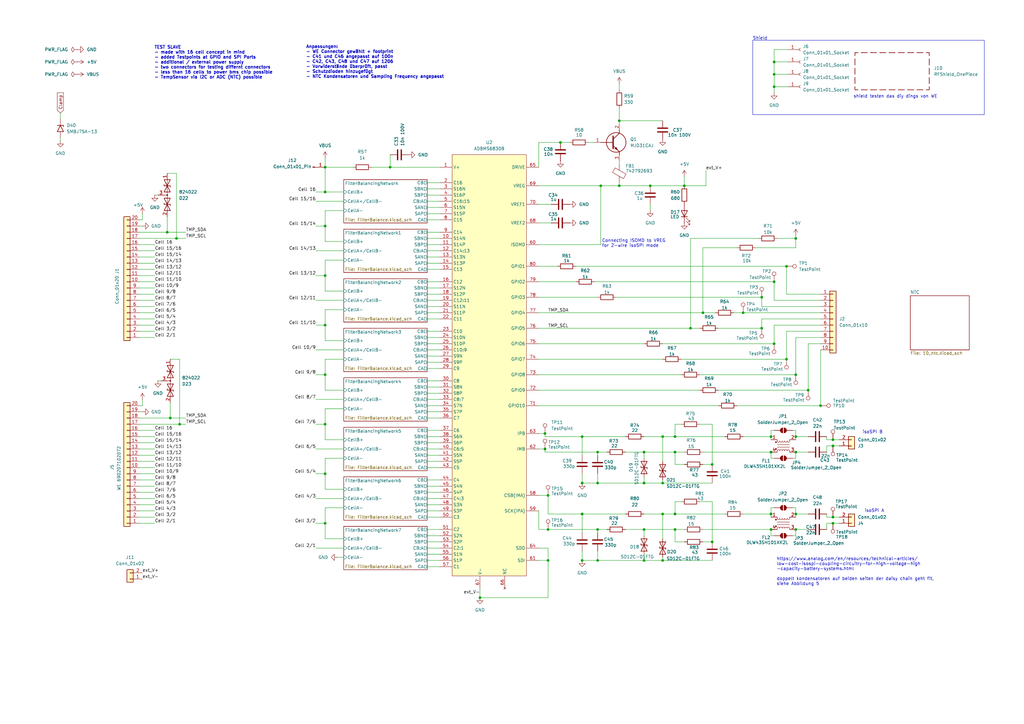
<source format=kicad_sch>
(kicad_sch
	(version 20231120)
	(generator "eeschema")
	(generator_version "8.0")
	(uuid "64eac9c4-e018-49db-b598-a7107a0db15b")
	(paper "A3")
	(lib_symbols
		(symbol "ADBMS6830B_lang:ADBMS6830B_Tall"
			(exclude_from_sim no)
			(in_bom yes)
			(on_board yes)
			(property "Reference" "U"
				(at 0 1.27 0)
				(effects
					(font
						(size 1.27 1.27)
					)
				)
			)
			(property "Value" "ADBMS6830B"
				(at 0 -1.27 0)
				(effects
					(font
						(size 1.27 1.27)
					)
				)
			)
			(property "Footprint" "ADBMS6830:QFP-80_12x12_Pitch0.5mm"
				(at -48.26 53.34 0)
				(effects
					(font
						(size 1.27 1.27)
					)
					(hide yes)
				)
			)
			(property "Datasheet" "~/ADBMS6830B_ADI.pdf"
				(at -48.26 53.34 0)
				(effects
					(font
						(size 1.27 1.27)
					)
					(hide yes)
				)
			)
			(property "Description" ""
				(at 0 0 0)
				(effects
					(font
						(size 1.27 1.27)
					)
					(hide yes)
				)
			)
			(symbol "ADBMS6830B_Tall_1_0"
				(pin input line
					(at -20.32 46.99 0)
					(length 5)
					(name "C14:13"
						(effects
							(font
								(size 1.27 1.27)
							)
						)
					)
					(number "12"
						(effects
							(font
								(size 1.27 1.27)
							)
						)
					)
				)
				(pin input line
					(at -20.32 6.35 0)
					(length 5)
					(name "C10:9"
						(effects
							(font
								(size 1.27 1.27)
							)
						)
					)
					(number "26"
						(effects
							(font
								(size 1.27 1.27)
							)
						)
					)
				)
				(pin input line
					(at -20.32 -13.97 0)
					(length 5)
					(name "C8:7"
						(effects
							(font
								(size 1.27 1.27)
							)
						)
					)
					(number "33"
						(effects
							(font
								(size 1.27 1.27)
							)
						)
					)
				)
				(pin input line
					(at -20.32 -34.29 0)
					(length 5)
					(name "C6:5"
						(effects
							(font
								(size 1.27 1.27)
							)
						)
					)
					(number "40"
						(effects
							(font
								(size 1.27 1.27)
							)
						)
					)
				)
				(pin input line
					(at -20.32 -54.61 0)
					(length 5)
					(name "C4:3"
						(effects
							(font
								(size 1.27 1.27)
							)
						)
					)
					(number "47"
						(effects
							(font
								(size 1.27 1.27)
							)
						)
					)
				)
				(pin input line
					(at -20.32 -74.93 0)
					(length 5)
					(name "C2:1"
						(effects
							(font
								(size 1.27 1.27)
							)
						)
					)
					(number "54"
						(effects
							(font
								(size 1.27 1.27)
							)
						)
					)
				)
				(pin no_connect line
					(at 6.35 -91.44 90)
					(length 5)
					(name "NC"
						(effects
							(font
								(size 1.27 1.27)
							)
						)
					)
					(number "66"
						(effects
							(font
								(size 1.27 1.27)
							)
						)
					)
				)
				(pin bidirectional line
					(at 20.32 -16.51 180)
					(length 5)
					(name "GPIO10"
						(effects
							(font
								(size 1.27 1.27)
							)
						)
					)
					(number "71"
						(effects
							(font
								(size 1.27 1.27)
							)
						)
					)
				)
			)
			(symbol "ADBMS6830B_Tall_1_1"
				(rectangle
					(start -15.24 86.36)
					(end 15.24 -86.36)
					(stroke
						(width 0)
						(type default)
					)
					(fill
						(type background)
					)
				)
				(pin power_out line
					(at -20.32 81.28 0)
					(length 5)
					(name "V+"
						(effects
							(font
								(size 1.27 1.27)
							)
						)
					)
					(number "1"
						(effects
							(font
								(size 1.27 1.27)
							)
						)
					)
				)
				(pin input line
					(at -20.32 52.07 0)
					(length 5)
					(name "S14N"
						(effects
							(font
								(size 1.27 1.27)
							)
						)
					)
					(number "10"
						(effects
							(font
								(size 1.27 1.27)
							)
						)
					)
				)
				(pin input line
					(at -20.32 49.53 0)
					(length 5)
					(name "S14P"
						(effects
							(font
								(size 1.27 1.27)
							)
						)
					)
					(number "11"
						(effects
							(font
								(size 1.27 1.27)
							)
						)
					)
				)
				(pin input line
					(at -20.32 44.45 0)
					(length 5)
					(name "S13N"
						(effects
							(font
								(size 1.27 1.27)
							)
						)
					)
					(number "13"
						(effects
							(font
								(size 1.27 1.27)
							)
						)
					)
				)
				(pin input line
					(at -20.32 41.91 0)
					(length 5)
					(name "S13P"
						(effects
							(font
								(size 1.27 1.27)
							)
						)
					)
					(number "14"
						(effects
							(font
								(size 1.27 1.27)
							)
						)
					)
				)
				(pin input line
					(at -20.32 39.37 0)
					(length 5)
					(name "C13"
						(effects
							(font
								(size 1.27 1.27)
							)
						)
					)
					(number "15"
						(effects
							(font
								(size 1.27 1.27)
							)
						)
					)
				)
				(pin input line
					(at -20.32 34.29 0)
					(length 5)
					(name "C12"
						(effects
							(font
								(size 1.27 1.27)
							)
						)
					)
					(number "16"
						(effects
							(font
								(size 1.27 1.27)
							)
						)
					)
				)
				(pin input line
					(at -20.32 31.75 0)
					(length 5)
					(name "S12N"
						(effects
							(font
								(size 1.27 1.27)
							)
						)
					)
					(number "17"
						(effects
							(font
								(size 1.27 1.27)
							)
						)
					)
				)
				(pin input line
					(at -20.32 29.21 0)
					(length 5)
					(name "S12P"
						(effects
							(font
								(size 1.27 1.27)
							)
						)
					)
					(number "18"
						(effects
							(font
								(size 1.27 1.27)
							)
						)
					)
				)
				(pin input line
					(at -20.32 26.67 0)
					(length 5)
					(name "C12:11"
						(effects
							(font
								(size 1.27 1.27)
							)
						)
					)
					(number "19"
						(effects
							(font
								(size 1.27 1.27)
							)
						)
					)
				)
				(pin input line
					(at -20.32 74.93 0)
					(length 5)
					(name "C16"
						(effects
							(font
								(size 1.27 1.27)
							)
						)
					)
					(number "2"
						(effects
							(font
								(size 1.27 1.27)
							)
						)
					)
				)
				(pin input line
					(at -20.32 24.13 0)
					(length 5)
					(name "S11N"
						(effects
							(font
								(size 1.27 1.27)
							)
						)
					)
					(number "20"
						(effects
							(font
								(size 1.27 1.27)
							)
						)
					)
				)
				(pin input line
					(at -20.32 21.59 0)
					(length 5)
					(name "S11P"
						(effects
							(font
								(size 1.27 1.27)
							)
						)
					)
					(number "21"
						(effects
							(font
								(size 1.27 1.27)
							)
						)
					)
				)
				(pin input line
					(at -20.32 19.05 0)
					(length 5)
					(name "C11"
						(effects
							(font
								(size 1.27 1.27)
							)
						)
					)
					(number "22"
						(effects
							(font
								(size 1.27 1.27)
							)
						)
					)
				)
				(pin input line
					(at -20.32 13.97 0)
					(length 5)
					(name "C10"
						(effects
							(font
								(size 1.27 1.27)
							)
						)
					)
					(number "23"
						(effects
							(font
								(size 1.27 1.27)
							)
						)
					)
				)
				(pin input line
					(at -20.32 11.43 0)
					(length 5)
					(name "S10N"
						(effects
							(font
								(size 1.27 1.27)
							)
						)
					)
					(number "24"
						(effects
							(font
								(size 1.27 1.27)
							)
						)
					)
				)
				(pin input line
					(at -20.32 8.89 0)
					(length 5)
					(name "S10P"
						(effects
							(font
								(size 1.27 1.27)
							)
						)
					)
					(number "25"
						(effects
							(font
								(size 1.27 1.27)
							)
						)
					)
				)
				(pin input line
					(at -20.32 3.81 0)
					(length 5)
					(name "S9N"
						(effects
							(font
								(size 1.27 1.27)
							)
						)
					)
					(number "27"
						(effects
							(font
								(size 1.27 1.27)
							)
						)
					)
				)
				(pin input line
					(at -20.32 1.27 0)
					(length 5)
					(name "S9P"
						(effects
							(font
								(size 1.27 1.27)
							)
						)
					)
					(number "28"
						(effects
							(font
								(size 1.27 1.27)
							)
						)
					)
				)
				(pin input line
					(at -20.32 -1.27 0)
					(length 5)
					(name "C9"
						(effects
							(font
								(size 1.27 1.27)
							)
						)
					)
					(number "29"
						(effects
							(font
								(size 1.27 1.27)
							)
						)
					)
				)
				(pin input line
					(at -20.32 72.39 0)
					(length 5)
					(name "S16N"
						(effects
							(font
								(size 1.27 1.27)
							)
						)
					)
					(number "3"
						(effects
							(font
								(size 1.27 1.27)
							)
						)
					)
				)
				(pin input line
					(at -20.32 -6.35 0)
					(length 5)
					(name "C8"
						(effects
							(font
								(size 1.27 1.27)
							)
						)
					)
					(number "30"
						(effects
							(font
								(size 1.27 1.27)
							)
						)
					)
				)
				(pin input line
					(at -20.32 -8.89 0)
					(length 5)
					(name "S8N"
						(effects
							(font
								(size 1.27 1.27)
							)
						)
					)
					(number "31"
						(effects
							(font
								(size 1.27 1.27)
							)
						)
					)
				)
				(pin input line
					(at -20.32 -11.43 0)
					(length 5)
					(name "S8P"
						(effects
							(font
								(size 1.27 1.27)
							)
						)
					)
					(number "32"
						(effects
							(font
								(size 1.27 1.27)
							)
						)
					)
				)
				(pin input line
					(at -20.32 -16.51 0)
					(length 5)
					(name "S7N"
						(effects
							(font
								(size 1.27 1.27)
							)
						)
					)
					(number "34"
						(effects
							(font
								(size 1.27 1.27)
							)
						)
					)
				)
				(pin input line
					(at -20.32 -19.05 0)
					(length 5)
					(name "S7P"
						(effects
							(font
								(size 1.27 1.27)
							)
						)
					)
					(number "35"
						(effects
							(font
								(size 1.27 1.27)
							)
						)
					)
				)
				(pin input line
					(at -20.32 -21.59 0)
					(length 5)
					(name "C7"
						(effects
							(font
								(size 1.27 1.27)
							)
						)
					)
					(number "36"
						(effects
							(font
								(size 1.27 1.27)
							)
						)
					)
				)
				(pin input line
					(at -20.32 -26.67 0)
					(length 5)
					(name "C6"
						(effects
							(font
								(size 1.27 1.27)
							)
						)
					)
					(number "37"
						(effects
							(font
								(size 1.27 1.27)
							)
						)
					)
				)
				(pin input line
					(at -20.32 -29.21 0)
					(length 5)
					(name "S6N"
						(effects
							(font
								(size 1.27 1.27)
							)
						)
					)
					(number "38"
						(effects
							(font
								(size 1.27 1.27)
							)
						)
					)
				)
				(pin input line
					(at -20.32 -31.75 0)
					(length 5)
					(name "S6P"
						(effects
							(font
								(size 1.27 1.27)
							)
						)
					)
					(number "39"
						(effects
							(font
								(size 1.27 1.27)
							)
						)
					)
				)
				(pin input line
					(at -20.32 69.85 0)
					(length 5)
					(name "S16P"
						(effects
							(font
								(size 1.27 1.27)
							)
						)
					)
					(number "4"
						(effects
							(font
								(size 1.27 1.27)
							)
						)
					)
				)
				(pin input line
					(at -20.32 -36.83 0)
					(length 5)
					(name "S5N"
						(effects
							(font
								(size 1.27 1.27)
							)
						)
					)
					(number "41"
						(effects
							(font
								(size 1.27 1.27)
							)
						)
					)
				)
				(pin input line
					(at -20.32 -39.37 0)
					(length 5)
					(name "S5P"
						(effects
							(font
								(size 1.27 1.27)
							)
						)
					)
					(number "42"
						(effects
							(font
								(size 1.27 1.27)
							)
						)
					)
				)
				(pin input line
					(at -20.32 -41.91 0)
					(length 5)
					(name "C5"
						(effects
							(font
								(size 1.27 1.27)
							)
						)
					)
					(number "43"
						(effects
							(font
								(size 1.27 1.27)
							)
						)
					)
				)
				(pin input line
					(at -20.32 -46.99 0)
					(length 5)
					(name "C4"
						(effects
							(font
								(size 1.27 1.27)
							)
						)
					)
					(number "44"
						(effects
							(font
								(size 1.27 1.27)
							)
						)
					)
				)
				(pin input line
					(at -20.32 -49.53 0)
					(length 5)
					(name "S4N"
						(effects
							(font
								(size 1.27 1.27)
							)
						)
					)
					(number "45"
						(effects
							(font
								(size 1.27 1.27)
							)
						)
					)
				)
				(pin input line
					(at -20.32 -52.07 0)
					(length 5)
					(name "S4P"
						(effects
							(font
								(size 1.27 1.27)
							)
						)
					)
					(number "46"
						(effects
							(font
								(size 1.27 1.27)
							)
						)
					)
				)
				(pin input line
					(at -20.32 -57.15 0)
					(length 5)
					(name "S3N"
						(effects
							(font
								(size 1.27 1.27)
							)
						)
					)
					(number "48"
						(effects
							(font
								(size 1.27 1.27)
							)
						)
					)
				)
				(pin input line
					(at -20.32 -59.69 0)
					(length 5)
					(name "S3P"
						(effects
							(font
								(size 1.27 1.27)
							)
						)
					)
					(number "49"
						(effects
							(font
								(size 1.27 1.27)
							)
						)
					)
				)
				(pin input line
					(at -20.32 67.31 0)
					(length 5)
					(name "C16:15"
						(effects
							(font
								(size 1.27 1.27)
							)
						)
					)
					(number "5"
						(effects
							(font
								(size 1.27 1.27)
							)
						)
					)
				)
				(pin input line
					(at -20.32 -62.23 0)
					(length 5)
					(name "C3"
						(effects
							(font
								(size 1.27 1.27)
							)
						)
					)
					(number "50"
						(effects
							(font
								(size 1.27 1.27)
							)
						)
					)
				)
				(pin input line
					(at -20.32 -67.31 0)
					(length 5)
					(name "C2"
						(effects
							(font
								(size 1.27 1.27)
							)
						)
					)
					(number "51"
						(effects
							(font
								(size 1.27 1.27)
							)
						)
					)
				)
				(pin input line
					(at -20.32 -69.85 0)
					(length 5)
					(name "S2N"
						(effects
							(font
								(size 1.27 1.27)
							)
						)
					)
					(number "52"
						(effects
							(font
								(size 1.27 1.27)
							)
						)
					)
				)
				(pin input line
					(at -20.32 -72.39 0)
					(length 5)
					(name "S2P"
						(effects
							(font
								(size 1.27 1.27)
							)
						)
					)
					(number "53"
						(effects
							(font
								(size 1.27 1.27)
							)
						)
					)
				)
				(pin input line
					(at -20.32 -77.47 0)
					(length 5)
					(name "S1N"
						(effects
							(font
								(size 1.27 1.27)
							)
						)
					)
					(number "55"
						(effects
							(font
								(size 1.27 1.27)
							)
						)
					)
				)
				(pin input line
					(at -20.32 -80.01 0)
					(length 5)
					(name "S1P"
						(effects
							(font
								(size 1.27 1.27)
							)
						)
					)
					(number "56"
						(effects
							(font
								(size 1.27 1.27)
							)
						)
					)
				)
				(pin input line
					(at -20.32 -82.55 0)
					(length 5)
					(name "C1"
						(effects
							(font
								(size 1.27 1.27)
							)
						)
					)
					(number "57"
						(effects
							(font
								(size 1.27 1.27)
							)
						)
					)
				)
				(pin bidirectional line
					(at 20.32 -53.34 180)
					(length 5)
					(name "CSB(IMA)"
						(effects
							(font
								(size 1.27 1.27)
							)
						)
					)
					(number "58"
						(effects
							(font
								(size 1.27 1.27)
							)
						)
					)
				)
				(pin bidirectional line
					(at 20.32 -59.69 180)
					(length 5)
					(name "SCK(IPA)"
						(effects
							(font
								(size 1.27 1.27)
							)
						)
					)
					(number "59"
						(effects
							(font
								(size 1.27 1.27)
							)
						)
					)
				)
				(pin input line
					(at -20.32 64.77 0)
					(length 5)
					(name "S15N"
						(effects
							(font
								(size 1.27 1.27)
							)
						)
					)
					(number "6"
						(effects
							(font
								(size 1.27 1.27)
							)
						)
					)
				)
				(pin bidirectional line
					(at 20.32 49.53 180)
					(length 5)
					(name "ISOMD"
						(effects
							(font
								(size 1.27 1.27)
							)
						)
					)
					(number "60"
						(effects
							(font
								(size 1.27 1.27)
							)
						)
					)
				)
				(pin bidirectional line
					(at 20.32 -80.01 180)
					(length 5)
					(name "SDI"
						(effects
							(font
								(size 1.27 1.27)
							)
						)
					)
					(number "61"
						(effects
							(font
								(size 1.27 1.27)
							)
						)
					)
				)
				(pin bidirectional line
					(at 20.32 -34.29 180)
					(length 5)
					(name "IMB"
						(effects
							(font
								(size 1.27 1.27)
							)
						)
					)
					(number "62"
						(effects
							(font
								(size 1.27 1.27)
							)
						)
					)
				)
				(pin bidirectional line
					(at 20.32 -27.94 180)
					(length 5)
					(name "IPB"
						(effects
							(font
								(size 1.27 1.27)
							)
						)
					)
					(number "63"
						(effects
							(font
								(size 1.27 1.27)
							)
						)
					)
				)
				(pin bidirectional line
					(at 20.32 -74.93 180)
					(length 5)
					(name "SDO"
						(effects
							(font
								(size 1.27 1.27)
							)
						)
					)
					(number "64"
						(effects
							(font
								(size 1.27 1.27)
							)
						)
					)
				)
				(pin bidirectional line
					(at 20.32 81.28 180)
					(length 5)
					(name "DRIVE"
						(effects
							(font
								(size 1.27 1.27)
							)
						)
					)
					(number "65"
						(effects
							(font
								(size 1.27 1.27)
							)
						)
					)
				)
				(pin input line
					(at -3.81 -91.44 90)
					(length 5)
					(name "V-"
						(effects
							(font
								(size 1.27 1.27)
							)
						)
					)
					(number "67"
						(effects
							(font
								(size 1.27 1.27)
							)
						)
					)
				)
				(pin power_out line
					(at 20.32 58.42 180)
					(length 5)
					(name "VREF2"
						(effects
							(font
								(size 1.27 1.27)
							)
						)
					)
					(number "68"
						(effects
							(font
								(size 1.27 1.27)
							)
						)
					)
				)
				(pin input line
					(at 20.32 73.66 180)
					(length 5)
					(name "VREG"
						(effects
							(font
								(size 1.27 1.27)
							)
						)
					)
					(number "69"
						(effects
							(font
								(size 1.27 1.27)
							)
						)
					)
				)
				(pin input line
					(at -20.32 62.23 0)
					(length 5)
					(name "S15P"
						(effects
							(font
								(size 1.27 1.27)
							)
						)
					)
					(number "7"
						(effects
							(font
								(size 1.27 1.27)
							)
						)
					)
				)
				(pin power_out line
					(at 20.32 66.04 180)
					(length 5)
					(name "VREF1"
						(effects
							(font
								(size 1.27 1.27)
							)
						)
					)
					(number "70"
						(effects
							(font
								(size 1.27 1.27)
							)
						)
					)
				)
				(pin bidirectional line
					(at 20.32 -10.16 180)
					(length 5)
					(name "GPIO9"
						(effects
							(font
								(size 1.27 1.27)
							)
						)
					)
					(number "72"
						(effects
							(font
								(size 1.27 1.27)
							)
						)
					)
				)
				(pin bidirectional line
					(at 20.32 -3.81 180)
					(length 5)
					(name "GPIO8"
						(effects
							(font
								(size 1.27 1.27)
							)
						)
					)
					(number "73"
						(effects
							(font
								(size 1.27 1.27)
							)
						)
					)
				)
				(pin bidirectional line
					(at 20.32 2.54 180)
					(length 5)
					(name "GPIO7"
						(effects
							(font
								(size 1.27 1.27)
							)
						)
					)
					(number "74"
						(effects
							(font
								(size 1.27 1.27)
							)
						)
					)
				)
				(pin bidirectional line
					(at 20.32 8.89 180)
					(length 5)
					(name "GPIO6"
						(effects
							(font
								(size 1.27 1.27)
							)
						)
					)
					(number "75"
						(effects
							(font
								(size 1.27 1.27)
							)
						)
					)
				)
				(pin bidirectional line
					(at 20.32 15.24 180)
					(length 5)
					(name "GPIO5"
						(effects
							(font
								(size 1.27 1.27)
							)
						)
					)
					(number "76"
						(effects
							(font
								(size 1.27 1.27)
							)
						)
					)
				)
				(pin bidirectional line
					(at 20.32 21.59 180)
					(length 5)
					(name "GPIO4"
						(effects
							(font
								(size 1.27 1.27)
							)
						)
					)
					(number "77"
						(effects
							(font
								(size 1.27 1.27)
							)
						)
					)
				)
				(pin bidirectional line
					(at 20.32 27.94 180)
					(length 5)
					(name "GPIO3"
						(effects
							(font
								(size 1.27 1.27)
							)
						)
					)
					(number "78"
						(effects
							(font
								(size 1.27 1.27)
							)
						)
					)
				)
				(pin bidirectional line
					(at 20.32 34.29 180)
					(length 5)
					(name "GPIO2"
						(effects
							(font
								(size 1.27 1.27)
							)
						)
					)
					(number "79"
						(effects
							(font
								(size 1.27 1.27)
							)
						)
					)
				)
				(pin input line
					(at -20.32 59.69 0)
					(length 5)
					(name "C15"
						(effects
							(font
								(size 1.27 1.27)
							)
						)
					)
					(number "8"
						(effects
							(font
								(size 1.27 1.27)
							)
						)
					)
				)
				(pin bidirectional line
					(at 20.32 40.64 180)
					(length 5)
					(name "GPIO1"
						(effects
							(font
								(size 1.27 1.27)
							)
						)
					)
					(number "80"
						(effects
							(font
								(size 1.27 1.27)
							)
						)
					)
				)
				(pin input line
					(at -20.32 54.61 0)
					(length 5)
					(name "C14"
						(effects
							(font
								(size 1.27 1.27)
							)
						)
					)
					(number "9"
						(effects
							(font
								(size 1.27 1.27)
							)
						)
					)
				)
			)
		)
		(symbol "Connector:Conn_01x01_Pin"
			(pin_names
				(offset 1.016) hide)
			(exclude_from_sim no)
			(in_bom yes)
			(on_board yes)
			(property "Reference" "J"
				(at 0 2.54 0)
				(effects
					(font
						(size 1.27 1.27)
					)
				)
			)
			(property "Value" "Conn_01x01_Pin"
				(at 0 -2.54 0)
				(effects
					(font
						(size 1.27 1.27)
					)
				)
			)
			(property "Footprint" ""
				(at 0 0 0)
				(effects
					(font
						(size 1.27 1.27)
					)
					(hide yes)
				)
			)
			(property "Datasheet" "~"
				(at 0 0 0)
				(effects
					(font
						(size 1.27 1.27)
					)
					(hide yes)
				)
			)
			(property "Description" "Generic connector, single row, 01x01, script generated"
				(at 0 0 0)
				(effects
					(font
						(size 1.27 1.27)
					)
					(hide yes)
				)
			)
			(property "ki_locked" ""
				(at 0 0 0)
				(effects
					(font
						(size 1.27 1.27)
					)
				)
			)
			(property "ki_keywords" "connector"
				(at 0 0 0)
				(effects
					(font
						(size 1.27 1.27)
					)
					(hide yes)
				)
			)
			(property "ki_fp_filters" "Connector*:*_1x??_*"
				(at 0 0 0)
				(effects
					(font
						(size 1.27 1.27)
					)
					(hide yes)
				)
			)
			(symbol "Conn_01x01_Pin_1_1"
				(polyline
					(pts
						(xy 1.27 0) (xy 0.8636 0)
					)
					(stroke
						(width 0.1524)
						(type default)
					)
					(fill
						(type none)
					)
				)
				(rectangle
					(start 0.8636 0.127)
					(end 0 -0.127)
					(stroke
						(width 0.1524)
						(type default)
					)
					(fill
						(type outline)
					)
				)
				(pin passive line
					(at 5.08 0 180)
					(length 3.81)
					(name "Pin_1"
						(effects
							(font
								(size 1.27 1.27)
							)
						)
					)
					(number "1"
						(effects
							(font
								(size 1.27 1.27)
							)
						)
					)
				)
			)
		)
		(symbol "Connector:Conn_01x01_Socket"
			(pin_names
				(offset 1.016) hide)
			(exclude_from_sim no)
			(in_bom yes)
			(on_board yes)
			(property "Reference" "J"
				(at 0 2.54 0)
				(effects
					(font
						(size 1.27 1.27)
					)
				)
			)
			(property "Value" "Conn_01x01_Socket"
				(at 0 -2.54 0)
				(effects
					(font
						(size 1.27 1.27)
					)
				)
			)
			(property "Footprint" ""
				(at 0 0 0)
				(effects
					(font
						(size 1.27 1.27)
					)
					(hide yes)
				)
			)
			(property "Datasheet" "~"
				(at 0 0 0)
				(effects
					(font
						(size 1.27 1.27)
					)
					(hide yes)
				)
			)
			(property "Description" "Generic connector, single row, 01x01, script generated"
				(at 0 0 0)
				(effects
					(font
						(size 1.27 1.27)
					)
					(hide yes)
				)
			)
			(property "ki_locked" ""
				(at 0 0 0)
				(effects
					(font
						(size 1.27 1.27)
					)
				)
			)
			(property "ki_keywords" "connector"
				(at 0 0 0)
				(effects
					(font
						(size 1.27 1.27)
					)
					(hide yes)
				)
			)
			(property "ki_fp_filters" "Connector*:*_1x??_*"
				(at 0 0 0)
				(effects
					(font
						(size 1.27 1.27)
					)
					(hide yes)
				)
			)
			(symbol "Conn_01x01_Socket_1_1"
				(polyline
					(pts
						(xy -1.27 0) (xy -0.508 0)
					)
					(stroke
						(width 0.1524)
						(type default)
					)
					(fill
						(type none)
					)
				)
				(arc
					(start 0 0.508)
					(mid -0.5058 0)
					(end 0 -0.508)
					(stroke
						(width 0.1524)
						(type default)
					)
					(fill
						(type none)
					)
				)
				(pin passive line
					(at -5.08 0 0)
					(length 3.81)
					(name "Pin_1"
						(effects
							(font
								(size 1.27 1.27)
							)
						)
					)
					(number "1"
						(effects
							(font
								(size 1.27 1.27)
							)
						)
					)
				)
			)
		)
		(symbol "Connector:TestPoint"
			(pin_numbers hide)
			(pin_names
				(offset 0.762) hide)
			(exclude_from_sim no)
			(in_bom yes)
			(on_board yes)
			(property "Reference" "TP"
				(at 0 6.858 0)
				(effects
					(font
						(size 1.27 1.27)
					)
				)
			)
			(property "Value" "TestPoint"
				(at 0 5.08 0)
				(effects
					(font
						(size 1.27 1.27)
					)
				)
			)
			(property "Footprint" ""
				(at 5.08 0 0)
				(effects
					(font
						(size 1.27 1.27)
					)
					(hide yes)
				)
			)
			(property "Datasheet" "~"
				(at 5.08 0 0)
				(effects
					(font
						(size 1.27 1.27)
					)
					(hide yes)
				)
			)
			(property "Description" "test point"
				(at 0 0 0)
				(effects
					(font
						(size 1.27 1.27)
					)
					(hide yes)
				)
			)
			(property "ki_keywords" "test point tp"
				(at 0 0 0)
				(effects
					(font
						(size 1.27 1.27)
					)
					(hide yes)
				)
			)
			(property "ki_fp_filters" "Pin* Test*"
				(at 0 0 0)
				(effects
					(font
						(size 1.27 1.27)
					)
					(hide yes)
				)
			)
			(symbol "TestPoint_0_1"
				(circle
					(center 0 3.302)
					(radius 0.762)
					(stroke
						(width 0)
						(type default)
					)
					(fill
						(type none)
					)
				)
			)
			(symbol "TestPoint_1_1"
				(pin passive line
					(at 0 0 90)
					(length 2.54)
					(name "1"
						(effects
							(font
								(size 1.27 1.27)
							)
						)
					)
					(number "1"
						(effects
							(font
								(size 1.27 1.27)
							)
						)
					)
				)
			)
		)
		(symbol "Connector_Generic:Conn_01x02"
			(pin_names
				(offset 1.016) hide)
			(exclude_from_sim no)
			(in_bom yes)
			(on_board yes)
			(property "Reference" "J"
				(at 0 2.54 0)
				(effects
					(font
						(size 1.27 1.27)
					)
				)
			)
			(property "Value" "Conn_01x02"
				(at 0 -5.08 0)
				(effects
					(font
						(size 1.27 1.27)
					)
				)
			)
			(property "Footprint" ""
				(at 0 0 0)
				(effects
					(font
						(size 1.27 1.27)
					)
					(hide yes)
				)
			)
			(property "Datasheet" "~"
				(at 0 0 0)
				(effects
					(font
						(size 1.27 1.27)
					)
					(hide yes)
				)
			)
			(property "Description" "Generic connector, single row, 01x02, script generated (kicad-library-utils/schlib/autogen/connector/)"
				(at 0 0 0)
				(effects
					(font
						(size 1.27 1.27)
					)
					(hide yes)
				)
			)
			(property "ki_keywords" "connector"
				(at 0 0 0)
				(effects
					(font
						(size 1.27 1.27)
					)
					(hide yes)
				)
			)
			(property "ki_fp_filters" "Connector*:*_1x??_*"
				(at 0 0 0)
				(effects
					(font
						(size 1.27 1.27)
					)
					(hide yes)
				)
			)
			(symbol "Conn_01x02_1_1"
				(rectangle
					(start -1.27 -2.413)
					(end 0 -2.667)
					(stroke
						(width 0.1524)
						(type default)
					)
					(fill
						(type none)
					)
				)
				(rectangle
					(start -1.27 0.127)
					(end 0 -0.127)
					(stroke
						(width 0.1524)
						(type default)
					)
					(fill
						(type none)
					)
				)
				(rectangle
					(start -1.27 1.27)
					(end 1.27 -3.81)
					(stroke
						(width 0.254)
						(type default)
					)
					(fill
						(type background)
					)
				)
				(pin passive line
					(at -5.08 0 0)
					(length 3.81)
					(name "Pin_1"
						(effects
							(font
								(size 1.27 1.27)
							)
						)
					)
					(number "1"
						(effects
							(font
								(size 1.27 1.27)
							)
						)
					)
				)
				(pin passive line
					(at -5.08 -2.54 0)
					(length 3.81)
					(name "Pin_2"
						(effects
							(font
								(size 1.27 1.27)
							)
						)
					)
					(number "2"
						(effects
							(font
								(size 1.27 1.27)
							)
						)
					)
				)
			)
		)
		(symbol "Connector_Generic:Conn_01x10"
			(pin_names
				(offset 1.016) hide)
			(exclude_from_sim no)
			(in_bom yes)
			(on_board yes)
			(property "Reference" "J"
				(at 0 12.7 0)
				(effects
					(font
						(size 1.27 1.27)
					)
				)
			)
			(property "Value" "Conn_01x10"
				(at 0 -15.24 0)
				(effects
					(font
						(size 1.27 1.27)
					)
				)
			)
			(property "Footprint" ""
				(at 0 0 0)
				(effects
					(font
						(size 1.27 1.27)
					)
					(hide yes)
				)
			)
			(property "Datasheet" "~"
				(at 0 0 0)
				(effects
					(font
						(size 1.27 1.27)
					)
					(hide yes)
				)
			)
			(property "Description" "Generic connector, single row, 01x10, script generated (kicad-library-utils/schlib/autogen/connector/)"
				(at 0 0 0)
				(effects
					(font
						(size 1.27 1.27)
					)
					(hide yes)
				)
			)
			(property "ki_keywords" "connector"
				(at 0 0 0)
				(effects
					(font
						(size 1.27 1.27)
					)
					(hide yes)
				)
			)
			(property "ki_fp_filters" "Connector*:*_1x??_*"
				(at 0 0 0)
				(effects
					(font
						(size 1.27 1.27)
					)
					(hide yes)
				)
			)
			(symbol "Conn_01x10_1_1"
				(rectangle
					(start -1.27 -12.573)
					(end 0 -12.827)
					(stroke
						(width 0.1524)
						(type default)
					)
					(fill
						(type none)
					)
				)
				(rectangle
					(start -1.27 -10.033)
					(end 0 -10.287)
					(stroke
						(width 0.1524)
						(type default)
					)
					(fill
						(type none)
					)
				)
				(rectangle
					(start -1.27 -7.493)
					(end 0 -7.747)
					(stroke
						(width 0.1524)
						(type default)
					)
					(fill
						(type none)
					)
				)
				(rectangle
					(start -1.27 -4.953)
					(end 0 -5.207)
					(stroke
						(width 0.1524)
						(type default)
					)
					(fill
						(type none)
					)
				)
				(rectangle
					(start -1.27 -2.413)
					(end 0 -2.667)
					(stroke
						(width 0.1524)
						(type default)
					)
					(fill
						(type none)
					)
				)
				(rectangle
					(start -1.27 0.127)
					(end 0 -0.127)
					(stroke
						(width 0.1524)
						(type default)
					)
					(fill
						(type none)
					)
				)
				(rectangle
					(start -1.27 2.667)
					(end 0 2.413)
					(stroke
						(width 0.1524)
						(type default)
					)
					(fill
						(type none)
					)
				)
				(rectangle
					(start -1.27 5.207)
					(end 0 4.953)
					(stroke
						(width 0.1524)
						(type default)
					)
					(fill
						(type none)
					)
				)
				(rectangle
					(start -1.27 7.747)
					(end 0 7.493)
					(stroke
						(width 0.1524)
						(type default)
					)
					(fill
						(type none)
					)
				)
				(rectangle
					(start -1.27 10.287)
					(end 0 10.033)
					(stroke
						(width 0.1524)
						(type default)
					)
					(fill
						(type none)
					)
				)
				(rectangle
					(start -1.27 11.43)
					(end 1.27 -13.97)
					(stroke
						(width 0.254)
						(type default)
					)
					(fill
						(type background)
					)
				)
				(pin passive line
					(at -5.08 10.16 0)
					(length 3.81)
					(name "Pin_1"
						(effects
							(font
								(size 1.27 1.27)
							)
						)
					)
					(number "1"
						(effects
							(font
								(size 1.27 1.27)
							)
						)
					)
				)
				(pin passive line
					(at -5.08 -12.7 0)
					(length 3.81)
					(name "Pin_10"
						(effects
							(font
								(size 1.27 1.27)
							)
						)
					)
					(number "10"
						(effects
							(font
								(size 1.27 1.27)
							)
						)
					)
				)
				(pin passive line
					(at -5.08 7.62 0)
					(length 3.81)
					(name "Pin_2"
						(effects
							(font
								(size 1.27 1.27)
							)
						)
					)
					(number "2"
						(effects
							(font
								(size 1.27 1.27)
							)
						)
					)
				)
				(pin passive line
					(at -5.08 5.08 0)
					(length 3.81)
					(name "Pin_3"
						(effects
							(font
								(size 1.27 1.27)
							)
						)
					)
					(number "3"
						(effects
							(font
								(size 1.27 1.27)
							)
						)
					)
				)
				(pin passive line
					(at -5.08 2.54 0)
					(length 3.81)
					(name "Pin_4"
						(effects
							(font
								(size 1.27 1.27)
							)
						)
					)
					(number "4"
						(effects
							(font
								(size 1.27 1.27)
							)
						)
					)
				)
				(pin passive line
					(at -5.08 0 0)
					(length 3.81)
					(name "Pin_5"
						(effects
							(font
								(size 1.27 1.27)
							)
						)
					)
					(number "5"
						(effects
							(font
								(size 1.27 1.27)
							)
						)
					)
				)
				(pin passive line
					(at -5.08 -2.54 0)
					(length 3.81)
					(name "Pin_6"
						(effects
							(font
								(size 1.27 1.27)
							)
						)
					)
					(number "6"
						(effects
							(font
								(size 1.27 1.27)
							)
						)
					)
				)
				(pin passive line
					(at -5.08 -5.08 0)
					(length 3.81)
					(name "Pin_7"
						(effects
							(font
								(size 1.27 1.27)
							)
						)
					)
					(number "7"
						(effects
							(font
								(size 1.27 1.27)
							)
						)
					)
				)
				(pin passive line
					(at -5.08 -7.62 0)
					(length 3.81)
					(name "Pin_8"
						(effects
							(font
								(size 1.27 1.27)
							)
						)
					)
					(number "8"
						(effects
							(font
								(size 1.27 1.27)
							)
						)
					)
				)
				(pin passive line
					(at -5.08 -10.16 0)
					(length 3.81)
					(name "Pin_9"
						(effects
							(font
								(size 1.27 1.27)
							)
						)
					)
					(number "9"
						(effects
							(font
								(size 1.27 1.27)
							)
						)
					)
				)
			)
		)
		(symbol "Connector_Generic:Conn_01x20"
			(pin_names
				(offset 1.016) hide)
			(exclude_from_sim no)
			(in_bom yes)
			(on_board yes)
			(property "Reference" "J"
				(at 0 25.4 0)
				(effects
					(font
						(size 1.27 1.27)
					)
				)
			)
			(property "Value" "Conn_01x20"
				(at 0 -27.94 0)
				(effects
					(font
						(size 1.27 1.27)
					)
				)
			)
			(property "Footprint" ""
				(at 0 0 0)
				(effects
					(font
						(size 1.27 1.27)
					)
					(hide yes)
				)
			)
			(property "Datasheet" "~"
				(at 0 0 0)
				(effects
					(font
						(size 1.27 1.27)
					)
					(hide yes)
				)
			)
			(property "Description" "Generic connector, single row, 01x20, script generated (kicad-library-utils/schlib/autogen/connector/)"
				(at 0 0 0)
				(effects
					(font
						(size 1.27 1.27)
					)
					(hide yes)
				)
			)
			(property "ki_keywords" "connector"
				(at 0 0 0)
				(effects
					(font
						(size 1.27 1.27)
					)
					(hide yes)
				)
			)
			(property "ki_fp_filters" "Connector*:*_1x??_*"
				(at 0 0 0)
				(effects
					(font
						(size 1.27 1.27)
					)
					(hide yes)
				)
			)
			(symbol "Conn_01x20_1_1"
				(rectangle
					(start -1.27 -25.273)
					(end 0 -25.527)
					(stroke
						(width 0.1524)
						(type default)
					)
					(fill
						(type none)
					)
				)
				(rectangle
					(start -1.27 -22.733)
					(end 0 -22.987)
					(stroke
						(width 0.1524)
						(type default)
					)
					(fill
						(type none)
					)
				)
				(rectangle
					(start -1.27 -20.193)
					(end 0 -20.447)
					(stroke
						(width 0.1524)
						(type default)
					)
					(fill
						(type none)
					)
				)
				(rectangle
					(start -1.27 -17.653)
					(end 0 -17.907)
					(stroke
						(width 0.1524)
						(type default)
					)
					(fill
						(type none)
					)
				)
				(rectangle
					(start -1.27 -15.113)
					(end 0 -15.367)
					(stroke
						(width 0.1524)
						(type default)
					)
					(fill
						(type none)
					)
				)
				(rectangle
					(start -1.27 -12.573)
					(end 0 -12.827)
					(stroke
						(width 0.1524)
						(type default)
					)
					(fill
						(type none)
					)
				)
				(rectangle
					(start -1.27 -10.033)
					(end 0 -10.287)
					(stroke
						(width 0.1524)
						(type default)
					)
					(fill
						(type none)
					)
				)
				(rectangle
					(start -1.27 -7.493)
					(end 0 -7.747)
					(stroke
						(width 0.1524)
						(type default)
					)
					(fill
						(type none)
					)
				)
				(rectangle
					(start -1.27 -4.953)
					(end 0 -5.207)
					(stroke
						(width 0.1524)
						(type default)
					)
					(fill
						(type none)
					)
				)
				(rectangle
					(start -1.27 -2.413)
					(end 0 -2.667)
					(stroke
						(width 0.1524)
						(type default)
					)
					(fill
						(type none)
					)
				)
				(rectangle
					(start -1.27 0.127)
					(end 0 -0.127)
					(stroke
						(width 0.1524)
						(type default)
					)
					(fill
						(type none)
					)
				)
				(rectangle
					(start -1.27 2.667)
					(end 0 2.413)
					(stroke
						(width 0.1524)
						(type default)
					)
					(fill
						(type none)
					)
				)
				(rectangle
					(start -1.27 5.207)
					(end 0 4.953)
					(stroke
						(width 0.1524)
						(type default)
					)
					(fill
						(type none)
					)
				)
				(rectangle
					(start -1.27 7.747)
					(end 0 7.493)
					(stroke
						(width 0.1524)
						(type default)
					)
					(fill
						(type none)
					)
				)
				(rectangle
					(start -1.27 10.287)
					(end 0 10.033)
					(stroke
						(width 0.1524)
						(type default)
					)
					(fill
						(type none)
					)
				)
				(rectangle
					(start -1.27 12.827)
					(end 0 12.573)
					(stroke
						(width 0.1524)
						(type default)
					)
					(fill
						(type none)
					)
				)
				(rectangle
					(start -1.27 15.367)
					(end 0 15.113)
					(stroke
						(width 0.1524)
						(type default)
					)
					(fill
						(type none)
					)
				)
				(rectangle
					(start -1.27 17.907)
					(end 0 17.653)
					(stroke
						(width 0.1524)
						(type default)
					)
					(fill
						(type none)
					)
				)
				(rectangle
					(start -1.27 20.447)
					(end 0 20.193)
					(stroke
						(width 0.1524)
						(type default)
					)
					(fill
						(type none)
					)
				)
				(rectangle
					(start -1.27 22.987)
					(end 0 22.733)
					(stroke
						(width 0.1524)
						(type default)
					)
					(fill
						(type none)
					)
				)
				(rectangle
					(start -1.27 24.13)
					(end 1.27 -26.67)
					(stroke
						(width 0.254)
						(type default)
					)
					(fill
						(type background)
					)
				)
				(pin passive line
					(at -5.08 22.86 0)
					(length 3.81)
					(name "Pin_1"
						(effects
							(font
								(size 1.27 1.27)
							)
						)
					)
					(number "1"
						(effects
							(font
								(size 1.27 1.27)
							)
						)
					)
				)
				(pin passive line
					(at -5.08 0 0)
					(length 3.81)
					(name "Pin_10"
						(effects
							(font
								(size 1.27 1.27)
							)
						)
					)
					(number "10"
						(effects
							(font
								(size 1.27 1.27)
							)
						)
					)
				)
				(pin passive line
					(at -5.08 -2.54 0)
					(length 3.81)
					(name "Pin_11"
						(effects
							(font
								(size 1.27 1.27)
							)
						)
					)
					(number "11"
						(effects
							(font
								(size 1.27 1.27)
							)
						)
					)
				)
				(pin passive line
					(at -5.08 -5.08 0)
					(length 3.81)
					(name "Pin_12"
						(effects
							(font
								(size 1.27 1.27)
							)
						)
					)
					(number "12"
						(effects
							(font
								(size 1.27 1.27)
							)
						)
					)
				)
				(pin passive line
					(at -5.08 -7.62 0)
					(length 3.81)
					(name "Pin_13"
						(effects
							(font
								(size 1.27 1.27)
							)
						)
					)
					(number "13"
						(effects
							(font
								(size 1.27 1.27)
							)
						)
					)
				)
				(pin passive line
					(at -5.08 -10.16 0)
					(length 3.81)
					(name "Pin_14"
						(effects
							(font
								(size 1.27 1.27)
							)
						)
					)
					(number "14"
						(effects
							(font
								(size 1.27 1.27)
							)
						)
					)
				)
				(pin passive line
					(at -5.08 -12.7 0)
					(length 3.81)
					(name "Pin_15"
						(effects
							(font
								(size 1.27 1.27)
							)
						)
					)
					(number "15"
						(effects
							(font
								(size 1.27 1.27)
							)
						)
					)
				)
				(pin passive line
					(at -5.08 -15.24 0)
					(length 3.81)
					(name "Pin_16"
						(effects
							(font
								(size 1.27 1.27)
							)
						)
					)
					(number "16"
						(effects
							(font
								(size 1.27 1.27)
							)
						)
					)
				)
				(pin passive line
					(at -5.08 -17.78 0)
					(length 3.81)
					(name "Pin_17"
						(effects
							(font
								(size 1.27 1.27)
							)
						)
					)
					(number "17"
						(effects
							(font
								(size 1.27 1.27)
							)
						)
					)
				)
				(pin passive line
					(at -5.08 -20.32 0)
					(length 3.81)
					(name "Pin_18"
						(effects
							(font
								(size 1.27 1.27)
							)
						)
					)
					(number "18"
						(effects
							(font
								(size 1.27 1.27)
							)
						)
					)
				)
				(pin passive line
					(at -5.08 -22.86 0)
					(length 3.81)
					(name "Pin_19"
						(effects
							(font
								(size 1.27 1.27)
							)
						)
					)
					(number "19"
						(effects
							(font
								(size 1.27 1.27)
							)
						)
					)
				)
				(pin passive line
					(at -5.08 20.32 0)
					(length 3.81)
					(name "Pin_2"
						(effects
							(font
								(size 1.27 1.27)
							)
						)
					)
					(number "2"
						(effects
							(font
								(size 1.27 1.27)
							)
						)
					)
				)
				(pin passive line
					(at -5.08 -25.4 0)
					(length 3.81)
					(name "Pin_20"
						(effects
							(font
								(size 1.27 1.27)
							)
						)
					)
					(number "20"
						(effects
							(font
								(size 1.27 1.27)
							)
						)
					)
				)
				(pin passive line
					(at -5.08 17.78 0)
					(length 3.81)
					(name "Pin_3"
						(effects
							(font
								(size 1.27 1.27)
							)
						)
					)
					(number "3"
						(effects
							(font
								(size 1.27 1.27)
							)
						)
					)
				)
				(pin passive line
					(at -5.08 15.24 0)
					(length 3.81)
					(name "Pin_4"
						(effects
							(font
								(size 1.27 1.27)
							)
						)
					)
					(number "4"
						(effects
							(font
								(size 1.27 1.27)
							)
						)
					)
				)
				(pin passive line
					(at -5.08 12.7 0)
					(length 3.81)
					(name "Pin_5"
						(effects
							(font
								(size 1.27 1.27)
							)
						)
					)
					(number "5"
						(effects
							(font
								(size 1.27 1.27)
							)
						)
					)
				)
				(pin passive line
					(at -5.08 10.16 0)
					(length 3.81)
					(name "Pin_6"
						(effects
							(font
								(size 1.27 1.27)
							)
						)
					)
					(number "6"
						(effects
							(font
								(size 1.27 1.27)
							)
						)
					)
				)
				(pin passive line
					(at -5.08 7.62 0)
					(length 3.81)
					(name "Pin_7"
						(effects
							(font
								(size 1.27 1.27)
							)
						)
					)
					(number "7"
						(effects
							(font
								(size 1.27 1.27)
							)
						)
					)
				)
				(pin passive line
					(at -5.08 5.08 0)
					(length 3.81)
					(name "Pin_8"
						(effects
							(font
								(size 1.27 1.27)
							)
						)
					)
					(number "8"
						(effects
							(font
								(size 1.27 1.27)
							)
						)
					)
				)
				(pin passive line
					(at -5.08 2.54 0)
					(length 3.81)
					(name "Pin_9"
						(effects
							(font
								(size 1.27 1.27)
							)
						)
					)
					(number "9"
						(effects
							(font
								(size 1.27 1.27)
							)
						)
					)
				)
			)
		)
		(symbol "Device:C"
			(pin_numbers hide)
			(pin_names
				(offset 0.254)
			)
			(exclude_from_sim no)
			(in_bom yes)
			(on_board yes)
			(property "Reference" "C"
				(at 0.635 2.54 0)
				(effects
					(font
						(size 1.27 1.27)
					)
					(justify left)
				)
			)
			(property "Value" "C"
				(at 0.635 -2.54 0)
				(effects
					(font
						(size 1.27 1.27)
					)
					(justify left)
				)
			)
			(property "Footprint" ""
				(at 0.9652 -3.81 0)
				(effects
					(font
						(size 1.27 1.27)
					)
					(hide yes)
				)
			)
			(property "Datasheet" "~"
				(at 0 0 0)
				(effects
					(font
						(size 1.27 1.27)
					)
					(hide yes)
				)
			)
			(property "Description" "Unpolarized capacitor"
				(at 0 0 0)
				(effects
					(font
						(size 1.27 1.27)
					)
					(hide yes)
				)
			)
			(property "ki_keywords" "cap capacitor"
				(at 0 0 0)
				(effects
					(font
						(size 1.27 1.27)
					)
					(hide yes)
				)
			)
			(property "ki_fp_filters" "C_*"
				(at 0 0 0)
				(effects
					(font
						(size 1.27 1.27)
					)
					(hide yes)
				)
			)
			(symbol "C_0_1"
				(polyline
					(pts
						(xy -2.032 -0.762) (xy 2.032 -0.762)
					)
					(stroke
						(width 0.508)
						(type default)
					)
					(fill
						(type none)
					)
				)
				(polyline
					(pts
						(xy -2.032 0.762) (xy 2.032 0.762)
					)
					(stroke
						(width 0.508)
						(type default)
					)
					(fill
						(type none)
					)
				)
			)
			(symbol "C_1_1"
				(pin passive line
					(at 0 3.81 270)
					(length 2.794)
					(name "~"
						(effects
							(font
								(size 1.27 1.27)
							)
						)
					)
					(number "1"
						(effects
							(font
								(size 1.27 1.27)
							)
						)
					)
				)
				(pin passive line
					(at 0 -3.81 90)
					(length 2.794)
					(name "~"
						(effects
							(font
								(size 1.27 1.27)
							)
						)
					)
					(number "2"
						(effects
							(font
								(size 1.27 1.27)
							)
						)
					)
				)
			)
		)
		(symbol "Device:D_TVS"
			(pin_numbers hide)
			(pin_names
				(offset 1.016) hide)
			(exclude_from_sim no)
			(in_bom yes)
			(on_board yes)
			(property "Reference" "D"
				(at 0 2.54 0)
				(effects
					(font
						(size 1.27 1.27)
					)
				)
			)
			(property "Value" "D_TVS"
				(at 0 -2.54 0)
				(effects
					(font
						(size 1.27 1.27)
					)
				)
			)
			(property "Footprint" ""
				(at 0 0 0)
				(effects
					(font
						(size 1.27 1.27)
					)
					(hide yes)
				)
			)
			(property "Datasheet" "~"
				(at 0 0 0)
				(effects
					(font
						(size 1.27 1.27)
					)
					(hide yes)
				)
			)
			(property "Description" "Bidirectional transient-voltage-suppression diode"
				(at 0 0 0)
				(effects
					(font
						(size 1.27 1.27)
					)
					(hide yes)
				)
			)
			(property "ki_keywords" "diode TVS thyrector"
				(at 0 0 0)
				(effects
					(font
						(size 1.27 1.27)
					)
					(hide yes)
				)
			)
			(property "ki_fp_filters" "TO-???* *_Diode_* *SingleDiode* D_*"
				(at 0 0 0)
				(effects
					(font
						(size 1.27 1.27)
					)
					(hide yes)
				)
			)
			(symbol "D_TVS_0_1"
				(polyline
					(pts
						(xy 1.27 0) (xy -1.27 0)
					)
					(stroke
						(width 0)
						(type default)
					)
					(fill
						(type none)
					)
				)
				(polyline
					(pts
						(xy 0.508 1.27) (xy 0 1.27) (xy 0 -1.27) (xy -0.508 -1.27)
					)
					(stroke
						(width 0.254)
						(type default)
					)
					(fill
						(type none)
					)
				)
				(polyline
					(pts
						(xy -2.54 1.27) (xy -2.54 -1.27) (xy 2.54 1.27) (xy 2.54 -1.27) (xy -2.54 1.27)
					)
					(stroke
						(width 0.254)
						(type default)
					)
					(fill
						(type none)
					)
				)
			)
			(symbol "D_TVS_1_1"
				(pin passive line
					(at -3.81 0 0)
					(length 2.54)
					(name "A1"
						(effects
							(font
								(size 1.27 1.27)
							)
						)
					)
					(number "1"
						(effects
							(font
								(size 1.27 1.27)
							)
						)
					)
				)
				(pin passive line
					(at 3.81 0 180)
					(length 2.54)
					(name "A2"
						(effects
							(font
								(size 1.27 1.27)
							)
						)
					)
					(number "2"
						(effects
							(font
								(size 1.27 1.27)
							)
						)
					)
				)
			)
		)
		(symbol "Device:D_TVS_Dual_AAC"
			(pin_names
				(offset 1.016) hide)
			(exclude_from_sim no)
			(in_bom yes)
			(on_board yes)
			(property "Reference" "D"
				(at 0 4.445 0)
				(effects
					(font
						(size 1.27 1.27)
					)
				)
			)
			(property "Value" "D_TVS_Dual_AAC"
				(at 0 2.54 0)
				(effects
					(font
						(size 1.27 1.27)
					)
				)
			)
			(property "Footprint" ""
				(at -3.81 0 0)
				(effects
					(font
						(size 1.27 1.27)
					)
					(hide yes)
				)
			)
			(property "Datasheet" "~"
				(at -3.81 0 0)
				(effects
					(font
						(size 1.27 1.27)
					)
					(hide yes)
				)
			)
			(property "Description" "Bidirectional dual transient-voltage-suppression diode, center on pin 3"
				(at 0 0 0)
				(effects
					(font
						(size 1.27 1.27)
					)
					(hide yes)
				)
			)
			(property "ki_keywords" "diode TVS thyrector"
				(at 0 0 0)
				(effects
					(font
						(size 1.27 1.27)
					)
					(hide yes)
				)
			)
			(symbol "D_TVS_Dual_AAC_0_0"
				(polyline
					(pts
						(xy 0 -1.27) (xy 0 0)
					)
					(stroke
						(width 0)
						(type default)
					)
					(fill
						(type none)
					)
				)
			)
			(symbol "D_TVS_Dual_AAC_0_1"
				(polyline
					(pts
						(xy -6.35 0) (xy 6.35 0)
					)
					(stroke
						(width 0)
						(type default)
					)
					(fill
						(type none)
					)
				)
				(polyline
					(pts
						(xy -3.302 1.27) (xy -3.81 1.27) (xy -3.81 -1.27) (xy -4.318 -1.27)
					)
					(stroke
						(width 0.254)
						(type default)
					)
					(fill
						(type none)
					)
				)
				(polyline
					(pts
						(xy 4.318 1.27) (xy 3.81 1.27) (xy 3.81 -1.27) (xy 3.302 -1.27)
					)
					(stroke
						(width 0.254)
						(type default)
					)
					(fill
						(type none)
					)
				)
				(polyline
					(pts
						(xy -6.35 1.27) (xy -1.27 -1.27) (xy -1.27 1.27) (xy -6.35 -1.27) (xy -6.35 1.27)
					)
					(stroke
						(width 0.254)
						(type default)
					)
					(fill
						(type none)
					)
				)
				(polyline
					(pts
						(xy 6.35 1.27) (xy 1.27 -1.27) (xy 1.27 1.27) (xy 6.35 -1.27) (xy 6.35 1.27)
					)
					(stroke
						(width 0.254)
						(type default)
					)
					(fill
						(type none)
					)
				)
				(circle
					(center 0 0)
					(radius 0.254)
					(stroke
						(width 0)
						(type default)
					)
					(fill
						(type outline)
					)
				)
			)
			(symbol "D_TVS_Dual_AAC_1_1"
				(pin passive line
					(at -8.89 0 0)
					(length 2.54)
					(name "A1"
						(effects
							(font
								(size 1.27 1.27)
							)
						)
					)
					(number "1"
						(effects
							(font
								(size 1.27 1.27)
							)
						)
					)
				)
				(pin passive line
					(at 8.89 0 180)
					(length 2.54)
					(name "A2"
						(effects
							(font
								(size 1.27 1.27)
							)
						)
					)
					(number "2"
						(effects
							(font
								(size 1.27 1.27)
							)
						)
					)
				)
				(pin input line
					(at 0 -3.81 90)
					(length 2.54)
					(name "common"
						(effects
							(font
								(size 1.27 1.27)
							)
						)
					)
					(number "3"
						(effects
							(font
								(size 1.27 1.27)
							)
						)
					)
				)
			)
		)
		(symbol "Device:FerriteBead"
			(pin_numbers hide)
			(pin_names
				(offset 0)
			)
			(exclude_from_sim no)
			(in_bom yes)
			(on_board yes)
			(property "Reference" "FB"
				(at -3.81 0.635 90)
				(effects
					(font
						(size 1.27 1.27)
					)
				)
			)
			(property "Value" "FerriteBead"
				(at 3.81 0 90)
				(effects
					(font
						(size 1.27 1.27)
					)
				)
			)
			(property "Footprint" ""
				(at -1.778 0 90)
				(effects
					(font
						(size 1.27 1.27)
					)
					(hide yes)
				)
			)
			(property "Datasheet" "~"
				(at 0 0 0)
				(effects
					(font
						(size 1.27 1.27)
					)
					(hide yes)
				)
			)
			(property "Description" "Ferrite bead"
				(at 0 0 0)
				(effects
					(font
						(size 1.27 1.27)
					)
					(hide yes)
				)
			)
			(property "ki_keywords" "L ferrite bead inductor filter"
				(at 0 0 0)
				(effects
					(font
						(size 1.27 1.27)
					)
					(hide yes)
				)
			)
			(property "ki_fp_filters" "Inductor_* L_* *Ferrite*"
				(at 0 0 0)
				(effects
					(font
						(size 1.27 1.27)
					)
					(hide yes)
				)
			)
			(symbol "FerriteBead_0_1"
				(polyline
					(pts
						(xy 0 -1.27) (xy 0 -1.2192)
					)
					(stroke
						(width 0)
						(type default)
					)
					(fill
						(type none)
					)
				)
				(polyline
					(pts
						(xy 0 1.27) (xy 0 1.2954)
					)
					(stroke
						(width 0)
						(type default)
					)
					(fill
						(type none)
					)
				)
				(polyline
					(pts
						(xy -2.7686 0.4064) (xy -1.7018 2.2606) (xy 2.7686 -0.3048) (xy 1.6764 -2.159) (xy -2.7686 0.4064)
					)
					(stroke
						(width 0)
						(type default)
					)
					(fill
						(type none)
					)
				)
			)
			(symbol "FerriteBead_1_1"
				(pin passive line
					(at 0 3.81 270)
					(length 2.54)
					(name "~"
						(effects
							(font
								(size 1.27 1.27)
							)
						)
					)
					(number "1"
						(effects
							(font
								(size 1.27 1.27)
							)
						)
					)
				)
				(pin passive line
					(at 0 -3.81 90)
					(length 2.54)
					(name "~"
						(effects
							(font
								(size 1.27 1.27)
							)
						)
					)
					(number "2"
						(effects
							(font
								(size 1.27 1.27)
							)
						)
					)
				)
			)
		)
		(symbol "Device:R"
			(pin_numbers hide)
			(pin_names
				(offset 0)
			)
			(exclude_from_sim no)
			(in_bom yes)
			(on_board yes)
			(property "Reference" "R"
				(at 2.032 0 90)
				(effects
					(font
						(size 1.27 1.27)
					)
				)
			)
			(property "Value" "R"
				(at 0 0 90)
				(effects
					(font
						(size 1.27 1.27)
					)
				)
			)
			(property "Footprint" ""
				(at -1.778 0 90)
				(effects
					(font
						(size 1.27 1.27)
					)
					(hide yes)
				)
			)
			(property "Datasheet" "~"
				(at 0 0 0)
				(effects
					(font
						(size 1.27 1.27)
					)
					(hide yes)
				)
			)
			(property "Description" "Resistor"
				(at 0 0 0)
				(effects
					(font
						(size 1.27 1.27)
					)
					(hide yes)
				)
			)
			(property "ki_keywords" "R res resistor"
				(at 0 0 0)
				(effects
					(font
						(size 1.27 1.27)
					)
					(hide yes)
				)
			)
			(property "ki_fp_filters" "R_*"
				(at 0 0 0)
				(effects
					(font
						(size 1.27 1.27)
					)
					(hide yes)
				)
			)
			(symbol "R_0_1"
				(rectangle
					(start -1.016 -2.54)
					(end 1.016 2.54)
					(stroke
						(width 0.254)
						(type default)
					)
					(fill
						(type none)
					)
				)
			)
			(symbol "R_1_1"
				(pin passive line
					(at 0 3.81 270)
					(length 1.27)
					(name "~"
						(effects
							(font
								(size 1.27 1.27)
							)
						)
					)
					(number "1"
						(effects
							(font
								(size 1.27 1.27)
							)
						)
					)
				)
				(pin passive line
					(at 0 -3.81 90)
					(length 1.27)
					(name "~"
						(effects
							(font
								(size 1.27 1.27)
							)
						)
					)
					(number "2"
						(effects
							(font
								(size 1.27 1.27)
							)
						)
					)
				)
			)
		)
		(symbol "Device:RFShield_OnePiece"
			(pin_names
				(offset 1.016)
			)
			(exclude_from_sim no)
			(in_bom yes)
			(on_board yes)
			(property "Reference" "J6"
				(at 17.145 1.27 0)
				(effects
					(font
						(size 1.27 1.27)
					)
					(justify left)
				)
			)
			(property "Value" "RFShield_OnePiece"
				(at 17.145 -1.27 0)
				(effects
					(font
						(size 1.27 1.27)
					)
					(justify left)
				)
			)
			(property "Footprint" ""
				(at 0 -2.54 0)
				(effects
					(font
						(size 1.27 1.27)
					)
					(hide yes)
				)
			)
			(property "Datasheet" "~"
				(at 0 -2.54 0)
				(effects
					(font
						(size 1.27 1.27)
					)
					(hide yes)
				)
			)
			(property "Description" "One-piece EMI RF shielding cabinet"
				(at 0 0 0)
				(effects
					(font
						(size 1.27 1.27)
					)
					(hide yes)
				)
			)
			(property "ki_keywords" "RF EMI shielding cabinet"
				(at 0 0 0)
				(effects
					(font
						(size 1.27 1.27)
					)
					(hide yes)
				)
			)
			(symbol "RFShield_OnePiece_0_1"
				(polyline
					(pts
						(xy -15.24 -5.08) (xy -15.24 -2.54)
					)
					(stroke
						(width 0.254)
						(type default)
					)
					(fill
						(type none)
					)
				)
				(polyline
					(pts
						(xy -15.24 -1.27) (xy -15.24 1.27)
					)
					(stroke
						(width 0.254)
						(type default)
					)
					(fill
						(type none)
					)
				)
				(polyline
					(pts
						(xy -15.24 2.54) (xy -15.24 5.08)
					)
					(stroke
						(width 0.254)
						(type default)
					)
					(fill
						(type none)
					)
				)
				(polyline
					(pts
						(xy -12.7 7.62) (xy -10.16 7.62)
					)
					(stroke
						(width 0.254)
						(type default)
					)
					(fill
						(type none)
					)
				)
				(polyline
					(pts
						(xy -10.16 -7.62) (xy -12.7 -7.62)
					)
					(stroke
						(width 0.254)
						(type default)
					)
					(fill
						(type none)
					)
				)
				(polyline
					(pts
						(xy -6.35 -7.62) (xy -8.89 -7.62)
					)
					(stroke
						(width 0.254)
						(type default)
					)
					(fill
						(type none)
					)
				)
				(polyline
					(pts
						(xy -6.35 7.62) (xy -8.89 7.62)
					)
					(stroke
						(width 0.254)
						(type default)
					)
					(fill
						(type none)
					)
				)
				(polyline
					(pts
						(xy -2.54 -7.62) (xy -5.08 -7.62)
					)
					(stroke
						(width 0.254)
						(type default)
					)
					(fill
						(type none)
					)
				)
				(polyline
					(pts
						(xy -2.54 7.62) (xy -5.08 7.62)
					)
					(stroke
						(width 0.254)
						(type default)
					)
					(fill
						(type none)
					)
				)
				(polyline
					(pts
						(xy -1.27 -7.62) (xy 1.27 -7.62)
					)
					(stroke
						(width 0.254)
						(type default)
					)
					(fill
						(type none)
					)
				)
				(polyline
					(pts
						(xy 1.27 7.62) (xy -1.27 7.62)
					)
					(stroke
						(width 0.254)
						(type default)
					)
					(fill
						(type none)
					)
				)
				(polyline
					(pts
						(xy 2.54 -7.62) (xy 5.08 -7.62)
					)
					(stroke
						(width 0.254)
						(type default)
					)
					(fill
						(type none)
					)
				)
				(polyline
					(pts
						(xy 5.08 7.62) (xy 2.54 7.62)
					)
					(stroke
						(width 0.254)
						(type default)
					)
					(fill
						(type none)
					)
				)
				(polyline
					(pts
						(xy 6.35 -7.62) (xy 8.89 -7.62)
					)
					(stroke
						(width 0.254)
						(type default)
					)
					(fill
						(type none)
					)
				)
				(polyline
					(pts
						(xy 8.89 7.62) (xy 6.35 7.62)
					)
					(stroke
						(width 0.254)
						(type default)
					)
					(fill
						(type none)
					)
				)
				(polyline
					(pts
						(xy 10.16 -7.62) (xy 12.7 -7.62)
					)
					(stroke
						(width 0.254)
						(type default)
					)
					(fill
						(type none)
					)
				)
				(polyline
					(pts
						(xy 12.7 7.62) (xy 10.16 7.62)
					)
					(stroke
						(width 0.254)
						(type default)
					)
					(fill
						(type none)
					)
				)
				(polyline
					(pts
						(xy 15.24 -5.08) (xy 15.24 -2.54)
					)
					(stroke
						(width 0.254)
						(type default)
					)
					(fill
						(type none)
					)
				)
				(polyline
					(pts
						(xy 15.24 -1.27) (xy 15.24 1.27)
					)
					(stroke
						(width 0.254)
						(type default)
					)
					(fill
						(type none)
					)
				)
				(polyline
					(pts
						(xy 15.24 2.54) (xy 15.24 5.08)
					)
					(stroke
						(width 0.254)
						(type default)
					)
					(fill
						(type none)
					)
				)
				(polyline
					(pts
						(xy -15.24 6.35) (xy -15.24 7.62) (xy -13.97 7.62)
					)
					(stroke
						(width 0.254)
						(type default)
					)
					(fill
						(type none)
					)
				)
				(polyline
					(pts
						(xy -13.97 -7.62) (xy -15.24 -7.62) (xy -15.24 -6.35)
					)
					(stroke
						(width 0.254)
						(type default)
					)
					(fill
						(type none)
					)
				)
				(polyline
					(pts
						(xy 13.97 -7.62) (xy 15.24 -7.62) (xy 15.24 -6.35)
					)
					(stroke
						(width 0.254)
						(type default)
					)
					(fill
						(type none)
					)
				)
				(polyline
					(pts
						(xy 15.24 6.35) (xy 15.24 7.62) (xy 13.97 7.62)
					)
					(stroke
						(width 0.254)
						(type default)
					)
					(fill
						(type none)
					)
				)
			)
		)
		(symbol "Diode:SMAJ350A"
			(pin_numbers hide)
			(pin_names
				(offset 1.016) hide)
			(exclude_from_sim no)
			(in_bom yes)
			(on_board yes)
			(property "Reference" "D"
				(at 0 2.54 0)
				(effects
					(font
						(size 1.27 1.27)
					)
				)
			)
			(property "Value" "SMAJ350A"
				(at 0 -2.54 0)
				(effects
					(font
						(size 1.27 1.27)
					)
				)
			)
			(property "Footprint" "Diode_SMD:D_SMA"
				(at 0 -5.08 0)
				(effects
					(font
						(size 1.27 1.27)
					)
					(hide yes)
				)
			)
			(property "Datasheet" "https://www.littelfuse.com/media?resourcetype=datasheets&itemid=75e32973-b177-4ee3-a0ff-cedaf1abdb93&filename=smaj-datasheet"
				(at -1.27 0 0)
				(effects
					(font
						(size 1.27 1.27)
					)
					(hide yes)
				)
			)
			(property "Description" "600W unidirectional Transient Voltage Suppressor, 350.0Vr, SMA(DO-214AC)"
				(at 0 0 0)
				(effects
					(font
						(size 1.27 1.27)
					)
					(hide yes)
				)
			)
			(property "ki_keywords" "unidirectional diode TVS voltage suppressor"
				(at 0 0 0)
				(effects
					(font
						(size 1.27 1.27)
					)
					(hide yes)
				)
			)
			(property "ki_fp_filters" "D*SMA*"
				(at 0 0 0)
				(effects
					(font
						(size 1.27 1.27)
					)
					(hide yes)
				)
			)
			(symbol "SMAJ350A_0_1"
				(polyline
					(pts
						(xy -0.762 1.27) (xy -1.27 1.27) (xy -1.27 -1.27)
					)
					(stroke
						(width 0.254)
						(type default)
					)
					(fill
						(type none)
					)
				)
				(polyline
					(pts
						(xy 1.27 1.27) (xy 1.27 -1.27) (xy -1.27 0) (xy 1.27 1.27)
					)
					(stroke
						(width 0.254)
						(type default)
					)
					(fill
						(type none)
					)
				)
			)
			(symbol "SMAJ350A_1_1"
				(pin passive line
					(at -3.81 0 0)
					(length 2.54)
					(name "A1"
						(effects
							(font
								(size 1.27 1.27)
							)
						)
					)
					(number "1"
						(effects
							(font
								(size 1.27 1.27)
							)
						)
					)
				)
				(pin passive line
					(at 3.81 0 180)
					(length 2.54)
					(name "A2"
						(effects
							(font
								(size 1.27 1.27)
							)
						)
					)
					(number "2"
						(effects
							(font
								(size 1.27 1.27)
							)
						)
					)
				)
			)
		)
		(symbol "FaSTTUBe_LEDs:0603_red"
			(pin_numbers hide)
			(pin_names
				(offset 1.016) hide)
			(exclude_from_sim no)
			(in_bom yes)
			(on_board yes)
			(property "Reference" "D"
				(at 0 2.54 0)
				(effects
					(font
						(size 1.27 1.27)
					)
				)
			)
			(property "Value" "0603_red"
				(at 0 -3.81 0)
				(effects
					(font
						(size 1.27 1.27)
					)
				)
			)
			(property "Footprint" "LED_SMD:LED_0603_1608Metric"
				(at 0 5.08 0)
				(effects
					(font
						(size 1.27 1.27)
					)
					(hide yes)
				)
			)
			(property "Datasheet" "~"
				(at 0 0 0)
				(effects
					(font
						(size 1.27 1.27)
					)
					(hide yes)
				)
			)
			(property "Description" "LED red 150060RS75000"
				(at 0 0 0)
				(effects
					(font
						(size 1.27 1.27)
					)
					(hide yes)
				)
			)
			(property "ki_keywords" "LED diode red"
				(at 0 0 0)
				(effects
					(font
						(size 1.27 1.27)
					)
					(hide yes)
				)
			)
			(property "ki_fp_filters" "LED* LED_SMD:* LED_THT:*"
				(at 0 0 0)
				(effects
					(font
						(size 1.27 1.27)
					)
					(hide yes)
				)
			)
			(symbol "0603_red_0_1"
				(polyline
					(pts
						(xy -1.27 -1.27) (xy -1.27 1.27)
					)
					(stroke
						(width 0.254)
						(type default)
					)
					(fill
						(type none)
					)
				)
				(polyline
					(pts
						(xy -1.27 0) (xy 1.27 0)
					)
					(stroke
						(width 0)
						(type default)
					)
					(fill
						(type none)
					)
				)
				(polyline
					(pts
						(xy 1.27 -1.27) (xy 1.27 1.27) (xy -1.27 0) (xy 1.27 -1.27)
					)
					(stroke
						(width 0.254)
						(type default)
					)
					(fill
						(type none)
					)
				)
				(polyline
					(pts
						(xy -3.048 -0.762) (xy -4.572 -2.286) (xy -3.81 -2.286) (xy -4.572 -2.286) (xy -4.572 -1.524)
					)
					(stroke
						(width 0)
						(type default)
					)
					(fill
						(type none)
					)
				)
				(polyline
					(pts
						(xy -1.778 -0.762) (xy -3.302 -2.286) (xy -2.54 -2.286) (xy -3.302 -2.286) (xy -3.302 -1.524)
					)
					(stroke
						(width 0)
						(type default)
					)
					(fill
						(type none)
					)
				)
			)
			(symbol "0603_red_1_1"
				(pin passive line
					(at -3.81 0 0)
					(length 2.54)
					(name "K"
						(effects
							(font
								(size 1.27 1.27)
							)
						)
					)
					(number "1"
						(effects
							(font
								(size 1.27 1.27)
							)
						)
					)
				)
				(pin passive line
					(at 3.81 0 180)
					(length 2.54)
					(name "A"
						(effects
							(font
								(size 1.27 1.27)
							)
						)
					)
					(number "2"
						(effects
							(font
								(size 1.27 1.27)
							)
						)
					)
				)
			)
		)
		(symbol "Filter:Choke_Coilcraft_0603USB-222"
			(pin_names
				(offset 0.254) hide)
			(exclude_from_sim no)
			(in_bom yes)
			(on_board yes)
			(property "Reference" "FL"
				(at 0 4.445 0)
				(effects
					(font
						(size 1.27 1.27)
					)
				)
			)
			(property "Value" "Choke_Coilcraft_0603USB-222"
				(at 0 -4.445 0)
				(effects
					(font
						(size 1.27 1.27)
					)
				)
			)
			(property "Footprint" "Inductor_SMD:L_CommonModeChoke_Coilcraft_0603USB"
				(at 0 -6.35 0)
				(effects
					(font
						(size 1.27 1.27)
					)
					(hide yes)
				)
			)
			(property "Datasheet" "https://www.coilcraft.com/pdfs/0603usb.pdf"
				(at 0 -8.255 0)
				(effects
					(font
						(size 1.27 1.27)
					)
					(hide yes)
				)
			)
			(property "Description" "Common mode choke, 500mA, 250VAC, 150nH, 209mohm, 0.96Ghz, "
				(at 0 0 0)
				(effects
					(font
						(size 1.27 1.27)
					)
					(hide yes)
				)
			)
			(property "ki_keywords" "common-mode common mode choke signal line filter"
				(at 0 0 0)
				(effects
					(font
						(size 1.27 1.27)
					)
					(hide yes)
				)
			)
			(property "ki_fp_filters" "L*CommonModeChoke*Coilcraft*0603USB*"
				(at 0 0 0)
				(effects
					(font
						(size 1.27 1.27)
					)
					(hide yes)
				)
			)
			(symbol "Choke_Coilcraft_0603USB-222_0_1"
				(circle
					(center -3.048 -1.27)
					(radius 0.254)
					(stroke
						(width 0)
						(type default)
					)
					(fill
						(type outline)
					)
				)
				(circle
					(center -3.048 1.524)
					(radius 0.254)
					(stroke
						(width 0)
						(type default)
					)
					(fill
						(type outline)
					)
				)
				(arc
					(start -2.54 2.032)
					(mid -2.032 1.5262)
					(end -1.524 2.032)
					(stroke
						(width 0)
						(type default)
					)
					(fill
						(type none)
					)
				)
				(arc
					(start -1.524 -2.032)
					(mid -2.032 -1.5262)
					(end -2.54 -2.032)
					(stroke
						(width 0)
						(type default)
					)
					(fill
						(type none)
					)
				)
				(arc
					(start -1.524 2.032)
					(mid -1.016 1.5262)
					(end -0.508 2.032)
					(stroke
						(width 0)
						(type default)
					)
					(fill
						(type none)
					)
				)
				(arc
					(start -0.508 -2.032)
					(mid -1.016 -1.5262)
					(end -1.524 -2.032)
					(stroke
						(width 0)
						(type default)
					)
					(fill
						(type none)
					)
				)
				(arc
					(start -0.508 2.032)
					(mid 0 1.5262)
					(end 0.508 2.032)
					(stroke
						(width 0)
						(type default)
					)
					(fill
						(type none)
					)
				)
				(polyline
					(pts
						(xy -2.54 -2.032) (xy -2.54 -2.54)
					)
					(stroke
						(width 0)
						(type default)
					)
					(fill
						(type none)
					)
				)
				(polyline
					(pts
						(xy -2.54 0.508) (xy 2.54 0.508)
					)
					(stroke
						(width 0)
						(type default)
					)
					(fill
						(type none)
					)
				)
				(polyline
					(pts
						(xy -2.54 2.032) (xy -2.54 2.54)
					)
					(stroke
						(width 0)
						(type default)
					)
					(fill
						(type none)
					)
				)
				(polyline
					(pts
						(xy 2.54 -2.032) (xy 2.54 -2.54)
					)
					(stroke
						(width 0)
						(type default)
					)
					(fill
						(type none)
					)
				)
				(polyline
					(pts
						(xy 2.54 -0.508) (xy -2.54 -0.508)
					)
					(stroke
						(width 0)
						(type default)
					)
					(fill
						(type none)
					)
				)
				(polyline
					(pts
						(xy 2.54 2.54) (xy 2.54 2.032)
					)
					(stroke
						(width 0)
						(type default)
					)
					(fill
						(type none)
					)
				)
				(arc
					(start 0.508 -2.032)
					(mid 0 -1.5262)
					(end -0.508 -2.032)
					(stroke
						(width 0)
						(type default)
					)
					(fill
						(type none)
					)
				)
				(arc
					(start 0.508 2.032)
					(mid 1.016 1.5262)
					(end 1.524 2.032)
					(stroke
						(width 0)
						(type default)
					)
					(fill
						(type none)
					)
				)
				(arc
					(start 1.524 -2.032)
					(mid 1.016 -1.5262)
					(end 0.508 -2.032)
					(stroke
						(width 0)
						(type default)
					)
					(fill
						(type none)
					)
				)
				(arc
					(start 1.524 2.032)
					(mid 2.032 1.5262)
					(end 2.54 2.032)
					(stroke
						(width 0)
						(type default)
					)
					(fill
						(type none)
					)
				)
				(arc
					(start 2.54 -2.032)
					(mid 2.032 -1.5262)
					(end 1.524 -2.032)
					(stroke
						(width 0)
						(type default)
					)
					(fill
						(type none)
					)
				)
			)
			(symbol "Choke_Coilcraft_0603USB-222_1_1"
				(pin passive line
					(at -5.08 2.54 0)
					(length 2.54)
					(name "1"
						(effects
							(font
								(size 1.27 1.27)
							)
						)
					)
					(number "1"
						(effects
							(font
								(size 1.27 1.27)
							)
						)
					)
				)
				(pin passive line
					(at 5.08 2.54 180)
					(length 2.54)
					(name "2"
						(effects
							(font
								(size 1.27 1.27)
							)
						)
					)
					(number "2"
						(effects
							(font
								(size 1.27 1.27)
							)
						)
					)
				)
				(pin passive line
					(at 5.08 -2.54 180)
					(length 2.54)
					(name "3"
						(effects
							(font
								(size 1.27 1.27)
							)
						)
					)
					(number "3"
						(effects
							(font
								(size 1.27 1.27)
							)
						)
					)
				)
				(pin passive line
					(at -5.08 -2.54 0)
					(length 2.54)
					(name "4"
						(effects
							(font
								(size 1.27 1.27)
							)
						)
					)
					(number "4"
						(effects
							(font
								(size 1.27 1.27)
							)
						)
					)
				)
			)
		)
		(symbol "Jumper:SolderJumper_2_Open"
			(pin_numbers hide)
			(pin_names
				(offset 0) hide)
			(exclude_from_sim yes)
			(in_bom no)
			(on_board yes)
			(property "Reference" "JP"
				(at 0 2.032 0)
				(effects
					(font
						(size 1.27 1.27)
					)
				)
			)
			(property "Value" "SolderJumper_2_Open"
				(at 0 -2.54 0)
				(effects
					(font
						(size 1.27 1.27)
					)
				)
			)
			(property "Footprint" ""
				(at 0 0 0)
				(effects
					(font
						(size 1.27 1.27)
					)
					(hide yes)
				)
			)
			(property "Datasheet" "~"
				(at 0 0 0)
				(effects
					(font
						(size 1.27 1.27)
					)
					(hide yes)
				)
			)
			(property "Description" "Solder Jumper, 2-pole, open"
				(at 0 0 0)
				(effects
					(font
						(size 1.27 1.27)
					)
					(hide yes)
				)
			)
			(property "ki_keywords" "solder jumper SPST"
				(at 0 0 0)
				(effects
					(font
						(size 1.27 1.27)
					)
					(hide yes)
				)
			)
			(property "ki_fp_filters" "SolderJumper*Open*"
				(at 0 0 0)
				(effects
					(font
						(size 1.27 1.27)
					)
					(hide yes)
				)
			)
			(symbol "SolderJumper_2_Open_0_1"
				(arc
					(start -0.254 1.016)
					(mid -1.2656 0)
					(end -0.254 -1.016)
					(stroke
						(width 0)
						(type default)
					)
					(fill
						(type none)
					)
				)
				(arc
					(start -0.254 1.016)
					(mid -1.2656 0)
					(end -0.254 -1.016)
					(stroke
						(width 0)
						(type default)
					)
					(fill
						(type outline)
					)
				)
				(polyline
					(pts
						(xy -0.254 1.016) (xy -0.254 -1.016)
					)
					(stroke
						(width 0)
						(type default)
					)
					(fill
						(type none)
					)
				)
				(polyline
					(pts
						(xy 0.254 1.016) (xy 0.254 -1.016)
					)
					(stroke
						(width 0)
						(type default)
					)
					(fill
						(type none)
					)
				)
				(arc
					(start 0.254 -1.016)
					(mid 1.2656 0)
					(end 0.254 1.016)
					(stroke
						(width 0)
						(type default)
					)
					(fill
						(type none)
					)
				)
				(arc
					(start 0.254 -1.016)
					(mid 1.2656 0)
					(end 0.254 1.016)
					(stroke
						(width 0)
						(type default)
					)
					(fill
						(type outline)
					)
				)
			)
			(symbol "SolderJumper_2_Open_1_1"
				(pin passive line
					(at -3.81 0 0)
					(length 2.54)
					(name "A"
						(effects
							(font
								(size 1.27 1.27)
							)
						)
					)
					(number "1"
						(effects
							(font
								(size 1.27 1.27)
							)
						)
					)
				)
				(pin passive line
					(at 3.81 0 180)
					(length 2.54)
					(name "B"
						(effects
							(font
								(size 1.27 1.27)
							)
						)
					)
					(number "2"
						(effects
							(font
								(size 1.27 1.27)
							)
						)
					)
				)
			)
		)
		(symbol "MJD31CAJ:MJD31CAJ"
			(pin_names hide)
			(exclude_from_sim no)
			(in_bom yes)
			(on_board yes)
			(property "Reference" "Q"
				(at 13.97 1.27 0)
				(effects
					(font
						(size 1.27 1.27)
					)
					(justify left top)
				)
			)
			(property "Value" "MJD31CAJ"
				(at 13.97 -1.27 0)
				(effects
					(font
						(size 1.27 1.27)
					)
					(justify left top)
				)
			)
			(property "Footprint" "MJD31CAJ"
				(at 13.97 -101.27 0)
				(effects
					(font
						(size 1.27 1.27)
					)
					(justify left top)
					(hide yes)
				)
			)
			(property "Datasheet" "https://assets.nexperia.com/documents/data-sheet/MJD31CA.pdf"
				(at 13.97 -201.27 0)
				(effects
					(font
						(size 1.27 1.27)
					)
					(justify left top)
					(hide yes)
				)
			)
			(property "Description" "Bipolar (BJT) Transistor NPN 100 V 3 A 3MHz 1.6 W Surface Mount DPAK"
				(at 0 0 0)
				(effects
					(font
						(size 1.27 1.27)
					)
					(hide yes)
				)
			)
			(property "Height" "2.38"
				(at 13.97 -401.27 0)
				(effects
					(font
						(size 1.27 1.27)
					)
					(justify left top)
					(hide yes)
				)
			)
			(property "Mouser Part Number" "771-MJD31CAJ"
				(at 13.97 -501.27 0)
				(effects
					(font
						(size 1.27 1.27)
					)
					(justify left top)
					(hide yes)
				)
			)
			(property "Mouser Price/Stock" "https://www.mouser.co.uk/ProductDetail/Nexperia/MJD31CAJ?qs=Lw5w8Rbia2XIR2GSKHXSCQ%3D%3D"
				(at 13.97 -601.27 0)
				(effects
					(font
						(size 1.27 1.27)
					)
					(justify left top)
					(hide yes)
				)
			)
			(property "Manufacturer_Name" "Nexperia"
				(at 13.97 -701.27 0)
				(effects
					(font
						(size 1.27 1.27)
					)
					(justify left top)
					(hide yes)
				)
			)
			(property "Manufacturer_Part_Number" "MJD31CAJ"
				(at 13.97 -801.27 0)
				(effects
					(font
						(size 1.27 1.27)
					)
					(justify left top)
					(hide yes)
				)
			)
			(symbol "MJD31CAJ_1_1"
				(polyline
					(pts
						(xy 2.54 0) (xy 7.62 0)
					)
					(stroke
						(width 0.254)
						(type default)
					)
					(fill
						(type none)
					)
				)
				(polyline
					(pts
						(xy 7.62 -1.27) (xy 10.16 -3.81)
					)
					(stroke
						(width 0.254)
						(type default)
					)
					(fill
						(type none)
					)
				)
				(polyline
					(pts
						(xy 7.62 1.27) (xy 10.16 3.81)
					)
					(stroke
						(width 0.254)
						(type default)
					)
					(fill
						(type none)
					)
				)
				(polyline
					(pts
						(xy 7.62 2.54) (xy 7.62 -2.54)
					)
					(stroke
						(width 0.508)
						(type default)
					)
					(fill
						(type none)
					)
				)
				(polyline
					(pts
						(xy 10.16 -3.81) (xy 10.16 -5.08)
					)
					(stroke
						(width 0.254)
						(type default)
					)
					(fill
						(type none)
					)
				)
				(polyline
					(pts
						(xy 10.16 3.81) (xy 10.16 5.08)
					)
					(stroke
						(width 0.254)
						(type default)
					)
					(fill
						(type none)
					)
				)
				(polyline
					(pts
						(xy 8.382 -2.54) (xy 8.89 -2.032) (xy 9.398 -3.048) (xy 8.382 -2.54)
					)
					(stroke
						(width 0.254)
						(type default)
					)
					(fill
						(type outline)
					)
				)
				(circle
					(center 8.89 0)
					(radius 4.016)
					(stroke
						(width 0.254)
						(type default)
					)
					(fill
						(type none)
					)
				)
				(pin passive line
					(at 0 0 0)
					(length 2.54)
					(name "B"
						(effects
							(font
								(size 1.27 1.27)
							)
						)
					)
					(number "1"
						(effects
							(font
								(size 1.27 1.27)
							)
						)
					)
				)
				(pin passive line
					(at 10.16 7.62 270)
					(length 2.54)
					(name "C"
						(effects
							(font
								(size 1.27 1.27)
							)
						)
					)
					(number "2"
						(effects
							(font
								(size 1.27 1.27)
							)
						)
					)
				)
				(pin passive line
					(at 10.16 -7.62 90)
					(length 2.54)
					(name "E"
						(effects
							(font
								(size 1.27 1.27)
							)
						)
					)
					(number "3"
						(effects
							(font
								(size 1.27 1.27)
							)
						)
					)
				)
			)
		)
		(symbol "VBUS_1"
			(power)
			(pin_numbers hide)
			(pin_names
				(offset 0) hide)
			(exclude_from_sim no)
			(in_bom yes)
			(on_board yes)
			(property "Reference" "#PWR"
				(at 0 -3.81 0)
				(effects
					(font
						(size 1.27 1.27)
					)
					(hide yes)
				)
			)
			(property "Value" "VBUS"
				(at 0 3.556 0)
				(effects
					(font
						(size 1.27 1.27)
					)
				)
			)
			(property "Footprint" ""
				(at 0 0 0)
				(effects
					(font
						(size 1.27 1.27)
					)
					(hide yes)
				)
			)
			(property "Datasheet" ""
				(at 0 0 0)
				(effects
					(font
						(size 1.27 1.27)
					)
					(hide yes)
				)
			)
			(property "Description" "Power symbol creates a global label with name \"VBUS\""
				(at 0 0 0)
				(effects
					(font
						(size 1.27 1.27)
					)
					(hide yes)
				)
			)
			(property "ki_keywords" "global power"
				(at 0 0 0)
				(effects
					(font
						(size 1.27 1.27)
					)
					(hide yes)
				)
			)
			(symbol "VBUS_1_0_1"
				(polyline
					(pts
						(xy -0.762 1.27) (xy 0 2.54)
					)
					(stroke
						(width 0)
						(type default)
					)
					(fill
						(type none)
					)
				)
				(polyline
					(pts
						(xy 0 0) (xy 0 2.54)
					)
					(stroke
						(width 0)
						(type default)
					)
					(fill
						(type none)
					)
				)
				(polyline
					(pts
						(xy 0 2.54) (xy 0.762 1.27)
					)
					(stroke
						(width 0)
						(type default)
					)
					(fill
						(type none)
					)
				)
			)
			(symbol "VBUS_1_1_1"
				(pin power_in line
					(at 0 0 90)
					(length 0)
					(name "~"
						(effects
							(font
								(size 1.27 1.27)
							)
						)
					)
					(number "1"
						(effects
							(font
								(size 1.27 1.27)
							)
						)
					)
				)
			)
		)
		(symbol "VBUS_2"
			(power)
			(pin_numbers hide)
			(pin_names
				(offset 0) hide)
			(exclude_from_sim no)
			(in_bom yes)
			(on_board yes)
			(property "Reference" "#PWR"
				(at 0 -3.81 0)
				(effects
					(font
						(size 1.27 1.27)
					)
					(hide yes)
				)
			)
			(property "Value" "VBUS"
				(at 0 3.556 0)
				(effects
					(font
						(size 1.27 1.27)
					)
				)
			)
			(property "Footprint" ""
				(at 0 0 0)
				(effects
					(font
						(size 1.27 1.27)
					)
					(hide yes)
				)
			)
			(property "Datasheet" ""
				(at 0 0 0)
				(effects
					(font
						(size 1.27 1.27)
					)
					(hide yes)
				)
			)
			(property "Description" "Power symbol creates a global label with name \"VBUS\""
				(at 0 0 0)
				(effects
					(font
						(size 1.27 1.27)
					)
					(hide yes)
				)
			)
			(property "ki_keywords" "global power"
				(at 0 0 0)
				(effects
					(font
						(size 1.27 1.27)
					)
					(hide yes)
				)
			)
			(symbol "VBUS_2_0_1"
				(polyline
					(pts
						(xy -0.762 1.27) (xy 0 2.54)
					)
					(stroke
						(width 0)
						(type default)
					)
					(fill
						(type none)
					)
				)
				(polyline
					(pts
						(xy 0 0) (xy 0 2.54)
					)
					(stroke
						(width 0)
						(type default)
					)
					(fill
						(type none)
					)
				)
				(polyline
					(pts
						(xy 0 2.54) (xy 0.762 1.27)
					)
					(stroke
						(width 0)
						(type default)
					)
					(fill
						(type none)
					)
				)
			)
			(symbol "VBUS_2_1_1"
				(pin power_in line
					(at 0 0 90)
					(length 0)
					(name "~"
						(effects
							(font
								(size 1.27 1.27)
							)
						)
					)
					(number "1"
						(effects
							(font
								(size 1.27 1.27)
							)
						)
					)
				)
			)
		)
		(symbol "power:+5V"
			(power)
			(pin_numbers hide)
			(pin_names
				(offset 0) hide)
			(exclude_from_sim no)
			(in_bom yes)
			(on_board yes)
			(property "Reference" "#PWR"
				(at 0 -3.81 0)
				(effects
					(font
						(size 1.27 1.27)
					)
					(hide yes)
				)
			)
			(property "Value" "+5V"
				(at 0 3.556 0)
				(effects
					(font
						(size 1.27 1.27)
					)
				)
			)
			(property "Footprint" ""
				(at 0 0 0)
				(effects
					(font
						(size 1.27 1.27)
					)
					(hide yes)
				)
			)
			(property "Datasheet" ""
				(at 0 0 0)
				(effects
					(font
						(size 1.27 1.27)
					)
					(hide yes)
				)
			)
			(property "Description" "Power symbol creates a global label with name \"+5V\""
				(at 0 0 0)
				(effects
					(font
						(size 1.27 1.27)
					)
					(hide yes)
				)
			)
			(property "ki_keywords" "global power"
				(at 0 0 0)
				(effects
					(font
						(size 1.27 1.27)
					)
					(hide yes)
				)
			)
			(symbol "+5V_0_1"
				(polyline
					(pts
						(xy -0.762 1.27) (xy 0 2.54)
					)
					(stroke
						(width 0)
						(type default)
					)
					(fill
						(type none)
					)
				)
				(polyline
					(pts
						(xy 0 0) (xy 0 2.54)
					)
					(stroke
						(width 0)
						(type default)
					)
					(fill
						(type none)
					)
				)
				(polyline
					(pts
						(xy 0 2.54) (xy 0.762 1.27)
					)
					(stroke
						(width 0)
						(type default)
					)
					(fill
						(type none)
					)
				)
			)
			(symbol "+5V_1_1"
				(pin power_in line
					(at 0 0 90)
					(length 0)
					(name "~"
						(effects
							(font
								(size 1.27 1.27)
							)
						)
					)
					(number "1"
						(effects
							(font
								(size 1.27 1.27)
							)
						)
					)
				)
			)
		)
		(symbol "power:GND"
			(power)
			(pin_numbers hide)
			(pin_names
				(offset 0) hide)
			(exclude_from_sim no)
			(in_bom yes)
			(on_board yes)
			(property "Reference" "#PWR"
				(at 0 -6.35 0)
				(effects
					(font
						(size 1.27 1.27)
					)
					(hide yes)
				)
			)
			(property "Value" "GND"
				(at 0 -3.81 0)
				(effects
					(font
						(size 1.27 1.27)
					)
				)
			)
			(property "Footprint" ""
				(at 0 0 0)
				(effects
					(font
						(size 1.27 1.27)
					)
					(hide yes)
				)
			)
			(property "Datasheet" ""
				(at 0 0 0)
				(effects
					(font
						(size 1.27 1.27)
					)
					(hide yes)
				)
			)
			(property "Description" "Power symbol creates a global label with name \"GND\" , ground"
				(at 0 0 0)
				(effects
					(font
						(size 1.27 1.27)
					)
					(hide yes)
				)
			)
			(property "ki_keywords" "global power"
				(at 0 0 0)
				(effects
					(font
						(size 1.27 1.27)
					)
					(hide yes)
				)
			)
			(symbol "GND_0_1"
				(polyline
					(pts
						(xy 0 0) (xy 0 -1.27) (xy 1.27 -1.27) (xy 0 -2.54) (xy -1.27 -1.27) (xy 0 -1.27)
					)
					(stroke
						(width 0)
						(type default)
					)
					(fill
						(type none)
					)
				)
			)
			(symbol "GND_1_1"
				(pin power_in line
					(at 0 0 270)
					(length 0)
					(name "~"
						(effects
							(font
								(size 1.27 1.27)
							)
						)
					)
					(number "1"
						(effects
							(font
								(size 1.27 1.27)
							)
						)
					)
				)
			)
		)
		(symbol "power:PWR_FLAG"
			(power)
			(pin_numbers hide)
			(pin_names
				(offset 0) hide)
			(exclude_from_sim no)
			(in_bom yes)
			(on_board yes)
			(property "Reference" "#FLG"
				(at 0 1.905 0)
				(effects
					(font
						(size 1.27 1.27)
					)
					(hide yes)
				)
			)
			(property "Value" "PWR_FLAG"
				(at 0 3.81 0)
				(effects
					(font
						(size 1.27 1.27)
					)
				)
			)
			(property "Footprint" ""
				(at 0 0 0)
				(effects
					(font
						(size 1.27 1.27)
					)
					(hide yes)
				)
			)
			(property "Datasheet" "~"
				(at 0 0 0)
				(effects
					(font
						(size 1.27 1.27)
					)
					(hide yes)
				)
			)
			(property "Description" "Special symbol for telling ERC where power comes from"
				(at 0 0 0)
				(effects
					(font
						(size 1.27 1.27)
					)
					(hide yes)
				)
			)
			(property "ki_keywords" "flag power"
				(at 0 0 0)
				(effects
					(font
						(size 1.27 1.27)
					)
					(hide yes)
				)
			)
			(symbol "PWR_FLAG_0_0"
				(pin power_out line
					(at 0 0 90)
					(length 0)
					(name "~"
						(effects
							(font
								(size 1.27 1.27)
							)
						)
					)
					(number "1"
						(effects
							(font
								(size 1.27 1.27)
							)
						)
					)
				)
			)
			(symbol "PWR_FLAG_0_1"
				(polyline
					(pts
						(xy 0 0) (xy 0 1.27) (xy -1.016 1.905) (xy 0 2.54) (xy 1.016 1.905) (xy 0 1.27)
					)
					(stroke
						(width 0)
						(type default)
					)
					(fill
						(type none)
					)
				)
			)
		)
		(symbol "power:VBUS"
			(power)
			(pin_numbers hide)
			(pin_names
				(offset 0) hide)
			(exclude_from_sim no)
			(in_bom yes)
			(on_board yes)
			(property "Reference" "#PWR"
				(at 0 -3.81 0)
				(effects
					(font
						(size 1.27 1.27)
					)
					(hide yes)
				)
			)
			(property "Value" "VBUS"
				(at 0 3.556 0)
				(effects
					(font
						(size 1.27 1.27)
					)
				)
			)
			(property "Footprint" ""
				(at 0 0 0)
				(effects
					(font
						(size 1.27 1.27)
					)
					(hide yes)
				)
			)
			(property "Datasheet" ""
				(at 0 0 0)
				(effects
					(font
						(size 1.27 1.27)
					)
					(hide yes)
				)
			)
			(property "Description" "Power symbol creates a global label with name \"VBUS\""
				(at 0 0 0)
				(effects
					(font
						(size 1.27 1.27)
					)
					(hide yes)
				)
			)
			(property "ki_keywords" "global power"
				(at 0 0 0)
				(effects
					(font
						(size 1.27 1.27)
					)
					(hide yes)
				)
			)
			(symbol "VBUS_0_1"
				(polyline
					(pts
						(xy -0.762 1.27) (xy 0 2.54)
					)
					(stroke
						(width 0)
						(type default)
					)
					(fill
						(type none)
					)
				)
				(polyline
					(pts
						(xy 0 0) (xy 0 2.54)
					)
					(stroke
						(width 0)
						(type default)
					)
					(fill
						(type none)
					)
				)
				(polyline
					(pts
						(xy 0 2.54) (xy 0.762 1.27)
					)
					(stroke
						(width 0)
						(type default)
					)
					(fill
						(type none)
					)
				)
			)
			(symbol "VBUS_1_1"
				(pin power_in line
					(at 0 0 90)
					(length 0)
					(name "~"
						(effects
							(font
								(size 1.27 1.27)
							)
						)
					)
					(number "1"
						(effects
							(font
								(size 1.27 1.27)
							)
						)
					)
				)
			)
		)
	)
	(junction
		(at 224.79 229.87)
		(diameter 0)
		(color 0 0 0 0)
		(uuid "0321ae80-1d13-427c-b8df-0ee35cc5d692")
	)
	(junction
		(at 133.35 68.58)
		(diameter 0)
		(color 0 0 0 0)
		(uuid "0338c4b5-72fc-45e4-9ec4-fda63b5cf9aa")
	)
	(junction
		(at 133.35 92.71)
		(diameter 0)
		(color 0 0 0 0)
		(uuid "04d130f2-48ac-424b-a826-4dc9795579d0")
	)
	(junction
		(at 331.47 160.02)
		(diameter 0)
		(color 0 0 0 0)
		(uuid "094cdbf1-787e-46f0-a181-a680504cc672")
	)
	(junction
		(at 341.63 214.63)
		(diameter 0)
		(color 0 0 0 0)
		(uuid "0a956bd1-e12e-4587-9e0b-42df1881fd52")
	)
	(junction
		(at 317.5 115.57)
		(diameter 0)
		(color 0 0 0 0)
		(uuid "0c3c17ee-6c68-4d96-be3d-9d6ba8122b08")
	)
	(junction
		(at 266.7 76.2)
		(diameter 0)
		(color 0 0 0 0)
		(uuid "10725970-18f8-4d98-876c-0bda7df23bc0")
	)
	(junction
		(at 288.29 128.27)
		(diameter 0)
		(color 0 0 0 0)
		(uuid "10d58861-4d77-42ca-bcd4-f41c1b147cd9")
	)
	(junction
		(at 316.23 185.42)
		(diameter 0)
		(color 0 0 0 0)
		(uuid "1af4fc3b-bac2-447c-b393-dbe61cb9946d")
	)
	(junction
		(at 317.5 30.48)
		(diameter 0)
		(color 0 0 0 0)
		(uuid "2537e6f6-9a06-4580-884b-df060af75df8")
	)
	(junction
		(at 312.42 121.92)
		(diameter 0)
		(color 0 0 0 0)
		(uuid "2f12bb97-087d-4877-9bc1-9d5c407b49ec")
	)
	(junction
		(at 229.87 58.42)
		(diameter 0)
		(color 0 0 0 0)
		(uuid "3123fa91-7a03-4eda-b137-b6e84eb66033")
	)
	(junction
		(at 271.78 179.07)
		(diameter 0)
		(color 0 0 0 0)
		(uuid "362d7d90-849d-4946-a567-17a9b79943de")
	)
	(junction
		(at 304.8 128.27)
		(diameter 0)
		(color 0 0 0 0)
		(uuid "37266c45-c067-42ce-84a5-8bebfa59b30b")
	)
	(junction
		(at 336.55 166.37)
		(diameter 0)
		(color 0 0 0 0)
		(uuid "405face1-9ab6-437b-b4e9-20eeaf18c19c")
	)
	(junction
		(at 280.67 76.2)
		(diameter 0)
		(color 0 0 0 0)
		(uuid "4275216c-5a51-4a8f-806c-d8a6d6efce4a")
	)
	(junction
		(at 254 76.2)
		(diameter 0)
		(color 0 0 0 0)
		(uuid "4675c689-448b-46c0-8f9e-c22979937adc")
	)
	(junction
		(at 326.39 210.82)
		(diameter 0)
		(color 0 0 0 0)
		(uuid "46da73e7-a3c7-4e75-8e7c-5aa077686401")
	)
	(junction
		(at 133.35 173.99)
		(diameter 0)
		(color 0 0 0 0)
		(uuid "47897780-22c4-44f4-94c6-2e5c6018e092")
	)
	(junction
		(at 326.39 97.79)
		(diameter 0)
		(color 0 0 0 0)
		(uuid "478fd425-28ba-4620-98e4-0b2be0a1ea78")
	)
	(junction
		(at 316.23 210.82)
		(diameter 0)
		(color 0 0 0 0)
		(uuid "48d00205-344f-4fe7-bb0d-f84b62dd6bd5")
	)
	(junction
		(at 276.86 217.17)
		(diameter 0)
		(color 0 0 0 0)
		(uuid "4d67ab5b-2095-4942-b6ee-c22fafcb3326")
	)
	(junction
		(at 326.39 179.07)
		(diameter 0)
		(color 0 0 0 0)
		(uuid "51dbe123-e0d1-44fe-960e-102c719a2861")
	)
	(junction
		(at 238.76 229.87)
		(diameter 0)
		(color 0 0 0 0)
		(uuid "52871513-bbf0-4cc7-a65f-9f0d8b822b13")
	)
	(junction
		(at 245.11 198.12)
		(diameter 0)
		(color 0 0 0 0)
		(uuid "52992cf4-d829-4562-b163-ef73b3e61cee")
	)
	(junction
		(at 317.5 140.97)
		(diameter 0)
		(color 0 0 0 0)
		(uuid "57f8749e-4ecc-4ad6-9f8e-8eb19134f66c")
	)
	(junction
		(at 292.1 190.5)
		(diameter 0)
		(color 0 0 0 0)
		(uuid "582f9a58-4297-4677-9337-ce14da0e3690")
	)
	(junction
		(at 341.63 180.34)
		(diameter 0)
		(color 0 0 0 0)
		(uuid "5b71e099-d0c7-41d6-89de-fa54963d7bf4")
	)
	(junction
		(at 312.42 134.62)
		(diameter 0)
		(color 0 0 0 0)
		(uuid "5c9171dc-1d22-4ddc-9dba-85317848cf7f")
	)
	(junction
		(at 238.76 179.07)
		(diameter 0)
		(color 0 0 0 0)
		(uuid "5e63f531-6f72-4b31-ac19-bffd7fa24818")
	)
	(junction
		(at 224.79 217.17)
		(diameter 0)
		(color 0 0 0 0)
		(uuid "5f2ba569-1cb4-4d3e-aa7d-6f8f5e0a5263")
	)
	(junction
		(at 317.5 35.56)
		(diameter 0)
		(color 0 0 0 0)
		(uuid "66967ff6-dce5-410d-8c47-1a9d1e295e37")
	)
	(junction
		(at 223.52 177.8)
		(diameter 0)
		(color 0 0 0 0)
		(uuid "6a404e1d-54b4-4be2-876e-d4588a5a980c")
	)
	(junction
		(at 264.16 229.87)
		(diameter 0)
		(color 0 0 0 0)
		(uuid "719915fd-1f41-4d71-8f08-08960b838a56")
	)
	(junction
		(at 276.86 179.07)
		(diameter 0)
		(color 0 0 0 0)
		(uuid "72da08a5-ad18-439f-88d0-71e549834d56")
	)
	(junction
		(at 322.58 109.22)
		(diameter 0)
		(color 0 0 0 0)
		(uuid "74f9d044-4756-419e-addf-acffe5fb1768")
	)
	(junction
		(at 68.58 95.25)
		(diameter 0)
		(color 0 0 0 0)
		(uuid "75699991-fa43-42d6-a20f-ab99d021dae1")
	)
	(junction
		(at 133.35 153.67)
		(diameter 0)
		(color 0 0 0 0)
		(uuid "7662e49f-45fd-4a6d-aefc-a1982904dd69")
	)
	(junction
		(at 73.66 173.99)
		(diameter 0)
		(color 0 0 0 0)
		(uuid "7ebe9c46-51f9-43e4-b2fd-91b3ffc4aeaa")
	)
	(junction
		(at 224.79 203.2)
		(diameter 0)
		(color 0 0 0 0)
		(uuid "7f13c58c-f8bc-499c-9868-11d3e605a031")
	)
	(junction
		(at 283.21 134.62)
		(diameter 0)
		(color 0 0 0 0)
		(uuid "7fa98ace-bfad-4bbd-ae71-4a5c858a01da")
	)
	(junction
		(at 133.35 194.31)
		(diameter 0)
		(color 0 0 0 0)
		(uuid "82f6fe30-d790-4fca-affa-e0dfa2b7744c")
	)
	(junction
		(at 341.63 182.88)
		(diameter 0)
		(color 0 0 0 0)
		(uuid "8b8b8feb-48d6-48bc-adb4-a85f19150211")
	)
	(junction
		(at 245.11 217.17)
		(diameter 0)
		(color 0 0 0 0)
		(uuid "90bc8d72-353a-43ce-a251-d345c4b73f37")
	)
	(junction
		(at 276.86 185.42)
		(diameter 0)
		(color 0 0 0 0)
		(uuid "953e009d-eb62-4eb5-ac9f-6d4dfa9a48ed")
	)
	(junction
		(at 316.23 179.07)
		(diameter 0)
		(color 0 0 0 0)
		(uuid "965adc3d-7806-48d7-a43e-5e616223df9d")
	)
	(junction
		(at 276.86 210.82)
		(diameter 0)
		(color 0 0 0 0)
		(uuid "9db31d49-26c4-46f1-86d6-a2414b78bb73")
	)
	(junction
		(at 326.39 217.17)
		(diameter 0)
		(color 0 0 0 0)
		(uuid "a6130fbd-a673-4281-a0c2-30c4da8926d1")
	)
	(junction
		(at 317.5 25.4)
		(diameter 0)
		(color 0 0 0 0)
		(uuid "a7c45355-8f9c-429a-9b27-5114829e8bf4")
	)
	(junction
		(at 326.39 153.67)
		(diameter 0)
		(color 0 0 0 0)
		(uuid "a808ce7b-defa-4463-b02f-af410c50ae36")
	)
	(junction
		(at 133.35 133.35)
		(diameter 0)
		(color 0 0 0 0)
		(uuid "ab7ce259-1614-45cb-8cff-5fb70cdf2b28")
	)
	(junction
		(at 133.35 214.63)
		(diameter 0)
		(color 0 0 0 0)
		(uuid "b461f488-f611-48c9-9b61-8ecc1a01493d")
	)
	(junction
		(at 341.63 212.09)
		(diameter 0)
		(color 0 0 0 0)
		(uuid "b74732d6-055f-40b3-a522-2f8f38f3c232")
	)
	(junction
		(at 223.52 184.15)
		(diameter 0)
		(color 0 0 0 0)
		(uuid "bb516b5c-cc8f-4231-95e4-fcdf04dede50")
	)
	(junction
		(at 238.76 210.82)
		(diameter 0)
		(color 0 0 0 0)
		(uuid "bb734bb9-8271-4de8-acfe-53b1d60b2483")
	)
	(junction
		(at 72.39 97.79)
		(diameter 0)
		(color 0 0 0 0)
		(uuid "bdd89976-62c7-44b9-b7ae-5e5444d015cf")
	)
	(junction
		(at 322.58 147.32)
		(diameter 0)
		(color 0 0 0 0)
		(uuid "c082b225-bde6-4546-9d93-11155877e63e")
	)
	(junction
		(at 238.76 198.12)
		(diameter 0)
		(color 0 0 0 0)
		(uuid "cf8e5ffb-94aa-46cf-8c94-f87a17570742")
	)
	(junction
		(at 246.38 76.2)
		(diameter 0)
		(color 0 0 0 0)
		(uuid "d842d554-874c-4f11-94ea-d57798cffd69")
	)
	(junction
		(at 133.35 113.03)
		(diameter 0)
		(color 0 0 0 0)
		(uuid "dc7d67c9-1a6d-4e52-a282-f7f72930de92")
	)
	(junction
		(at 196.85 245.11)
		(diameter 0)
		(color 0 0 0 0)
		(uuid "e3a90a4b-d843-467e-b6e6-acff480ad939")
	)
	(junction
		(at 264.16 185.42)
		(diameter 0)
		(color 0 0 0 0)
		(uuid "e7b6e235-dbce-45f4-bcaf-a0cb7157ba3b")
	)
	(junction
		(at 292.1 222.25)
		(diameter 0)
		(color 0 0 0 0)
		(uuid "e86fded8-83f1-4bd0-8602-3127825c40e5")
	)
	(junction
		(at 69.85 171.45)
		(diameter 0)
		(color 0 0 0 0)
		(uuid "e905b347-9b24-4f9f-bc76-340937a29dad")
	)
	(junction
		(at 254 49.53)
		(diameter 0)
		(color 0 0 0 0)
		(uuid "e9082205-991a-4da8-9436-fbc65b391924")
	)
	(junction
		(at 133.35 78.74)
		(diameter 0)
		(color 0 0 0 0)
		(uuid "eadf1f6e-a4db-41db-b9b0-7091e73435ec")
	)
	(junction
		(at 264.16 198.12)
		(diameter 0)
		(color 0 0 0 0)
		(uuid "f2623360-d024-4691-b79a-bbe5f7e0e27a")
	)
	(junction
		(at 271.78 229.87)
		(diameter 0)
		(color 0 0 0 0)
		(uuid "f26eb8dc-4957-4a03-8990-baa4eab2687b")
	)
	(junction
		(at 316.23 217.17)
		(diameter 0)
		(color 0 0 0 0)
		(uuid "f414683c-7526-4124-8a19-ca080c0cb03d")
	)
	(junction
		(at 245.11 185.42)
		(diameter 0)
		(color 0 0 0 0)
		(uuid "f516c014-a86d-4354-8318-7dc7a5aa65c9")
	)
	(junction
		(at 160.02 68.58)
		(diameter 0)
		(color 0 0 0 0)
		(uuid "f71cca4b-163e-42e9-abbb-4b78998817cb")
	)
	(junction
		(at 271.78 198.12)
		(diameter 0)
		(color 0 0 0 0)
		(uuid "f7b6b824-d397-43d2-9d8f-752b849f5dc0")
	)
	(junction
		(at 245.11 229.87)
		(diameter 0)
		(color 0 0 0 0)
		(uuid "fa0c0443-0fa5-4d61-820c-e644d85f48f1")
	)
	(junction
		(at 326.39 185.42)
		(diameter 0)
		(color 0 0 0 0)
		(uuid "fbebe2b8-1a6e-4ee7-84bf-23ec16cb5a61")
	)
	(junction
		(at 264.16 217.17)
		(diameter 0)
		(color 0 0 0 0)
		(uuid "fc7456d4-0dfc-405c-909f-a19ed93aea40")
	)
	(junction
		(at 271.78 210.82)
		(diameter 0)
		(color 0 0 0 0)
		(uuid "fcf03bfc-449b-4854-8fad-09ab3de9a175")
	)
	(wire
		(pts
			(xy 339.09 182.88) (xy 339.09 185.42)
		)
		(stroke
			(width 0)
			(type default)
		)
		(uuid "01d2d53b-f814-44be-a9b6-aa2b50aebbea")
	)
	(wire
		(pts
			(xy 175.26 74.93) (xy 180.34 74.93)
		)
		(stroke
			(width 0)
			(type default)
		)
		(uuid "027c99a8-0185-43ee-9c9b-daceb39f5783")
	)
	(wire
		(pts
			(xy 326.39 97.79) (xy 326.39 101.6)
		)
		(stroke
			(width 0)
			(type default)
		)
		(uuid "043422d5-76f2-4767-ae5c-a971b9fa2c0b")
	)
	(wire
		(pts
			(xy 245.11 198.12) (xy 264.16 198.12)
		)
		(stroke
			(width 0)
			(type default)
		)
		(uuid "0445547d-4e7e-4afd-afe7-19afc03262a1")
	)
	(wire
		(pts
			(xy 316.23 179.07) (xy 304.8 179.07)
		)
		(stroke
			(width 0)
			(type default)
		)
		(uuid "04981d2f-0ffb-4402-bc47-aae19b2fdcf1")
	)
	(wire
		(pts
			(xy 322.58 147.32) (xy 322.58 135.89)
		)
		(stroke
			(width 0)
			(type default)
		)
		(uuid "04b7be57-9ea4-4b67-9607-290044a8c897")
	)
	(wire
		(pts
			(xy 133.35 173.99) (xy 133.35 180.34)
		)
		(stroke
			(width 0)
			(type default)
		)
		(uuid "072fe8ad-dd65-4cb5-916d-7e16136bfb24")
	)
	(wire
		(pts
			(xy 133.35 68.58) (xy 144.78 68.58)
		)
		(stroke
			(width 0)
			(type default)
		)
		(uuid "07576066-477f-493f-a8db-3507443681c1")
	)
	(wire
		(pts
			(xy 317.5 35.56) (xy 323.215 35.56)
		)
		(stroke
			(width 0)
			(type default)
		)
		(uuid "07762496-291a-4210-83db-55a3cb978a3c")
	)
	(wire
		(pts
			(xy 339.09 179.07) (xy 339.09 180.34)
		)
		(stroke
			(width 0)
			(type default)
		)
		(uuid "0777a477-c6d6-4b39-96f1-d47b80a0260e")
	)
	(wire
		(pts
			(xy 129.54 153.67) (xy 133.35 153.67)
		)
		(stroke
			(width 0)
			(type default)
		)
		(uuid "09b62f8e-3b0b-421f-9caa-627b73554dbc")
	)
	(wire
		(pts
			(xy 317.5 25.4) (xy 317.5 30.48)
		)
		(stroke
			(width 0)
			(type default)
		)
		(uuid "0b491ab7-ba23-4570-af1b-df19f052fb9e")
	)
	(wire
		(pts
			(xy 276.86 205.74) (xy 279.4 205.74)
		)
		(stroke
			(width 0)
			(type default)
		)
		(uuid "0d3ad743-667a-4ea1-8e8b-193e3ce6ef45")
	)
	(wire
		(pts
			(xy 326.39 138.43) (xy 336.55 138.43)
		)
		(stroke
			(width 0)
			(type default)
		)
		(uuid "0d5a5551-63bc-46db-81fa-6f8221ee3115")
	)
	(wire
		(pts
			(xy 73.66 147.32) (xy 73.66 173.99)
		)
		(stroke
			(width 0)
			(type default)
		)
		(uuid "0e67b568-4512-4457-8c78-599b1cb73488")
	)
	(wire
		(pts
			(xy 279.4 147.32) (xy 322.58 147.32)
		)
		(stroke
			(width 0)
			(type default)
		)
		(uuid "0e812195-fba4-48ff-a91d-9952b1813e63")
	)
	(wire
		(pts
			(xy 312.42 134.62) (xy 312.42 130.81)
		)
		(stroke
			(width 0)
			(type default)
		)
		(uuid "0f57f051-4c9d-416d-b6d0-c8b032fb545e")
	)
	(wire
		(pts
			(xy 57.15 102.87) (xy 63.5 102.87)
		)
		(stroke
			(width 0)
			(type default)
		)
		(uuid "0ff00a59-da64-419e-a2f1-9be84eb78a4a")
	)
	(wire
		(pts
			(xy 289.56 69.85) (xy 289.56 76.2)
		)
		(stroke
			(width 0)
			(type default)
		)
		(uuid "104221ca-ff9d-42c4-8e9b-6180e33d9a07")
	)
	(wire
		(pts
			(xy 326.39 187.96) (xy 326.39 185.42)
		)
		(stroke
			(width 0)
			(type default)
		)
		(uuid "109082ec-6ec8-4fad-95c6-62310f43a30d")
	)
	(wire
		(pts
			(xy 245.11 194.31) (xy 245.11 198.12)
		)
		(stroke
			(width 0)
			(type default)
		)
		(uuid "115b347a-9297-45eb-97c8-7045677b9644")
	)
	(wire
		(pts
			(xy 129.54 102.87) (xy 140.97 102.87)
		)
		(stroke
			(width 0)
			(type default)
		)
		(uuid "11eca655-65ed-4d84-b5da-a813fef9911f")
	)
	(wire
		(pts
			(xy 175.26 102.87) (xy 180.34 102.87)
		)
		(stroke
			(width 0)
			(type default)
		)
		(uuid "122fedf0-75b1-46ef-8a80-e5622e8b6094")
	)
	(wire
		(pts
			(xy 292.1 205.74) (xy 292.1 222.25)
		)
		(stroke
			(width 0)
			(type default)
		)
		(uuid "1287777e-48bd-46c6-aa2d-1de9f5cc9486")
	)
	(wire
		(pts
			(xy 326.39 217.17) (xy 326.39 219.71)
		)
		(stroke
			(width 0)
			(type default)
		)
		(uuid "1358189d-9d56-4db2-b169-6a84e0f41958")
	)
	(wire
		(pts
			(xy 276.86 222.25) (xy 280.67 222.25)
		)
		(stroke
			(width 0)
			(type default)
		)
		(uuid "13b42257-e59f-4736-be61-3aa76a33ba25")
	)
	(wire
		(pts
			(xy 129.54 78.74) (xy 133.35 78.74)
		)
		(stroke
			(width 0)
			(type default)
		)
		(uuid "14f6a812-6328-4930-92a9-9bd6238fa947")
	)
	(wire
		(pts
			(xy 312.42 121.92) (xy 312.42 125.73)
		)
		(stroke
			(width 0)
			(type default)
		)
		(uuid "1534068d-645b-42ce-8db1-1f5bf5a07d0d")
	)
	(wire
		(pts
			(xy 138.43 228.6) (xy 140.97 228.6)
		)
		(stroke
			(width 0)
			(type default)
		)
		(uuid "160b9d4c-84d0-4980-888d-8e3af6bff498")
	)
	(wire
		(pts
			(xy 326.39 212.09) (xy 326.39 210.82)
		)
		(stroke
			(width 0)
			(type default)
		)
		(uuid "16477373-0c32-417f-bb5c-5243e3325d6d")
	)
	(wire
		(pts
			(xy 129.54 184.15) (xy 140.97 184.15)
		)
		(stroke
			(width 0)
			(type default)
		)
		(uuid "165dd179-4f97-4803-b192-9ec71d2989bb")
	)
	(wire
		(pts
			(xy 276.86 217.17) (xy 276.86 222.25)
		)
		(stroke
			(width 0)
			(type default)
		)
		(uuid "16a0b762-7020-419a-b9cf-b96651b7779c")
	)
	(wire
		(pts
			(xy 245.11 218.44) (xy 245.11 217.17)
		)
		(stroke
			(width 0)
			(type default)
		)
		(uuid "170ccf13-6dfd-4c3c-8299-e1835d9e8422")
	)
	(wire
		(pts
			(xy 326.39 210.82) (xy 331.47 210.82)
		)
		(stroke
			(width 0)
			(type default)
		)
		(uuid "178505b3-2f9d-4601-adb6-474334d88cf4")
	)
	(wire
		(pts
			(xy 264.16 227.33) (xy 264.16 229.87)
		)
		(stroke
			(width 0)
			(type default)
		)
		(uuid "17bfe70b-9427-4811-8f40-9dab27551c71")
	)
	(wire
		(pts
			(xy 175.26 130.81) (xy 180.34 130.81)
		)
		(stroke
			(width 0)
			(type default)
		)
		(uuid "18214d91-0c3d-443a-8f6a-fc514da50355")
	)
	(wire
		(pts
			(xy 73.66 147.32) (xy 69.85 147.32)
		)
		(stroke
			(width 0)
			(type default)
		)
		(uuid "1838bf38-4889-4fb3-bc43-46505112bb02")
	)
	(wire
		(pts
			(xy 58.42 87.63) (xy 58.42 90.17)
		)
		(stroke
			(width 0)
			(type default)
		)
		(uuid "18f1d8c0-73ac-4f6c-ba6c-85733ee926f5")
	)
	(wire
		(pts
			(xy 252.73 121.92) (xy 312.42 121.92)
		)
		(stroke
			(width 0)
			(type default)
		)
		(uuid "1b8f1146-9dc6-47d9-931e-b55143359e21")
	)
	(wire
		(pts
			(xy 341.63 214.63) (xy 344.17 214.63)
		)
		(stroke
			(width 0)
			(type default)
		)
		(uuid "1ba945d2-57c2-46c6-bb4a-2786dc4e28e4")
	)
	(wire
		(pts
			(xy 245.11 185.42) (xy 248.92 185.42)
		)
		(stroke
			(width 0)
			(type default)
		)
		(uuid "1be00a22-eb0c-468d-883b-de53311210d5")
	)
	(wire
		(pts
			(xy 72.39 71.12) (xy 68.58 71.12)
		)
		(stroke
			(width 0)
			(type default)
		)
		(uuid "1d096471-b63a-43fb-a083-a116ff43bcf2")
	)
	(wire
		(pts
			(xy 238.76 218.44) (xy 238.76 210.82)
		)
		(stroke
			(width 0)
			(type default)
		)
		(uuid "1d252f34-d916-48ac-bd8e-65d4bef35e19")
	)
	(wire
		(pts
			(xy 288.29 217.17) (xy 316.23 217.17)
		)
		(stroke
			(width 0)
			(type default)
		)
		(uuid "1d9bbf60-f363-4db8-90e5-fc4db87940de")
	)
	(wire
		(pts
			(xy 175.26 158.75) (xy 180.34 158.75)
		)
		(stroke
			(width 0)
			(type default)
		)
		(uuid "1e29b51d-8d4a-4494-b162-bdb7b9fd62c8")
	)
	(wire
		(pts
			(xy 288.29 101.6) (xy 288.29 128.27)
		)
		(stroke
			(width 0)
			(type default)
		)
		(uuid "1edba3b5-26e4-4631-80b8-5f5561357074")
	)
	(wire
		(pts
			(xy 254 76.2) (xy 266.7 76.2)
		)
		(stroke
			(width 0)
			(type default)
		)
		(uuid "1eed60a8-1f18-4656-ba75-e790e12b50f7")
	)
	(wire
		(pts
			(xy 129.54 204.47) (xy 140.97 204.47)
		)
		(stroke
			(width 0)
			(type default)
		)
		(uuid "22187f52-1f81-48d6-b337-553545466458")
	)
	(wire
		(pts
			(xy 129.54 163.83) (xy 140.97 163.83)
		)
		(stroke
			(width 0)
			(type default)
		)
		(uuid "23027e83-2852-4aa8-bcaf-0b0985ea5b6c")
	)
	(wire
		(pts
			(xy 325.12 176.53) (xy 326.39 176.53)
		)
		(stroke
			(width 0)
			(type default)
		)
		(uuid "24c07660-d31d-46a3-8796-517665a96de6")
	)
	(wire
		(pts
			(xy 326.39 179.07) (xy 331.47 179.07)
		)
		(stroke
			(width 0)
			(type default)
		)
		(uuid "24f09ea3-8658-458e-b707-f8212ff65639")
	)
	(wire
		(pts
			(xy 72.39 71.12) (xy 72.39 97.79)
		)
		(stroke
			(width 0)
			(type default)
		)
		(uuid "2533beca-9256-4858-bca6-44adaf7526e6")
	)
	(wire
		(pts
			(xy 238.76 210.82) (xy 256.54 210.82)
		)
		(stroke
			(width 0)
			(type default)
		)
		(uuid "25758ba9-5d4e-4fd1-b8e6-3e6ad7019355")
	)
	(wire
		(pts
			(xy 133.35 167.64) (xy 133.35 173.99)
		)
		(stroke
			(width 0)
			(type default)
		)
		(uuid "258dc274-7b05-4455-aa66-af28fcafb95f")
	)
	(wire
		(pts
			(xy 68.58 88.9) (xy 68.58 95.25)
		)
		(stroke
			(width 0)
			(type default)
		)
		(uuid "26d1c03f-d493-4bd8-bf45-3f0bcd0ce9d1")
	)
	(wire
		(pts
			(xy 175.26 207.01) (xy 180.34 207.01)
		)
		(stroke
			(width 0)
			(type default)
		)
		(uuid "27004681-96d2-4cd4-bf82-dcf3fba3b555")
	)
	(wire
		(pts
			(xy 238.76 186.69) (xy 238.76 179.07)
		)
		(stroke
			(width 0)
			(type default)
		)
		(uuid "27c40206-fbaa-4af1-9f6b-49d6a1b2dd59")
	)
	(wire
		(pts
			(xy 175.26 123.19) (xy 180.34 123.19)
		)
		(stroke
			(width 0)
			(type default)
		)
		(uuid "2986f6bd-ba1d-49f2-8e7b-28dd3ecd3a46")
	)
	(wire
		(pts
			(xy 241.3 58.42) (xy 243.84 58.42)
		)
		(stroke
			(width 0)
			(type default)
		)
		(uuid "29b01216-62ac-4a3a-86bf-0900f8d32893")
	)
	(wire
		(pts
			(xy 331.47 140.97) (xy 336.55 140.97)
		)
		(stroke
			(width 0)
			(type default)
		)
		(uuid "29b3dd15-55ed-44b9-bac6-91d1728fbe7c")
	)
	(wire
		(pts
			(xy 180.34 68.58) (xy 160.02 68.58)
		)
		(stroke
			(width 0)
			(type default)
		)
		(uuid "29c9f9b2-bd47-40ef-b170-1a7f91b17513")
	)
	(wire
		(pts
			(xy 57.15 105.41) (xy 63.5 105.41)
		)
		(stroke
			(width 0)
			(type default)
		)
		(uuid "2a36a03a-f2b7-4b24-848f-c7088e951c62")
	)
	(wire
		(pts
			(xy 133.35 208.28) (xy 133.35 214.63)
		)
		(stroke
			(width 0)
			(type default)
		)
		(uuid "2b1d9f51-2eb9-4506-95b3-8f73e19b25a4")
	)
	(wire
		(pts
			(xy 175.26 184.15) (xy 180.34 184.15)
		)
		(stroke
			(width 0)
			(type default)
		)
		(uuid "2bd00c51-a395-4333-b290-ee7f7860b9bf")
	)
	(wire
		(pts
			(xy 175.26 148.59) (xy 180.34 148.59)
		)
		(stroke
			(width 0)
			(type default)
		)
		(uuid "2c01413b-0b8a-4881-9552-66118f397be2")
	)
	(wire
		(pts
			(xy 339.09 214.63) (xy 339.09 217.17)
		)
		(stroke
			(width 0)
			(type default)
		)
		(uuid "2c7e7a25-43a9-4513-81d0-adf1926ee15b")
	)
	(wire
		(pts
			(xy 245.11 186.69) (xy 245.11 185.42)
		)
		(stroke
			(width 0)
			(type default)
		)
		(uuid "2d1a9806-a021-4f00-bfda-b9b9c39cafe0")
	)
	(wire
		(pts
			(xy 254 74.93) (xy 254 76.2)
		)
		(stroke
			(width 0)
			(type default)
		)
		(uuid "2d5407f0-a914-4d2a-9fcb-9b957b152c8e")
	)
	(wire
		(pts
			(xy 256.54 185.42) (xy 264.16 185.42)
		)
		(stroke
			(width 0)
			(type default)
		)
		(uuid "2ed19e7d-a4dc-4315-a444-09412ebc4694")
	)
	(wire
		(pts
			(xy 254 49.53) (xy 271.78 49.53)
		)
		(stroke
			(width 0)
			(type default)
		)
		(uuid "2fab9d70-9f1e-4fbf-94d2-3cab2b1367db")
	)
	(wire
		(pts
			(xy 325.12 187.96) (xy 326.39 187.96)
		)
		(stroke
			(width 0)
			(type default)
		)
		(uuid "302f1cdf-3c55-4680-a34c-020becb9ba3f")
	)
	(wire
		(pts
			(xy 57.15 173.99) (xy 73.66 173.99)
		)
		(stroke
			(width 0)
			(type default)
		)
		(uuid "30b185b9-d008-4b7b-8de4-4986ec89a4eb")
	)
	(wire
		(pts
			(xy 175.26 115.57) (xy 180.34 115.57)
		)
		(stroke
			(width 0)
			(type default)
		)
		(uuid "32394d09-56ab-4861-a37e-345cc80f75ce")
	)
	(wire
		(pts
			(xy 175.26 140.97) (xy 180.34 140.97)
		)
		(stroke
			(width 0)
			(type default)
		)
		(uuid "33164397-41cf-4bbd-b88e-54cfa377d12f")
	)
	(wire
		(pts
			(xy 316.23 219.71) (xy 317.5 219.71)
		)
		(stroke
			(width 0)
			(type default)
		)
		(uuid "33650ae1-406a-4812-ae84-15f61c423b88")
	)
	(wire
		(pts
			(xy 220.98 160.02) (xy 287.02 160.02)
		)
		(stroke
			(width 0)
			(type default)
		)
		(uuid "34c7866e-1dd5-458d-b65f-4a46001674a7")
	)
	(wire
		(pts
			(xy 57.15 92.71) (xy 58.42 92.71)
		)
		(stroke
			(width 0)
			(type default)
		)
		(uuid "35a6c66d-f9c6-4175-b57f-656dd85cf2e9")
	)
	(wire
		(pts
			(xy 58.42 90.17) (xy 57.15 90.17)
		)
		(stroke
			(width 0)
			(type default)
		)
		(uuid "361b5ed7-096c-4e66-a062-e179c7fb7eb2")
	)
	(wire
		(pts
			(xy 57.15 107.95) (xy 63.5 107.95)
		)
		(stroke
			(width 0)
			(type default)
		)
		(uuid "37efa5c9-035d-43b9-be65-c126f9e2903e")
	)
	(wire
		(pts
			(xy 236.22 109.22) (xy 322.58 109.22)
		)
		(stroke
			(width 0)
			(type default)
		)
		(uuid "3804a900-b270-4b07-b119-d0405c126d6b")
	)
	(wire
		(pts
			(xy 304.8 210.82) (xy 316.23 210.82)
		)
		(stroke
			(width 0)
			(type default)
		)
		(uuid "3950bc79-64db-485f-9c83-37207da0a9c6")
	)
	(wire
		(pts
			(xy 280.67 76.2) (xy 289.56 76.2)
		)
		(stroke
			(width 0)
			(type default)
		)
		(uuid "3a2083c1-1ef5-40a9-a4a6-a4a5a26ba63b")
	)
	(wire
		(pts
			(xy 264.16 185.42) (xy 264.16 187.96)
		)
		(stroke
			(width 0)
			(type default)
		)
		(uuid "3a42ad5c-e8a3-42fd-960c-f9b3f833c459")
	)
	(wire
		(pts
			(xy 175.26 77.47) (xy 180.34 77.47)
		)
		(stroke
			(width 0)
			(type default)
		)
		(uuid "3b507fc8-7003-4185-a0dc-4559b4e909cf")
	)
	(wire
		(pts
			(xy 57.15 194.31) (xy 63.5 194.31)
		)
		(stroke
			(width 0)
			(type default)
		)
		(uuid "3bafde22-8489-4847-a677-b49486467547")
	)
	(wire
		(pts
			(xy 317.5 123.19) (xy 336.55 123.19)
		)
		(stroke
			(width 0)
			(type default)
		)
		(uuid "3d1fb4ee-1277-4eb5-ba54-8fa536d645ac")
	)
	(wire
		(pts
			(xy 325.12 208.28) (xy 326.39 208.28)
		)
		(stroke
			(width 0)
			(type default)
		)
		(uuid "3d45e11e-1c76-4877-bb32-4d646a3fdcbd")
	)
	(wire
		(pts
			(xy 287.02 205.74) (xy 292.1 205.74)
		)
		(stroke
			(width 0)
			(type default)
		)
		(uuid "3e320282-90ea-47b6-95ee-823d81339c1e")
	)
	(wire
		(pts
			(xy 57.15 179.07) (xy 63.5 179.07)
		)
		(stroke
			(width 0)
			(type default)
		)
		(uuid "3e9133c6-cafd-46ef-82bc-bf3448173c8b")
	)
	(wire
		(pts
			(xy 339.09 212.09) (xy 341.63 212.09)
		)
		(stroke
			(width 0)
			(type default)
		)
		(uuid "3eeb76be-9705-42b6-b609-82c5497d3f19")
	)
	(wire
		(pts
			(xy 175.26 229.87) (xy 180.34 229.87)
		)
		(stroke
			(width 0)
			(type default)
		)
		(uuid "403c07d8-e1b9-4a73-bf26-f595078cee97")
	)
	(wire
		(pts
			(xy 264.16 179.07) (xy 271.78 179.07)
		)
		(stroke
			(width 0)
			(type default)
		)
		(uuid "40eafd90-7398-40f9-bdcc-ee6e986e2ec4")
	)
	(wire
		(pts
			(xy 245.11 229.87) (xy 264.16 229.87)
		)
		(stroke
			(width 0)
			(type default)
		)
		(uuid "416ff0d7-1510-45c6-a025-78c30b336354")
	)
	(wire
		(pts
			(xy 317.5 217.17) (xy 316.23 217.17)
		)
		(stroke
			(width 0)
			(type default)
		)
		(uuid "41c9f265-4111-4a4f-84c3-5c2194b84063")
	)
	(wire
		(pts
			(xy 133.35 167.64) (xy 140.97 167.64)
		)
		(stroke
			(width 0)
			(type default)
		)
		(uuid "42668e92-0a2b-4ebc-bcbb-9341ba548e18")
	)
	(wire
		(pts
			(xy 220.98 224.79) (xy 224.79 224.79)
		)
		(stroke
			(width 0)
			(type default)
		)
		(uuid "42683faf-01e7-4ed6-8ad8-92c78d0efc28")
	)
	(wire
		(pts
			(xy 246.38 100.33) (xy 246.38 76.2)
		)
		(stroke
			(width 0)
			(type default)
		)
		(uuid "433e67bd-2515-43aa-9775-5a843545624f")
	)
	(wire
		(pts
			(xy 271.78 140.97) (xy 317.5 140.97)
		)
		(stroke
			(width 0)
			(type default)
		)
		(uuid "43bed0b4-e8a0-488b-be63-9e07d0e745dd")
	)
	(wire
		(pts
			(xy 254 44.45) (xy 254 49.53)
		)
		(stroke
			(width 0)
			(type default)
		)
		(uuid "45fc0fe2-5d96-49eb-a2a1-e48c9623bbc9")
	)
	(wire
		(pts
			(xy 245.11 217.17) (xy 248.92 217.17)
		)
		(stroke
			(width 0)
			(type default)
		)
		(uuid "46cdb9b4-a264-484a-8658-b89fe685d477")
	)
	(wire
		(pts
			(xy 58.42 166.37) (xy 57.15 166.37)
		)
		(stroke
			(width 0)
			(type default)
		)
		(uuid "4857be2e-9e6b-407b-bee4-e664ea0adee6")
	)
	(wire
		(pts
			(xy 175.26 143.51) (xy 180.34 143.51)
		)
		(stroke
			(width 0)
			(type default)
		)
		(uuid "487c3d60-4d7f-45bb-b60b-c310ac8102b2")
	)
	(wire
		(pts
			(xy 175.26 156.21) (xy 180.34 156.21)
		)
		(stroke
			(width 0)
			(type default)
		)
		(uuid "4a213a75-15f5-4919-8062-95cf1d35e21a")
	)
	(wire
		(pts
			(xy 238.76 229.87) (xy 238.76 226.06)
		)
		(stroke
			(width 0)
			(type default)
		)
		(uuid "4ac3d7fd-4773-4d94-af5a-7ab5f6b0254f")
	)
	(wire
		(pts
			(xy 175.26 151.13) (xy 180.34 151.13)
		)
		(stroke
			(width 0)
			(type default)
		)
		(uuid "4cbfb485-d013-4511-96f9-a444a71b05bb")
	)
	(wire
		(pts
			(xy 238.76 198.12) (xy 238.76 194.31)
		)
		(stroke
			(width 0)
			(type default)
		)
		(uuid "4ea478be-a4ba-4b01-8a25-dfa639b4d97e")
	)
	(wire
		(pts
			(xy 175.26 118.11) (xy 180.34 118.11)
		)
		(stroke
			(width 0)
			(type default)
		)
		(uuid "4ee9cbcb-2bb6-4464-97d7-acdf880d70d7")
	)
	(wire
		(pts
			(xy 72.39 97.79) (xy 76.2 97.79)
		)
		(stroke
			(width 0)
			(type default)
		)
		(uuid "4f0227da-e4d8-46b1-bbb6-c06d4e3227fe")
	)
	(wire
		(pts
			(xy 322.58 109.22) (xy 322.58 120.65)
		)
		(stroke
			(width 0)
			(type default)
		)
		(uuid "502b3718-1f21-4209-a5a8-066a66029f32")
	)
	(wire
		(pts
			(xy 309.88 101.6) (xy 326.39 101.6)
		)
		(stroke
			(width 0)
			(type default)
		)
		(uuid "50e0c7ca-4188-4d34-9696-9ff4e3ff097a")
	)
	(wire
		(pts
			(xy 140.97 200.66) (xy 133.35 200.66)
		)
		(stroke
			(width 0)
			(type default)
		)
		(uuid "51ba0161-0720-4e66-851a-c4e8ea77299e")
	)
	(wire
		(pts
			(xy 57.15 100.33) (xy 63.5 100.33)
		)
		(stroke
			(width 0)
			(type default)
		)
		(uuid "51daaf18-fa72-45fa-93e0-860392c0b0c8")
	)
	(wire
		(pts
			(xy 323.215 25.4) (xy 317.5 25.4)
		)
		(stroke
			(width 0)
			(type default)
		)
		(uuid "522ea2e3-6e95-4a61-874d-68825a5422c2")
	)
	(wire
		(pts
			(xy 331.47 160.02) (xy 331.47 140.97)
		)
		(stroke
			(width 0)
			(type default)
		)
		(uuid "52e14ce5-c589-4310-a6ce-0cc9cf234ce3")
	)
	(wire
		(pts
			(xy 133.35 127) (xy 140.97 127)
		)
		(stroke
			(width 0)
			(type default)
		)
		(uuid "53f3ffa4-8f66-4fa6-9ba3-2313bbf41941")
	)
	(wire
		(pts
			(xy 175.26 179.07) (xy 180.34 179.07)
		)
		(stroke
			(width 0)
			(type default)
		)
		(uuid "56af7151-4841-4510-a0c6-c500d3cb7484")
	)
	(wire
		(pts
			(xy 288.29 128.27) (xy 293.37 128.27)
		)
		(stroke
			(width 0)
			(type default)
		)
		(uuid "574545cf-426d-451e-9c56-11529eff4b83")
	)
	(wire
		(pts
			(xy 292.1 173.99) (xy 292.1 190.5)
		)
		(stroke
			(width 0)
			(type default)
		)
		(uuid "591bd59d-5b9e-472d-ae3f-287b170799a1")
	)
	(wire
		(pts
			(xy 129.54 143.51) (xy 140.97 143.51)
		)
		(stroke
			(width 0)
			(type default)
		)
		(uuid "592b63b1-91c7-4464-b3d5-be5eea6818b2")
	)
	(wire
		(pts
			(xy 220.98 153.67) (xy 279.4 153.67)
		)
		(stroke
			(width 0)
			(type default)
		)
		(uuid "5ab066a9-e8e7-407a-857e-b032b796de03")
	)
	(wire
		(pts
			(xy 57.15 209.55) (xy 63.5 209.55)
		)
		(stroke
			(width 0)
			(type default)
		)
		(uuid "5b07d86e-7470-46d9-84dc-bbd50b8d6b56")
	)
	(wire
		(pts
			(xy 223.52 185.42) (xy 245.11 185.42)
		)
		(stroke
			(width 0)
			(type default)
		)
		(uuid "5b6bf064-f25a-44a7-aeba-71edcbf5eb99")
	)
	(wire
		(pts
			(xy 276.86 217.17) (xy 280.67 217.17)
		)
		(stroke
			(width 0)
			(type default)
		)
		(uuid "5c3a329e-e587-414f-8e1d-da9ed0f5b8a9")
	)
	(wire
		(pts
			(xy 69.85 171.45) (xy 76.2 171.45)
		)
		(stroke
			(width 0)
			(type default)
		)
		(uuid "5cd7d880-f4bd-4c06-8842-c10c86fa27de")
	)
	(wire
		(pts
			(xy 220.98 121.92) (xy 245.11 121.92)
		)
		(stroke
			(width 0)
			(type default)
		)
		(uuid "5fc4b58c-d8a2-4d33-bf20-cbbf2973dd2e")
	)
	(wire
		(pts
			(xy 283.21 97.79) (xy 283.21 134.62)
		)
		(stroke
			(width 0)
			(type default)
		)
		(uuid "605c9c59-4b18-4973-a0cb-30dbb9b0d465")
	)
	(wire
		(pts
			(xy 318.77 97.79) (xy 326.39 97.79)
		)
		(stroke
			(width 0)
			(type default)
		)
		(uuid "60e59188-48a1-48e4-990d-ab32d663aafa")
	)
	(wire
		(pts
			(xy 133.35 92.71) (xy 133.35 99.06)
		)
		(stroke
			(width 0)
			(type default)
		)
		(uuid "61a22e83-0ce4-44a9-8d00-2e5c9bf9a486")
	)
	(wire
		(pts
			(xy 57.15 113.03) (xy 63.5 113.03)
		)
		(stroke
			(width 0)
			(type default)
		)
		(uuid "61bf1bc6-a3f0-437f-a2db-bca85050d0fe")
	)
	(wire
		(pts
			(xy 325.12 219.71) (xy 326.39 219.71)
		)
		(stroke
			(width 0)
			(type default)
		)
		(uuid "623688e0-9378-427f-b73e-1597696aa29e")
	)
	(wire
		(pts
			(xy 175.26 110.49) (xy 180.34 110.49)
		)
		(stroke
			(width 0)
			(type default)
		)
		(uuid "6374ab91-cc0a-46b6-b41c-2dc13ce3d1a8")
	)
	(wire
		(pts
			(xy 57.15 207.01) (xy 63.5 207.01)
		)
		(stroke
			(width 0)
			(type default)
		)
		(uuid "645b1837-4288-44db-bfdb-4fdedb2d0a52")
	)
	(wire
		(pts
			(xy 288.29 185.42) (xy 316.23 185.42)
		)
		(stroke
			(width 0)
			(type default)
		)
		(uuid "656b0a38-a27b-4af6-9166-fb3e6c424515")
	)
	(wire
		(pts
			(xy 57.15 95.25) (xy 68.58 95.25)
		)
		(stroke
			(width 0)
			(type default)
		)
		(uuid "6577faa9-fc4e-4d37-8444-57d5b84ca41f")
	)
	(wire
		(pts
			(xy 129.54 113.03) (xy 133.35 113.03)
		)
		(stroke
			(width 0)
			(type default)
		)
		(uuid "661abda0-fa94-4142-b733-b8410024626a")
	)
	(wire
		(pts
			(xy 57.15 138.43) (xy 63.5 138.43)
		)
		(stroke
			(width 0)
			(type default)
		)
		(uuid "66a8d93d-991f-4712-a404-32984afc429e")
	)
	(wire
		(pts
			(xy 133.35 214.63) (xy 133.35 220.98)
		)
		(stroke
			(width 0)
			(type default)
		)
		(uuid "6746306a-2513-479f-8609-902fefc82629")
	)
	(wire
		(pts
			(xy 317.5 133.35) (xy 336.55 133.35)
		)
		(stroke
			(width 0)
			(type default)
		)
		(uuid "6768ba4c-1ca9-4cae-98d1-43a3a591cb1c")
	)
	(wire
		(pts
			(xy 312.42 130.81) (xy 336.55 130.81)
		)
		(stroke
			(width 0)
			(type default)
		)
		(uuid "6771ddf3-79d8-43f8-bbfa-d972a4a4f5cc")
	)
	(wire
		(pts
			(xy 133.35 106.68) (xy 140.97 106.68)
		)
		(stroke
			(width 0)
			(type default)
		)
		(uuid "68125833-68c2-4b19-8646-08f994d05da7")
	)
	(wire
		(pts
			(xy 294.64 160.02) (xy 331.47 160.02)
		)
		(stroke
			(width 0)
			(type default)
		)
		(uuid "690bdd4a-cf16-4fe3-a62c-9522e520188a")
	)
	(wire
		(pts
			(xy 175.26 191.77) (xy 180.34 191.77)
		)
		(stroke
			(width 0)
			(type default)
		)
		(uuid "698fd71c-42c4-4a08-a4b4-a3bcac63075c")
	)
	(wire
		(pts
			(xy 271.78 198.12) (xy 292.1 198.12)
		)
		(stroke
			(width 0)
			(type default)
		)
		(uuid "699457d8-6dbb-4c89-affd-63e4787bd6fc")
	)
	(wire
		(pts
			(xy 133.35 187.96) (xy 133.35 194.31)
		)
		(stroke
			(width 0)
			(type default)
		)
		(uuid "69c4158f-efed-4af3-a15f-14f55fc318a2")
	)
	(wire
		(pts
			(xy 140.97 99.06) (xy 133.35 99.06)
		)
		(stroke
			(width 0)
			(type default)
		)
		(uuid "69e66c02-cdeb-40c7-898c-73edf5c8997e")
	)
	(wire
		(pts
			(xy 57.15 191.77) (xy 63.5 191.77)
		)
		(stroke
			(width 0)
			(type default)
		)
		(uuid "6a4634ed-c6bb-465e-a9c3-ea90ca2a6735")
	)
	(wire
		(pts
			(xy 264.16 198.12) (xy 271.78 198.12)
		)
		(stroke
			(width 0)
			(type default)
		)
		(uuid "6b2b6b34-4776-4b67-9df1-93ab13fed340")
	)
	(wire
		(pts
			(xy 326.39 185.42) (xy 331.47 185.42)
		)
		(stroke
			(width 0)
			(type default)
		)
		(uuid "6ba3cd70-93ef-4649-926f-bfffbbf605d9")
	)
	(wire
		(pts
			(xy 175.26 95.25) (xy 180.34 95.25)
		)
		(stroke
			(width 0)
			(type default)
		)
		(uuid "6c1497c5-795c-4878-a572-14fc1dd384b8")
	)
	(wire
		(pts
			(xy 243.84 115.57) (xy 317.5 115.57)
		)
		(stroke
			(width 0)
			(type default)
		)
		(uuid "6ccaab7c-c10f-47bd-b58d-653bed9b6e3d")
	)
	(wire
		(pts
			(xy 175.26 87.63) (xy 180.34 87.63)
		)
		(stroke
			(width 0)
			(type default)
		)
		(uuid "6d0dcfcf-5f4b-4278-b854-9dbdf9d8aeda")
	)
	(wire
		(pts
			(xy 133.35 68.58) (xy 133.35 78.74)
		)
		(stroke
			(width 0)
			(type default)
		)
		(uuid "6f0642ac-6c4f-46bc-aaae-a9f969425c37")
	)
	(wire
		(pts
			(xy 175.26 168.91) (xy 180.34 168.91)
		)
		(stroke
			(width 0)
			(type default)
		)
		(uuid "72ca8380-b184-44e4-ad75-3ef9efe40740")
	)
	(wire
		(pts
			(xy 57.15 184.15) (xy 63.5 184.15)
		)
		(stroke
			(width 0)
			(type default)
		)
		(uuid "74d607df-8320-4b38-afaf-026c69f6263c")
	)
	(wire
		(pts
			(xy 220.98 166.37) (xy 294.64 166.37)
		)
		(stroke
			(width 0)
			(type default)
		)
		(uuid "752fe7e8-49c4-4add-b1a4-72f19679c5c2")
	)
	(wire
		(pts
			(xy 129.54 214.63) (xy 133.35 214.63)
		)
		(stroke
			(width 0)
			(type default)
		)
		(uuid "75aa87c9-d3d1-427a-ae0b-13ebae165498")
	)
	(wire
		(pts
			(xy 175.26 90.17) (xy 180.34 90.17)
		)
		(stroke
			(width 0)
			(type default)
		)
		(uuid "75ad05c6-e65a-41dc-8852-69f74553bcb1")
	)
	(wire
		(pts
			(xy 271.78 179.07) (xy 271.78 189.23)
		)
		(stroke
			(width 0)
			(type default)
		)
		(uuid "77878439-6751-484e-b899-6cad3cec7451")
	)
	(wire
		(pts
			(xy 317.5 115.57) (xy 317.5 123.19)
		)
		(stroke
			(width 0)
			(type default)
		)
		(uuid "781f5fb1-16c8-4ebc-919a-2afe8e3fd871")
	)
	(wire
		(pts
			(xy 220.98 184.15) (xy 223.52 184.15)
		)
		(stroke
			(width 0)
			(type default)
		)
		(uuid "78cea7ad-137c-4061-a4f7-6bb9e003cae1")
	)
	(wire
		(pts
			(xy 133.35 106.68) (xy 133.35 113.03)
		)
		(stroke
			(width 0)
			(type default)
		)
		(uuid "7a1d971a-74be-4a27-aa40-e0589fff8305")
	)
	(wire
		(pts
			(xy 288.29 101.6) (xy 302.26 101.6)
		)
		(stroke
			(width 0)
			(type default)
		)
		(uuid "7a5bccfd-6d72-4286-87f4-938b0dc25307")
	)
	(wire
		(pts
			(xy 57.15 128.27) (xy 63.5 128.27)
		)
		(stroke
			(width 0)
			(type default)
		)
		(uuid "7c60a9ca-9e4c-48ca-8cef-9eb59733b8a0")
	)
	(wire
		(pts
			(xy 302.26 166.37) (xy 336.55 166.37)
		)
		(stroke
			(width 0)
			(type default)
		)
		(uuid "7d74be38-5636-44a8-a94c-113e23cb6371")
	)
	(wire
		(pts
			(xy 266.7 76.2) (xy 280.67 76.2)
		)
		(stroke
			(width 0)
			(type default)
		)
		(uuid "7eb8e644-7627-4e14-8ae2-dd5519732001")
	)
	(wire
		(pts
			(xy 220.98 177.8) (xy 223.52 177.8)
		)
		(stroke
			(width 0)
			(type default)
		)
		(uuid "7eceb42d-55d0-4c58-a6cd-e7e82e041f1c")
	)
	(wire
		(pts
			(xy 175.26 199.39) (xy 180.34 199.39)
		)
		(stroke
			(width 0)
			(type default)
		)
		(uuid "7f207b78-04ec-4cd7-9c49-557272938fd6")
	)
	(wire
		(pts
			(xy 223.52 184.15) (xy 223.52 185.42)
		)
		(stroke
			(width 0)
			(type default)
		)
		(uuid "7f252c6e-e174-4bc5-b60d-f9ea3c49900f")
	)
	(wire
		(pts
			(xy 341.63 180.34) (xy 344.17 180.34)
		)
		(stroke
			(width 0)
			(type default)
		)
		(uuid "805f8f4c-70f8-47d8-8451-ef89382d6a6f")
	)
	(wire
		(pts
			(xy 276.86 210.82) (xy 276.86 205.74)
		)
		(stroke
			(width 0)
			(type default)
		)
		(uuid "80f38981-c7a5-408f-993f-a0236994aea7")
	)
	(wire
		(pts
			(xy 220.98 100.33) (xy 246.38 100.33)
		)
		(stroke
			(width 0)
			(type default)
		)
		(uuid "80f5d6ff-ae9d-4a8d-a625-a2a458e20b25")
	)
	(wire
		(pts
			(xy 341.63 212.09) (xy 344.17 212.09)
		)
		(stroke
			(width 0)
			(type default)
		)
		(uuid "816a122f-6fd3-47f4-b1a9-905067726a65")
	)
	(wire
		(pts
			(xy 271.78 228.6) (xy 271.78 229.87)
		)
		(stroke
			(width 0)
			(type default)
		)
		(uuid "8210d4dd-8c2e-4af7-bb71-866903aea6c6")
	)
	(wire
		(pts
			(xy 326.39 176.53) (xy 326.39 179.07)
		)
		(stroke
			(width 0)
			(type default)
		)
		(uuid "825e7323-10ea-4e84-92af-3a35049ca67f")
	)
	(wire
		(pts
			(xy 312.42 125.73) (xy 336.55 125.73)
		)
		(stroke
			(width 0)
			(type default)
		)
		(uuid "838e4550-fc0b-4faf-80e3-3eb5dea68fa3")
	)
	(wire
		(pts
			(xy 175.26 181.61) (xy 180.34 181.61)
		)
		(stroke
			(width 0)
			(type default)
		)
		(uuid "83d2763d-47ad-44a9-80f5-7163aaa23ea8")
	)
	(wire
		(pts
			(xy 316.23 217.17) (xy 316.23 219.71)
		)
		(stroke
			(width 0)
			(type default)
		)
		(uuid "84f0e31e-8357-4218-aa2f-f1ac43c8e20a")
	)
	(wire
		(pts
			(xy 175.26 166.37) (xy 180.34 166.37)
		)
		(stroke
			(width 0)
			(type default)
		)
		(uuid "85b95ec0-5984-4248-bd98-76f3dba8f011")
	)
	(wire
		(pts
			(xy 317.5 35.56) (xy 317.5 38.1)
		)
		(stroke
			(width 0)
			(type default)
		)
		(uuid "86562087-2acd-4efa-99b1-a3157417936a")
	)
	(wire
		(pts
			(xy 133.35 86.36) (xy 140.97 86.36)
		)
		(stroke
			(width 0)
			(type default)
		)
		(uuid "89e8ecba-e681-4f3f-b07b-886f7d35169b")
	)
	(wire
		(pts
			(xy 238.76 229.87) (xy 245.11 229.87)
		)
		(stroke
			(width 0)
			(type default)
		)
		(uuid "8a1f403f-980a-4487-98c7-7bd38d293524")
	)
	(wire
		(pts
			(xy 140.97 160.02) (xy 133.35 160.02)
		)
		(stroke
			(width 0)
			(type default)
		)
		(uuid "8b39dfc1-8c97-406d-92a3-92a2fb0661da")
	)
	(wire
		(pts
			(xy 316.23 208.28) (xy 316.23 210.82)
		)
		(stroke
			(width 0)
			(type default)
		)
		(uuid "8c230f62-55f2-4864-a4a1-27f630caa378")
	)
	(wire
		(pts
			(xy 57.15 204.47) (xy 63.5 204.47)
		)
		(stroke
			(width 0)
			(type default)
		)
		(uuid "8c26a6a7-e677-4ba3-aff0-1e3e8ec9dcf7")
	)
	(wire
		(pts
			(xy 133.35 127) (xy 133.35 133.35)
		)
		(stroke
			(width 0)
			(type default)
		)
		(uuid "8c2a5002-e6b0-4bf6-a0bf-545154930930")
	)
	(wire
		(pts
			(xy 175.26 224.79) (xy 180.34 224.79)
		)
		(stroke
			(width 0)
			(type default)
		)
		(uuid "8c364044-cabe-43e3-b330-d0f353cf099d")
	)
	(wire
		(pts
			(xy 271.78 179.07) (xy 276.86 179.07)
		)
		(stroke
			(width 0)
			(type default)
		)
		(uuid "8d2fd9fb-e05f-4722-bfa0-a889ffc73596")
	)
	(wire
		(pts
			(xy 175.26 107.95) (xy 180.34 107.95)
		)
		(stroke
			(width 0)
			(type default)
		)
		(uuid "8de9b2af-433e-4539-9eb2-2150b6a4a234")
	)
	(wire
		(pts
			(xy 238.76 179.07) (xy 256.54 179.07)
		)
		(stroke
			(width 0)
			(type default)
		)
		(uuid "8df0f854-4eff-450c-b881-b1473c71bdf9")
	)
	(wire
		(pts
			(xy 129.54 123.19) (xy 140.97 123.19)
		)
		(stroke
			(width 0)
			(type default)
		)
		(uuid "8e9f1a1b-77b5-4fdf-8828-9fecc879e468")
	)
	(wire
		(pts
			(xy 339.09 182.88) (xy 341.63 182.88)
		)
		(stroke
			(width 0)
			(type default)
		)
		(uuid "8edfa69a-29ea-44f2-a7dd-cb61a389d4f5")
	)
	(wire
		(pts
			(xy 292.1 222.25) (xy 288.29 222.25)
		)
		(stroke
			(width 0)
			(type default)
		)
		(uuid "91ade569-9797-414b-ad0b-ea9e4665adc6")
	)
	(wire
		(pts
			(xy 317.5 20.32) (xy 323.215 20.32)
		)
		(stroke
			(width 0)
			(type default)
		)
		(uuid "92ae0648-31b3-4c4f-bb47-705c6160ad22")
	)
	(wire
		(pts
			(xy 316.23 187.96) (xy 317.5 187.96)
		)
		(stroke
			(width 0)
			(type default)
		)
		(uuid "931ae769-6611-47ee-98f1-3f288ec0d028")
	)
	(wire
		(pts
			(xy 223.52 177.8) (xy 223.52 179.07)
		)
		(stroke
			(width 0)
			(type default)
		)
		(uuid "93385b96-3f72-40fc-bac3-95524e9ab46e")
	)
	(wire
		(pts
			(xy 175.26 201.93) (xy 180.34 201.93)
		)
		(stroke
			(width 0)
			(type default)
		)
		(uuid "933cd1b9-2366-48c4-aae9-1f7835aff497")
	)
	(wire
		(pts
			(xy 129.54 133.35) (xy 133.35 133.35)
		)
		(stroke
			(width 0)
			(type default)
		)
		(uuid "93886553-9194-42a7-a638-b53dd1747b1d")
	)
	(wire
		(pts
			(xy 133.35 147.32) (xy 140.97 147.32)
		)
		(stroke
			(width 0)
			(type default)
		)
		(uuid "9395a59e-7e79-41e5-80ef-bfa2ba41de3c")
	)
	(wire
		(pts
			(xy 276.86 179.07) (xy 276.86 173.99)
		)
		(stroke
			(width 0)
			(type default)
		)
		(uuid "939658ef-0822-4afa-9e3f-af1c9b132c6a")
	)
	(wire
		(pts
			(xy 264.16 210.82) (xy 271.78 210.82)
		)
		(stroke
			(width 0)
			(type default)
		)
		(uuid "955b6309-8e83-4ec2-8552-524b49ec2c3d")
	)
	(wire
		(pts
			(xy 339.09 214.63) (xy 341.63 214.63)
		)
		(stroke
			(width 0)
			(type default)
		)
		(uuid "95ea1b5d-4f3a-44ce-912c-dbb4019a7bff")
	)
	(wire
		(pts
			(xy 316.23 212.09) (xy 316.23 210.82)
		)
		(stroke
			(width 0)
			(type default)
		)
		(uuid "96a0eb12-4970-456a-b2f7-ef3dff9e34c2")
	)
	(wire
		(pts
			(xy 175.26 125.73) (xy 180.34 125.73)
		)
		(stroke
			(width 0)
			(type default)
		)
		(uuid "97c5edc0-1e68-4f99-802f-7c1aefd5ab25")
	)
	(wire
		(pts
			(xy 57.15 212.09) (xy 63.5 212.09)
		)
		(stroke
			(width 0)
			(type default)
		)
		(uuid "986b8af7-8d6d-4270-b104-10ec9eecd198")
	)
	(wire
		(pts
			(xy 220.98 58.42) (xy 220.98 68.58)
		)
		(stroke
			(width 0)
			(type default)
		)
		(uuid "988758f2-a5e1-4041-9ef4-f91d09635c8a")
	)
	(wire
		(pts
			(xy 276.86 179.07) (xy 297.18 179.07)
		)
		(stroke
			(width 0)
			(type default)
		)
		(uuid "99a9e377-91a4-4807-b2d9-1024b414109c")
	)
	(wire
		(pts
			(xy 287.02 173.99) (xy 292.1 173.99)
		)
		(stroke
			(width 0)
			(type default)
		)
		(uuid "9a5b0493-faed-49fa-a2af-616532b500dc")
	)
	(wire
		(pts
			(xy 129.54 82.55) (xy 140.97 82.55)
		)
		(stroke
			(width 0)
			(type default)
		)
		(uuid "9a7a5fb5-0a86-41c2-b180-18f31a80fe0d")
	)
	(wire
		(pts
			(xy 133.35 194.31) (xy 133.35 200.66)
		)
		(stroke
			(width 0)
			(type default)
		)
		(uuid "9a9806ca-6313-4641-bbb2-f6224be2f283")
	)
	(wire
		(pts
			(xy 175.26 161.29) (xy 180.34 161.29)
		)
		(stroke
			(width 0)
			(type default)
		)
		(uuid "9c413bb9-d82d-4e88-9cc5-4ae8851eb4f6")
	)
	(wire
		(pts
			(xy 326.39 208.28) (xy 326.39 210.82)
		)
		(stroke
			(width 0)
			(type default)
		)
		(uuid "9c858bbd-6f3d-4e29-a722-9e1f97efb6b3")
	)
	(wire
		(pts
			(xy 224.79 245.11) (xy 196.85 245.11)
		)
		(stroke
			(width 0)
			(type default)
		)
		(uuid "9e2022a8-2fda-473c-960c-639b06471b0e")
	)
	(wire
		(pts
			(xy 266.7 83.82) (xy 266.7 86.36)
		)
		(stroke
			(width 0)
			(type default)
		)
		(uuid "9e4301f2-6155-4300-b9d1-ac967568c19c")
	)
	(wire
		(pts
			(xy 224.79 203.2) (xy 224.79 210.82)
		)
		(stroke
			(width 0)
			(type default)
		)
		(uuid "9e5c1681-89f9-4bfd-9e7b-172e24fe860d")
	)
	(wire
		(pts
			(xy 322.58 135.89) (xy 336.55 135.89)
		)
		(stroke
			(width 0)
			(type default)
		)
		(uuid "9fa88a42-e6b3-4049-a258-2c893dbd4fa3")
	)
	(wire
		(pts
			(xy 57.15 189.23) (xy 63.5 189.23)
		)
		(stroke
			(width 0)
			(type default)
		)
		(uuid "9fe58e38-1d96-4f25-8450-84a24090d6af")
	)
	(wire
		(pts
			(xy 283.21 97.79) (xy 311.15 97.79)
		)
		(stroke
			(width 0)
			(type default)
		)
		(uuid "a05a26ae-34bb-427c-8f52-f8e76b2671dc")
	)
	(wire
		(pts
			(xy 292.1 190.5) (xy 288.29 190.5)
		)
		(stroke
			(width 0)
			(type default)
		)
		(uuid "a08aa4e7-7b2a-4126-b1dd-5dddb59262d3")
	)
	(wire
		(pts
			(xy 175.26 135.89) (xy 180.34 135.89)
		)
		(stroke
			(width 0)
			(type default)
		)
		(uuid "a238496b-c38b-402c-8c19-98b06e29eff2")
	)
	(wire
		(pts
			(xy 304.8 128.27) (xy 336.55 128.27)
		)
		(stroke
			(width 0)
			(type default)
		)
		(uuid "a275ee20-b3a8-4b13-9d3c-9e7435ced894")
	)
	(wire
		(pts
			(xy 317.5 140.97) (xy 317.5 133.35)
		)
		(stroke
			(width 0)
			(type default)
		)
		(uuid "a388b0db-b52d-4a55-9997-ebd7f34324eb")
	)
	(wire
		(pts
			(xy 175.26 100.33) (xy 180.34 100.33)
		)
		(stroke
			(width 0)
			(type default)
		)
		(uuid "a3a05fc3-152e-443a-aa04-2b1d735af0aa")
	)
	(wire
		(pts
			(xy 264.16 185.42) (xy 276.86 185.42)
		)
		(stroke
			(width 0)
			(type default)
		)
		(uuid "a3fbd932-6825-4c1c-8bd2-be537f9befe5")
	)
	(wire
		(pts
			(xy 175.26 80.01) (xy 180.34 80.01)
		)
		(stroke
			(width 0)
			(type default)
		)
		(uuid "a6a3e152-65c7-476b-b18a-71e2631045c8")
	)
	(wire
		(pts
			(xy 175.26 212.09) (xy 180.34 212.09)
		)
		(stroke
			(width 0)
			(type default)
		)
		(uuid "a749991d-0294-4133-8045-648be19af1e8")
	)
	(wire
		(pts
			(xy 264.16 217.17) (xy 264.16 219.71)
		)
		(stroke
			(width 0)
			(type default)
		)
		(uuid "a80dfa98-faa1-4a47-b31d-478028179dd4")
	)
	(wire
		(pts
			(xy 57.15 201.93) (xy 63.5 201.93)
		)
		(stroke
			(width 0)
			(type default)
		)
		(uuid "a83eaef3-addf-4d9d-bb35-ec9414a4019b")
	)
	(wire
		(pts
			(xy 220.98 134.62) (xy 283.21 134.62)
		)
		(stroke
			(width 0)
			(type default)
		)
		(uuid "a930118d-d259-47f8-a31d-82800eb013d3")
	)
	(wire
		(pts
			(xy 133.35 133.35) (xy 133.35 139.7)
		)
		(stroke
			(width 0)
			(type default)
		)
		(uuid "a95efa6c-2579-450b-ad2f-6f5e31c86b0d")
	)
	(wire
		(pts
			(xy 326.39 217.17) (xy 331.47 217.17)
		)
		(stroke
			(width 0)
			(type default)
		)
		(uuid "a9777e43-e97d-49d1-a968-5feb4ae9d73c")
	)
	(wire
		(pts
			(xy 326.39 153.67) (xy 326.39 138.43)
		)
		(stroke
			(width 0)
			(type default)
		)
		(uuid "aa0fb0c6-3c31-4c18-9be0-eec421e40172")
	)
	(wire
		(pts
			(xy 220.98 203.2) (xy 224.79 203.2)
		)
		(stroke
			(width 0)
			(type default)
		)
		(uuid "aa273ba9-f65f-4309-8efa-d1aff7442fc8")
	)
	(wire
		(pts
			(xy 224.79 229.87) (xy 224.79 245.11)
		)
		(stroke
			(width 0)
			(type default)
		)
		(uuid "abf5a693-3677-4630-918c-08db2c2d2a0c")
	)
	(wire
		(pts
			(xy 220.98 76.2) (xy 246.38 76.2)
		)
		(stroke
			(width 0)
			(type default)
		)
		(uuid "ac2a17ec-5212-47b1-ab5c-048c52bad3c9")
	)
	(wire
		(pts
			(xy 220.98 217.17) (xy 224.79 217.17)
		)
		(stroke
			(width 0)
			(type default)
		)
		(uuid "ad00f7a3-0f0a-42bd-901d-7a66f87b6cc9")
	)
	(wire
		(pts
			(xy 57.15 120.65) (xy 63.5 120.65)
		)
		(stroke
			(width 0)
			(type default)
		)
		(uuid "aed1dff7-54a7-4568-99f2-5cf1ffb736b1")
	)
	(wire
		(pts
			(xy 57.15 130.81) (xy 63.5 130.81)
		)
		(stroke
			(width 0)
			(type default)
		)
		(uuid "af06e66d-a0ce-4c6d-8d44-d3367667bbbb")
	)
	(wire
		(pts
			(xy 57.15 171.45) (xy 69.85 171.45)
		)
		(stroke
			(width 0)
			(type default)
		)
		(uuid "af24c3ef-20ee-44ee-bec0-064715cf483a")
	)
	(wire
		(pts
			(xy 220.98 128.27) (xy 288.29 128.27)
		)
		(stroke
			(width 0)
			(type default)
		)
		(uuid "af8317ae-67a6-458d-9b9c-b2052d2358c5")
	)
	(wire
		(pts
			(xy 264.16 229.87) (xy 271.78 229.87)
		)
		(stroke
			(width 0)
			(type default)
		)
		(uuid "b2673c4d-8990-4f7a-9a03-78363c59eaf8")
	)
	(wire
		(pts
			(xy 57.15 115.57) (xy 63.5 115.57)
		)
		(stroke
			(width 0)
			(type default)
		)
		(uuid "b28dffa1-e26a-46ab-b635-75740c061529")
	)
	(wire
		(pts
			(xy 57.15 168.91) (xy 58.42 168.91)
		)
		(stroke
			(width 0)
			(type default)
		)
		(uuid "b2ca6f7e-30be-4b7a-a328-a8d3d9edffbd")
	)
	(wire
		(pts
			(xy 57.15 199.39) (xy 63.5 199.39)
		)
		(stroke
			(width 0)
			(type default)
		)
		(uuid "b2dd9751-c742-4d70-82a1-02de61b3aacf")
	)
	(wire
		(pts
			(xy 220.98 147.32) (xy 271.78 147.32)
		)
		(stroke
			(width 0)
			(type default)
		)
		(uuid "b35463bf-0390-4606-bd9e-c11223883d53")
	)
	(wire
		(pts
			(xy 133.35 86.36) (xy 133.35 92.71)
		)
		(stroke
			(width 0)
			(type default)
		)
		(uuid "b390eccb-d1b7-469b-907d-e74d71de8f12")
	)
	(wire
		(pts
			(xy 175.26 120.65) (xy 180.34 120.65)
		)
		(stroke
			(width 0)
			(type default)
		)
		(uuid "b413e41a-bbb3-4e82-9155-a03a1175a8a6")
	)
	(wire
		(pts
			(xy 57.15 133.35) (xy 63.5 133.35)
		)
		(stroke
			(width 0)
			(type default)
		)
		(uuid "b4d11fe1-0b7c-42af-a66d-37d899af3482")
	)
	(wire
		(pts
			(xy 196.85 241.3) (xy 196.85 245.11)
		)
		(stroke
			(width 0)
			(type default)
		)
		(uuid "b517f935-c889-4e27-988d-30f4833313ec")
	)
	(wire
		(pts
			(xy 323.215 30.48) (xy 317.5 30.48)
		)
		(stroke
			(width 0)
			(type default)
		)
		(uuid "b69d4d50-7efe-42a2-83ff-c4f9265e2b8a")
	)
	(wire
		(pts
			(xy 339.09 210.82) (xy 339.09 212.09)
		)
		(stroke
			(width 0)
			(type default)
		)
		(uuid "b6a50dfa-9316-449b-894d-7c0fa12e54bb")
	)
	(wire
		(pts
			(xy 63.5 80.01) (xy 64.77 80.01)
		)
		(stroke
			(width 0)
			(type default)
		)
		(uuid "b6cf63a1-d8a4-4839-973b-bcc7e55cf6e4")
	)
	(wire
		(pts
			(xy 175.26 171.45) (xy 180.34 171.45)
		)
		(stroke
			(width 0)
			(type default)
		)
		(uuid "b7096050-05a9-41cb-9492-cdf4989dcbb4")
	)
	(wire
		(pts
			(xy 73.66 173.99) (xy 76.2 173.99)
		)
		(stroke
			(width 0)
			(type default)
		)
		(uuid "b713a6de-c5e9-417c-9ac4-ec8cb1062827")
	)
	(wire
		(pts
			(xy 175.26 97.79) (xy 180.34 97.79)
		)
		(stroke
			(width 0)
			(type default)
		)
		(uuid "b726fe1e-e57f-4893-8cf7-9b86efa3f80f")
	)
	(wire
		(pts
			(xy 317.5 30.48) (xy 317.5 35.56)
		)
		(stroke
			(width 0)
			(type default)
		)
		(uuid "b736b560-0264-4cf0-b62a-f712e471a239")
	)
	(wire
		(pts
			(xy 175.26 186.69) (xy 180.34 186.69)
		)
		(stroke
			(width 0)
			(type default)
		)
		(uuid "b796a5af-5fba-439a-91af-577704635170")
	)
	(wire
		(pts
			(xy 69.85 165.1) (xy 69.85 171.45)
		)
		(stroke
			(width 0)
			(type default)
		)
		(uuid "b7adef88-34ab-43b7-a705-d66d4c593e3b")
	)
	(wire
		(pts
			(xy 175.26 82.55) (xy 180.34 82.55)
		)
		(stroke
			(width 0)
			(type default)
		)
		(uuid "b7e4a440-0b16-43df-b14f-2ff4e80ed012")
	)
	(wire
		(pts
			(xy 220.98 229.87) (xy 224.79 229.87)
		)
		(stroke
			(width 0)
			(type default)
		)
		(uuid "b862c9a4-6231-4bbc-9e05-f3866fab4f7e")
	)
	(wire
		(pts
			(xy 254 34.29) (xy 254 36.83)
		)
		(stroke
			(width 0)
			(type default)
		)
		(uuid "b9031b18-5f8f-45fb-b270-d6d1e4a1a55e")
	)
	(wire
		(pts
			(xy 175.26 222.25) (xy 180.34 222.25)
		)
		(stroke
			(width 0)
			(type default)
		)
		(uuid "bae5c8eb-6395-41dd-9dd1-67d25ff65551")
	)
	(wire
		(pts
			(xy 220.98 140.97) (xy 264.16 140.97)
		)
		(stroke
			(width 0)
			(type default)
		)
		(uuid "bbc6064e-42d4-4e35-a2fc-390a0b2362e9")
	)
	(wire
		(pts
			(xy 276.86 210.82) (xy 297.18 210.82)
		)
		(stroke
			(width 0)
			(type default)
		)
		(uuid "bc48055c-486d-42bc-a036-60e75a683d36")
	)
	(wire
		(pts
			(xy 57.15 118.11) (xy 63.5 118.11)
		)
		(stroke
			(width 0)
			(type default)
		)
		(uuid "bc9a617c-1edf-4c8a-88f8-e403fedc708e")
	)
	(wire
		(pts
			(xy 220.98 209.55) (xy 220.98 217.17)
		)
		(stroke
			(width 0)
			(type default)
		)
		(uuid "bcaa80e7-53f0-42c9-9dcc-cb5eed97e834")
	)
	(wire
		(pts
			(xy 175.26 189.23) (xy 180.34 189.23)
		)
		(stroke
			(width 0)
			(type default)
		)
		(uuid "bd5d444d-b611-46ec-9078-8faa458d638a")
	)
	(wire
		(pts
			(xy 140.97 220.98) (xy 133.35 220.98)
		)
		(stroke
			(width 0)
			(type default)
		)
		(uuid "bde81849-030d-400b-8b0c-28977357922c")
	)
	(wire
		(pts
			(xy 175.26 209.55) (xy 180.34 209.55)
		)
		(stroke
			(width 0)
			(type default)
		)
		(uuid "be43dc4a-b2d2-4056-b4d4-ac5e818c75f8")
	)
	(wire
		(pts
			(xy 336.55 143.51) (xy 336.55 166.37)
		)
		(stroke
			(width 0)
			(type default)
		)
		(uuid "c04e25ff-f134-483e-aea0-204bb5643bfe")
	)
	(wire
		(pts
			(xy 264.16 217.17) (xy 276.86 217.17)
		)
		(stroke
			(width 0)
			(type default)
		)
		(uuid "c0aa8884-069f-47b3-8e34-9de06def8f72")
	)
	(wire
		(pts
			(xy 280.67 72.39) (xy 280.67 76.2)
		)
		(stroke
			(width 0)
			(type default)
		)
		(uuid "c1a86fcd-ade0-477c-8e9f-0f9af1fc7a0f")
	)
	(wire
		(pts
			(xy 256.54 217.17) (xy 264.16 217.17)
		)
		(stroke
			(width 0)
			(type default)
		)
		(uuid "c1c94b75-379f-4b2f-94d6-65d7a0b2d9cb")
	)
	(wire
		(pts
			(xy 175.26 219.71) (xy 180.34 219.71)
		)
		(stroke
			(width 0)
			(type default)
		)
		(uuid "c2084a30-6833-4a50-8ac4-049f5735f535")
	)
	(wire
		(pts
			(xy 133.35 208.28) (xy 140.97 208.28)
		)
		(stroke
			(width 0)
			(type default)
		)
		(uuid "c20a6283-a94a-4066-9ddd-d6b3745b34fb")
	)
	(wire
		(pts
			(xy 287.02 153.67) (xy 326.39 153.67)
		)
		(stroke
			(width 0)
			(type default)
		)
		(uuid "c2774e22-2268-4ab8-b0fb-49c92f8402ed")
	)
	(wire
		(pts
			(xy 57.15 181.61) (xy 63.5 181.61)
		)
		(stroke
			(width 0)
			(type default)
		)
		(uuid "c34b5a69-c449-46ed-8e08-12c9ea18270d")
	)
	(wire
		(pts
			(xy 271.78 210.82) (xy 271.78 220.98)
		)
		(stroke
			(width 0)
			(type default)
		)
		(uuid "c7598eb5-1829-4a1f-9ed2-ee0a7a13838c")
	)
	(wire
		(pts
			(xy 316.23 176.53) (xy 316.23 179.07)
		)
		(stroke
			(width 0)
			(type default)
		)
		(uuid "c84f8445-1bb4-40c9-8772-9ec8ca888b1b")
	)
	(wire
		(pts
			(xy 220.98 58.42) (xy 229.87 58.42)
		)
		(stroke
			(width 0)
			(type default)
		)
		(uuid "c8ab48a8-057d-46e7-a06b-68d427be68ab")
	)
	(wire
		(pts
			(xy 175.26 196.85) (xy 180.34 196.85)
		)
		(stroke
			(width 0)
			(type default)
		)
		(uuid "c991f672-919a-46d6-9478-9f06f4260105")
	)
	(wire
		(pts
			(xy 316.23 179.07) (xy 316.23 180.34)
		)
		(stroke
			(width 0)
			(type default)
		)
		(uuid "c9ba19b5-d9a1-4545-81d5-4246603dedc2")
	)
	(wire
		(pts
			(xy 68.58 95.25) (xy 76.2 95.25)
		)
		(stroke
			(width 0)
			(type default)
		)
		(uuid "c9f3e9fb-d95b-41f1-ab49-5c34df3c906c")
	)
	(wire
		(pts
			(xy 175.26 85.09) (xy 180.34 85.09)
		)
		(stroke
			(width 0)
			(type default)
		)
		(uuid "cdd35d58-d672-456a-a70e-42a52aad8772")
	)
	(wire
		(pts
			(xy 326.39 96.52) (xy 326.39 97.79)
		)
		(stroke
			(width 0)
			(type default)
		)
		(uuid "ce424bf2-8696-48f2-8070-7205e01ebc18")
	)
	(wire
		(pts
			(xy 220.98 109.22) (xy 228.6 109.22)
		)
		(stroke
			(width 0)
			(type default)
		)
		(uuid "ce996270-aad3-482c-b3c6-730c074d5770")
	)
	(wire
		(pts
			(xy 175.26 217.17) (xy 180.34 217.17)
		)
		(stroke
			(width 0)
			(type default)
		)
		(uuid "cf871335-b8d3-43d4-b9d5-aff5f1290ee9")
	)
	(wire
		(pts
			(xy 175.26 204.47) (xy 180.34 204.47)
		)
		(stroke
			(width 0)
			(type default)
		)
		(uuid "cfc0f776-0f28-4b70-a4aa-e2b85a523922")
	)
	(wire
		(pts
			(xy 254 66.04) (xy 254 67.31)
		)
		(stroke
			(width 0)
			(type default)
		)
		(uuid "cfeb7ef7-3422-47ed-ad50-c265f4d0ecd7")
	)
	(wire
		(pts
			(xy 140.97 78.74) (xy 133.35 78.74)
		)
		(stroke
			(width 0)
			(type default)
		)
		(uuid "d03780f5-5736-4c84-93fb-ce6d3e67d3da")
	)
	(wire
		(pts
			(xy 300.99 128.27) (xy 304.8 128.27)
		)
		(stroke
			(width 0)
			(type default)
		)
		(uuid "d1b58965-8755-47b3-b089-4b3cb9243dab")
	)
	(wire
		(pts
			(xy 276.86 185.42) (xy 276.86 190.5)
		)
		(stroke
			(width 0)
			(type default)
		)
		(uuid "d3baddba-0425-4986-8d04-77815e2f7120")
	)
	(wire
		(pts
			(xy 271.78 210.82) (xy 276.86 210.82)
		)
		(stroke
			(width 0)
			(type default)
		)
		(uuid "d49c1662-f3b0-42ec-9b0f-242f65cd19bb")
	)
	(wire
		(pts
			(xy 57.15 110.49) (xy 63.5 110.49)
		)
		(stroke
			(width 0)
			(type default)
		)
		(uuid "d50c239b-de4e-45b6-bdfb-0e600d40320d")
	)
	(wire
		(pts
			(xy 224.79 224.79) (xy 224.79 229.87)
		)
		(stroke
			(width 0)
			(type default)
		)
		(uuid "d58cdda8-4011-4291-ad79-1f5f023a308d")
	)
	(wire
		(pts
			(xy 160.02 63.5) (xy 160.02 68.58)
		)
		(stroke
			(width 0)
			(type default)
		)
		(uuid "d5a77d2d-50e5-478e-b88d-702eab178709")
	)
	(wire
		(pts
			(xy 57.15 123.19) (xy 63.5 123.19)
		)
		(stroke
			(width 0)
			(type default)
		)
		(uuid "d5f50b87-a85d-4e75-8d6f-69b455fa4264")
	)
	(wire
		(pts
			(xy 317.5 20.32) (xy 317.5 25.4)
		)
		(stroke
			(width 0)
			(type default)
		)
		(uuid "d7077b80-bd98-41b6-b15c-dd4a45fc5b7a")
	)
	(wire
		(pts
			(xy 160.02 68.58) (xy 152.4 68.58)
		)
		(stroke
			(width 0)
			(type default)
		)
		(uuid "d8bf19df-d12a-4f6b-903a-206ae667c65c")
	)
	(wire
		(pts
			(xy 64.77 156.21) (xy 66.04 156.21)
		)
		(stroke
			(width 0)
			(type default)
		)
		(uuid "da876160-de75-43be-9867-111a0624b7a8")
	)
	(wire
		(pts
			(xy 57.15 196.85) (xy 63.5 196.85)
		)
		(stroke
			(width 0)
			(type default)
		)
		(uuid "dbd5ee5a-5685-49c9-ae15-6fa2dd6d247d")
	)
	(wire
		(pts
			(xy 57.15 135.89) (xy 63.5 135.89)
		)
		(stroke
			(width 0)
			(type default)
		)
		(uuid "dbddcea6-b8d0-410a-b699-3609e074e537")
	)
	(wire
		(pts
			(xy 129.54 194.31) (xy 133.35 194.31)
		)
		(stroke
			(width 0)
			(type default)
		)
		(uuid "dcd24bee-6b16-46b3-983f-21a275b95404")
	)
	(wire
		(pts
			(xy 316.23 185.42) (xy 316.23 187.96)
		)
		(stroke
			(width 0)
			(type default)
		)
		(uuid "ddb87b28-bcd3-42c0-8435-0fd0a66bd715")
	)
	(wire
		(pts
			(xy 245.11 226.06) (xy 245.11 229.87)
		)
		(stroke
			(width 0)
			(type default)
		)
		(uuid "de4c8437-5244-4654-8761-270b3a27ca2a")
	)
	(wire
		(pts
			(xy 58.42 163.83) (xy 58.42 166.37)
		)
		(stroke
			(width 0)
			(type default)
		)
		(uuid "e052a0d4-0427-4140-94fa-2dd653414e20")
	)
	(wire
		(pts
			(xy 271.78 196.85) (xy 271.78 198.12)
		)
		(stroke
			(width 0)
			(type default)
		)
		(uuid "e0bf6e1b-ec0e-43d6-a144-bdc531c397fc")
	)
	(wire
		(pts
			(xy 175.26 163.83) (xy 180.34 163.83)
		)
		(stroke
			(width 0)
			(type default)
		)
		(uuid "e12dff48-070c-4bc7-ae3e-1bc458bdab3b")
	)
	(wire
		(pts
			(xy 316.23 208.28) (xy 317.5 208.28)
		)
		(stroke
			(width 0)
			(type default)
		)
		(uuid "e2259f2a-2ce5-4372-9c11-27dbd4901e5a")
	)
	(wire
		(pts
			(xy 140.97 180.34) (xy 133.35 180.34)
		)
		(stroke
			(width 0)
			(type default)
		)
		(uuid "e564b41e-2f65-43c9-b2d8-733485c28447")
	)
	(wire
		(pts
			(xy 341.63 182.88) (xy 344.17 182.88)
		)
		(stroke
			(width 0)
			(type default)
		)
		(uuid "e5f66fa2-4d0e-413a-b8b2-c483046c8e87")
	)
	(wire
		(pts
			(xy 326.39 179.07) (xy 326.39 180.34)
		)
		(stroke
			(width 0)
			(type default)
		)
		(uuid "e64946be-60ac-42b4-9dbd-1443ef01d0d1")
	)
	(wire
		(pts
			(xy 175.26 105.41) (xy 180.34 105.41)
		)
		(stroke
			(width 0)
			(type default)
		)
		(uuid "e7896eb0-9b6d-4c74-8570-21e37b03d7bc")
	)
	(wire
		(pts
			(xy 276.86 185.42) (xy 280.67 185.42)
		)
		(stroke
			(width 0)
			(type default)
		)
		(uuid "e7e2fae1-c193-4f4b-801b-d6d0f80e42a4")
	)
	(wire
		(pts
			(xy 140.97 139.7) (xy 133.35 139.7)
		)
		(stroke
			(width 0)
			(type default)
		)
		(uuid "e8480fb6-4247-46bf-b86c-81af7f4087ae")
	)
	(wire
		(pts
			(xy 129.54 173.99) (xy 133.35 173.99)
		)
		(stroke
			(width 0)
			(type default)
		)
		(uuid "e8912189-d733-489a-a1f4-9263376e3c31")
	)
	(wire
		(pts
			(xy 140.97 119.38) (xy 133.35 119.38)
		)
		(stroke
			(width 0)
			(type default)
		)
		(uuid "e8ca2f09-3121-4943-95d6-f0bb87ff7c22")
	)
	(wire
		(pts
			(xy 57.15 125.73) (xy 63.5 125.73)
		)
		(stroke
			(width 0)
			(type default)
		)
		(uuid "e8eb924a-3097-464e-8b42-e1d4e93ce8a5")
	)
	(wire
		(pts
			(xy 220.98 115.57) (xy 236.22 115.57)
		)
		(stroke
			(width 0)
			(type default)
		)
		(uuid "e90f3635-e08c-4847-9827-4d74aaee8070")
	)
	(wire
		(pts
			(xy 220.98 83.82) (xy 226.06 83.82)
		)
		(stroke
			(width 0)
			(type default)
		)
		(uuid "e926465c-6223-4a1e-94aa-73ece9604431")
	)
	(wire
		(pts
			(xy 238.76 198.12) (xy 245.11 198.12)
		)
		(stroke
			(width 0)
			(type default)
		)
		(uuid "e9545b2c-bbbc-4545-aa49-c7809ff4ab05")
	)
	(wire
		(pts
			(xy 133.35 147.32) (xy 133.35 153.67)
		)
		(stroke
			(width 0)
			(type default)
		)
		(uuid "ea42c1c5-fa11-44bd-9877-c1dfb0ad0adb")
	)
	(wire
		(pts
			(xy 220.98 91.44) (xy 226.06 91.44)
		)
		(stroke
			(width 0)
			(type default)
		)
		(uuid "ea54d83d-b1d9-43e6-a369-8205e6dec494")
	)
	(wire
		(pts
			(xy 316.23 176.53) (xy 317.5 176.53)
		)
		(stroke
			(width 0)
			(type default)
		)
		(uuid "ea7259f0-1d7c-4720-a0b1-e396e7413604")
	)
	(wire
		(pts
			(xy 175.26 138.43) (xy 180.34 138.43)
		)
		(stroke
			(width 0)
			(type default)
		)
		(uuid "ead3f392-e627-4e24-9155-8fb030cc7abf")
	)
	(wire
		(pts
			(xy 129.54 224.79) (xy 140.97 224.79)
		)
		(stroke
			(width 0)
			(type default)
		)
		(uuid "ec95ce9d-57d4-4e0d-b4ba-b81809342c35")
	)
	(wire
		(pts
			(xy 276.86 173.99) (xy 279.4 173.99)
		)
		(stroke
			(width 0)
			(type default)
		)
		(uuid "ecda4803-17ed-43da-9481-ff9f89f499c1")
	)
	(wire
		(pts
			(xy 24.765 56.515) (xy 24.765 57.785)
		)
		(stroke
			(width 0)
			(type default)
		)
		(uuid "eea66f62-50c4-45e4-9cf0-61d6208faca4")
	)
	(wire
		(pts
			(xy 57.15 97.79) (xy 72.39 97.79)
		)
		(stroke
			(width 0)
			(type default)
		)
		(uuid "ef630259-d190-437d-917f-85c8ce317df5")
	)
	(wire
		(pts
			(xy 283.21 134.62) (xy 287.02 134.62)
		)
		(stroke
			(width 0)
			(type default)
		)
		(uuid "efe251a7-9ced-4515-9e52-53f85ebdd245")
	)
	(wire
		(pts
			(xy 133.35 64.77) (xy 133.35 68.58)
		)
		(stroke
			(width 0)
			(type default)
		)
		(uuid "f0ea9b36-3c5e-4777-bf08-9d4ce23b0e05")
	)
	(wire
		(pts
			(xy 271.78 229.87) (xy 292.1 229.87)
		)
		(stroke
			(width 0)
			(type default)
		)
		(uuid "f1615316-ba1b-49f2-9ac6-cb0717fdfd01")
	)
	(wire
		(pts
			(xy 133.35 113.03) (xy 133.35 119.38)
		)
		(stroke
			(width 0)
			(type default)
		)
		(uuid "f1f9b12d-9e25-4633-901c-7a11176ba8db")
	)
	(wire
		(pts
			(xy 223.52 179.07) (xy 238.76 179.07)
		)
		(stroke
			(width 0)
			(type default)
		)
		(uuid "f31448f4-e569-4f1f-88ce-1785f8bd18b2")
	)
	(wire
		(pts
			(xy 24.765 46.355) (xy 24.765 48.895)
		)
		(stroke
			(width 0)
			(type default)
		)
		(uuid "f350dd8f-ab18-4341-937a-ff1bf6715f94")
	)
	(wire
		(pts
			(xy 175.26 146.05) (xy 180.34 146.05)
		)
		(stroke
			(width 0)
			(type default)
		)
		(uuid "f3834fce-9191-4a82-841e-7f9f0c8d90ba")
	)
	(wire
		(pts
			(xy 229.87 58.42) (xy 233.68 58.42)
		)
		(stroke
			(width 0)
			(type default)
		)
		(uuid "f38febc7-3ea9-49b0-8913-35512c7a1d91")
	)
	(wire
		(pts
			(xy 175.26 232.41) (xy 180.34 232.41)
		)
		(stroke
			(width 0)
			(type default)
		)
		(uuid "f44c0a96-6fa8-4d79-9726-9e6ba31066a2")
	)
	(wire
		(pts
			(xy 133.35 187.96) (xy 140.97 187.96)
		)
		(stroke
			(width 0)
			(type default)
		)
		(uuid "f4687d94-95ad-42c2-aec1-6cae5466d1ac")
	)
	(wire
		(pts
			(xy 276.86 190.5) (xy 280.67 190.5)
		)
		(stroke
			(width 0)
			(type default)
		)
		(uuid "f67b250d-e4b1-4592-910b-55810de7e1ad")
	)
	(wire
		(pts
			(xy 224.79 217.17) (xy 245.11 217.17)
		)
		(stroke
			(width 0)
			(type default)
		)
		(uuid "f6d4a3e6-bb0e-46a6-82c8-2a229078f763")
	)
	(wire
		(pts
			(xy 264.16 195.58) (xy 264.16 198.12)
		)
		(stroke
			(width 0)
			(type default)
		)
		(uuid "fab63281-8d20-406c-a458-6a9ebcc95676")
	)
	(wire
		(pts
			(xy 224.79 210.82) (xy 238.76 210.82)
		)
		(stroke
			(width 0)
			(type default)
		)
		(uuid "fb3f994b-535a-4c85-8d21-228d5af58897")
	)
	(wire
		(pts
			(xy 339.09 180.34) (xy 341.63 180.34)
		)
		(stroke
			(width 0)
			(type default)
		)
		(uuid "fb7ac3b0-fe36-4903-a6ad-f28ff1263db6")
	)
	(wire
		(pts
			(xy 175.26 176.53) (xy 180.34 176.53)
		)
		(stroke
			(width 0)
			(type default)
		)
		(uuid "fb95ef29-1610-4b12-b6b9-c5d5c0cdf6e4")
	)
	(wire
		(pts
			(xy 129.54 92.71) (xy 133.35 92.71)
		)
		(stroke
			(width 0)
			(type default)
		)
		(uuid "fbbf9e2f-a790-460e-a7e1-0aaf2ce17740")
	)
	(wire
		(pts
			(xy 57.15 186.69) (xy 63.5 186.69)
		)
		(stroke
			(width 0)
			(type default)
		)
		(uuid "fc96e52a-6e4a-4603-8115-669ee3fffcf6")
	)
	(wire
		(pts
			(xy 322.58 120.65) (xy 336.55 120.65)
		)
		(stroke
			(width 0)
			(type default)
		)
		(uuid "fd5f6144-65c6-4c96-89a9-41c96b1916ea")
	)
	(wire
		(pts
			(xy 254 49.53) (xy 254 50.8)
		)
		(stroke
			(width 0)
			(type default)
		)
		(uuid "fd61c07f-1d29-4eb5-b323-8ef370e83d9c")
	)
	(wire
		(pts
			(xy 175.26 227.33) (xy 180.34 227.33)
		)
		(stroke
			(width 0)
			(type default)
		)
		(uuid "fd758a20-f170-4829-a3be-f1edc054ff07")
	)
	(wire
		(pts
			(xy 57.15 176.53) (xy 63.5 176.53)
		)
		(stroke
			(width 0)
			(type default)
		)
		(uuid "fdbb41d8-b47c-431c-a85b-fbf152da8fcb")
	)
	(wire
		(pts
			(xy 294.64 134.62) (xy 312.42 134.62)
		)
		(stroke
			(width 0)
			(type default)
		)
		(uuid "fee1eced-e5f7-49d6-ab65-f648ebe82f88")
	)
	(wire
		(pts
			(xy 57.15 214.63) (xy 63.5 214.63)
		)
		(stroke
			(width 0)
			(type default)
		)
		(uuid "fef108c4-c3d3-4deb-8b13-8f32df1b3b80")
	)
	(wire
		(pts
			(xy 246.38 76.2) (xy 254 76.2)
		)
		(stroke
			(width 0)
			(type default)
		)
		(uuid "feff217b-0a19-45d2-b1f0-eb318ab36680")
	)
	(wire
		(pts
			(xy 175.26 128.27) (xy 180.34 128.27)
		)
		(stroke
			(width 0)
			(type default)
		)
		(uuid "ffa10672-2bb7-4f1a-bd21-b689fa433e5d")
	)
	(wire
		(pts
			(xy 133.35 153.67) (xy 133.35 160.02)
		)
		(stroke
			(width 0)
			(type default)
		)
		(uuid "ffc0cf35-2ca1-4d9d-aade-359d645e2c61")
	)
	(rectangle
		(start 308.737 16.51)
		(end 403.733 46.99)
		(stroke
			(width 0)
			(type default)
		)
		(fill
			(type none)
		)
		(uuid bd2b7306-3031-411b-81e5-2eb0b5e1241a)
	)
	(text "Connecting ISOMD to VREG\nfor 2-wire isoSPI mode\n"
		(exclude_from_sim no)
		(at 246.888 99.822 0)
		(effects
			(font
				(size 1.27 1.27)
			)
			(justify left)
		)
		(uuid "3ea8cfe6-7989-427a-b256-56a36ff9cfa3")
	)
	(text "shield testen das diy dings von WE"
		(exclude_from_sim no)
		(at 367.284 39.624 0)
		(effects
			(font
				(size 1.27 1.27)
			)
		)
		(uuid "42728148-e8d0-4715-b7fd-9f2852cb5222")
	)
	(text "Anpassungen:\n- WE Connector gewählt + footprint\n- C41 und C46 angepasst auf 100n\n- C42, C43, C48 und C47 auf 1206\n- Vorwiderstände überprüft, passt\n- Schutzdioden hinzugefügt\n- NTC Kondensatoren und Sampling Frequency angepasst"
		(exclude_from_sim no)
		(at 125.476 25.4 0)
		(effects
			(font
				(size 1.27 1.27)
				(thickness 0.254)
				(bold yes)
			)
			(justify left)
		)
		(uuid "6eaa18d4-f3df-4fb3-a9e0-8e7735b9fbcc")
	)
	(text "Shield"
		(exclude_from_sim no)
		(at 308.737 16.51 0)
		(effects
			(font
				(size 1.27 1.27)
			)
			(justify left bottom)
		)
		(uuid "70819b6f-5e86-492e-8f43-b8f1078c4ef0")
	)
	(text "https://www.analog.com/en/resources/technical-articles/\nlow-cost-isospi-coupling-circuitry-for-high-voltage-high\n-capacity-battery-systems.html\n\ndoppelt kondensatoren auf beiden seiten der daisy chain geht fit, \nsiehe Abbildung 5"
		(exclude_from_sim no)
		(at 318.516 234.442 0)
		(effects
			(font
				(size 1.27 1.27)
			)
			(justify left)
		)
		(uuid "7aaff821-4f97-4a46-aaf9-3eb140c4215e")
	)
	(text "TEST SLAVE \n- made with 16 cell concept in mind\n- added Testpoints at GPIO and SPI Ports\n- additional / external power supply \n- two connectors for testing differnt connectors\n- less than 16 cells to power bms chip possible\n- TempSensor via I2C or ADC (NTC) possible"
		(exclude_from_sim no)
		(at 63.246 25.654 0)
		(effects
			(font
				(size 1.27 1.27)
				(thickness 0.254)
				(bold yes)
			)
			(justify left)
		)
		(uuid "db06a9f2-8645-47ee-a3c7-234a787e58d2")
	)
	(text "isoSPI B"
		(exclude_from_sim no)
		(at 357.886 177.292 0)
		(effects
			(font
				(size 1.27 1.27)
			)
		)
		(uuid "dce478e6-81ad-4f5b-bd0c-ed3580236340")
	)
	(text "isoSPI A"
		(exclude_from_sim no)
		(at 358.648 209.55 0)
		(effects
			(font
				(size 1.27 1.27)
			)
		)
		(uuid "f25b6363-63d4-466d-9345-597e34685464")
	)
	(label "Cell 9{slash}8"
		(at 63.5 120.65 0)
		(fields_autoplaced yes)
		(effects
			(font
				(size 1.27 1.27)
			)
			(justify left bottom)
		)
		(uuid "060f2892-f309-43f3-a328-c1e0759782e4")
	)
	(label "Cell 7{slash}6"
		(at 63.5 125.73 0)
		(fields_autoplaced yes)
		(effects
			(font
				(size 1.27 1.27)
			)
			(justify left bottom)
		)
		(uuid "06518e07-a5f3-456e-a393-f70c1129aa71")
	)
	(label "Cell 12{slash}11"
		(at 63.5 189.23 0)
		(fields_autoplaced yes)
		(effects
			(font
				(size 1.27 1.27)
			)
			(justify left bottom)
		)
		(uuid "0ce07e5a-566f-44b2-acee-6897acd52218")
	)
	(label "Cell 4{slash}3"
		(at 63.5 133.35 0)
		(fields_autoplaced yes)
		(effects
			(font
				(size 1.27 1.27)
			)
			(justify left bottom)
		)
		(uuid "0e1e8afd-c342-4e70-98a3-85c8e8e42773")
	)
	(label "Cell 3{slash}2"
		(at 129.54 214.63 180)
		(fields_autoplaced yes)
		(effects
			(font
				(size 1.27 1.27)
			)
			(justify right bottom)
		)
		(uuid "0e91ec73-b516-4b98-80be-d8f7287b9bbc")
	)
	(label "Cell 7{slash}6"
		(at 129.54 173.99 180)
		(fields_autoplaced yes)
		(effects
			(font
				(size 1.27 1.27)
			)
			(justify right bottom)
		)
		(uuid "11a1528e-3a80-4a1d-ba62-ff44fbf596d9")
	)
	(label "Cell 6{slash}5"
		(at 63.5 204.47 0)
		(fields_autoplaced yes)
		(effects
			(font
				(size 1.27 1.27)
			)
			(justify left bottom)
		)
		(uuid "11cb33db-95dd-4f37-8a7d-885b3fd17db5")
	)
	(label "Cell 11{slash}10"
		(at 129.54 133.35 180)
		(fields_autoplaced yes)
		(effects
			(font
				(size 1.27 1.27)
			)
			(justify right bottom)
		)
		(uuid "1a8144f0-d955-4781-bbd2-62ee4435ff53")
	)
	(label "Cell 9{slash}8"
		(at 63.5 196.85 0)
		(fields_autoplaced yes)
		(effects
			(font
				(size 1.27 1.27)
			)
			(justify left bottom)
		)
		(uuid "1b772185-35f7-46ae-b70d-77362342b2d0")
	)
	(label "TMP_SDA"
		(at 76.2 171.45 0)
		(fields_autoplaced yes)
		(effects
			(font
				(size 1.27 1.27)
			)
			(justify left bottom)
		)
		(uuid "2c37ef74-20c9-456a-83ed-ef0f3b98644a")
	)
	(label "Cell 12{slash}11"
		(at 63.5 113.03 0)
		(fields_autoplaced yes)
		(effects
			(font
				(size 1.27 1.27)
			)
			(justify left bottom)
		)
		(uuid "3434555d-062f-41b6-8178-5bf679249daa")
	)
	(label "TMP_SDA"
		(at 76.2 95.25 0)
		(fields_autoplaced yes)
		(effects
			(font
				(size 1.27 1.27)
			)
			(justify left bottom)
		)
		(uuid "354600d8-af59-469b-9e4a-d442393d1b5e")
	)
	(label "Cell 3{slash}2"
		(at 63.5 212.09 0)
		(fields_autoplaced yes)
		(effects
			(font
				(size 1.27 1.27)
			)
			(justify left bottom)
		)
		(uuid "49b15d1a-52df-4b9f-8ada-67f0e4599d2f")
	)
	(label "Cell 5{slash}4"
		(at 63.5 130.81 0)
		(fields_autoplaced yes)
		(effects
			(font
				(size 1.27 1.27)
			)
			(justify left bottom)
		)
		(uuid "4b65a2f3-2de7-4f88-879c-d39e6ce7eaee")
	)
	(label "Cell 10{slash}9"
		(at 129.54 143.51 180)
		(fields_autoplaced yes)
		(effects
			(font
				(size 1.27 1.27)
			)
			(justify right bottom)
		)
		(uuid "4b85223b-293a-481b-b2be-38c6b4d180b2")
	)
	(label "Cell 13{slash}12"
		(at 129.54 113.03 180)
		(fields_autoplaced yes)
		(effects
			(font
				(size 1.27 1.27)
			)
			(justify right bottom)
		)
		(uuid "4cfedcf0-a16a-495c-8b7a-c113fd8eac89")
	)
	(label "Cell 15{slash}14"
		(at 129.54 92.71 180)
		(fields_autoplaced yes)
		(effects
			(font
				(size 1.27 1.27)
			)
			(justify right bottom)
		)
		(uuid "4dcae096-3c8a-44cf-b99b-356ca21a619d")
	)
	(label "Cell 15{slash}14"
		(at 63.5 181.61 0)
		(fields_autoplaced yes)
		(effects
			(font
				(size 1.27 1.27)
			)
			(justify left bottom)
		)
		(uuid "4f107d51-73cf-4ab1-ac95-38adfb7c0ad4")
	)
	(label "Cell 16"
		(at 63.5 176.53 0)
		(fields_autoplaced yes)
		(effects
			(font
				(size 1.27 1.27)
			)
			(justify left bottom)
		)
		(uuid "4f262421-12c2-43ba-9fc8-fc672dd9140c")
	)
	(label "Cell 12{slash}11"
		(at 129.54 123.19 180)
		(fields_autoplaced yes)
		(effects
			(font
				(size 1.27 1.27)
			)
			(justify right bottom)
		)
		(uuid "52ce7d7d-56e4-4583-aad7-83ca008c5666")
	)
	(label "Cell 8{slash}7"
		(at 129.54 163.83 180)
		(fields_autoplaced yes)
		(effects
			(font
				(size 1.27 1.27)
			)
			(justify right bottom)
		)
		(uuid "5461dd4b-b8e4-4ec4-bda9-c23775a23bc7")
	)
	(label "Cell 6{slash}5"
		(at 129.54 184.15 180)
		(fields_autoplaced yes)
		(effects
			(font
				(size 1.27 1.27)
			)
			(justify right bottom)
		)
		(uuid "5514c06d-4764-4f02-8ffa-eb65029e1c45")
	)
	(label "ext_V+"
		(at 58.42 234.95 0)
		(fields_autoplaced yes)
		(effects
			(font
				(size 1.27 1.27)
			)
			(justify left bottom)
		)
		(uuid "572a76a9-3d86-4cd1-941a-f420825daa8f")
	)
	(label "ext_V-"
		(at 58.42 237.49 0)
		(fields_autoplaced yes)
		(effects
			(font
				(size 1.27 1.27)
			)
			(justify left bottom)
		)
		(uuid "5744f170-d8ab-401d-afe2-0e40cc95e62f")
	)
	(label "Cell 5{slash}4"
		(at 63.5 207.01 0)
		(fields_autoplaced yes)
		(effects
			(font
				(size 1.27 1.27)
			)
			(justify left bottom)
		)
		(uuid "58da74e3-ac18-4645-af13-df420025b2f6")
	)
	(label "Cell 2{slash}1"
		(at 63.5 138.43 0)
		(fields_autoplaced yes)
		(effects
			(font
				(size 1.27 1.27)
			)
			(justify left bottom)
		)
		(uuid "60022f38-c8ed-4351-a358-c9d010f39f6f")
	)
	(label "Cell 16"
		(at 63.5 100.33 0)
		(fields_autoplaced yes)
		(effects
			(font
				(size 1.27 1.27)
			)
			(justify left bottom)
		)
		(uuid "6c4e7e05-997e-4b64-8abb-53102811c171")
	)
	(label "Cell 6{slash}5"
		(at 63.5 128.27 0)
		(fields_autoplaced yes)
		(effects
			(font
				(size 1.27 1.27)
			)
			(justify left bottom)
		)
		(uuid "76b910a8-675f-434e-86cb-2720f60c5d4e")
	)
	(label "Cell 4{slash}3"
		(at 63.5 209.55 0)
		(fields_autoplaced yes)
		(effects
			(font
				(size 1.27 1.27)
			)
			(justify left bottom)
		)
		(uuid "7856b849-119b-44d2-a43e-505972b19239")
	)
	(label "Cell 3{slash}2"
		(at 63.5 135.89 0)
		(fields_autoplaced yes)
		(effects
			(font
				(size 1.27 1.27)
			)
			(justify left bottom)
		)
		(uuid "7dd6dfc9-2393-4eb3-8a51-05b04b4139db")
	)
	(label "Cell 11{slash}10"
		(at 63.5 115.57 0)
		(fields_autoplaced yes)
		(effects
			(font
				(size 1.27 1.27)
			)
			(justify left bottom)
		)
		(uuid "8536b0ad-2cd6-4236-8d6a-0c107c2c7948")
	)
	(label "Cell 2{slash}1"
		(at 63.5 214.63 0)
		(fields_autoplaced yes)
		(effects
			(font
				(size 1.27 1.27)
			)
			(justify left bottom)
		)
		(uuid "8832decd-66bd-48c1-a641-adece5ec9e38")
	)
	(label "Cell 15{slash}14"
		(at 63.5 105.41 0)
		(fields_autoplaced yes)
		(effects
			(font
				(size 1.27 1.27)
			)
			(justify left bottom)
		)
		(uuid "8da819b6-1ba0-4a62-b511-e56390b190fe")
	)
	(label "Cell 2{slash}1"
		(at 129.54 224.79 180)
		(fields_autoplaced yes)
		(effects
			(font
				(size 1.27 1.27)
			)
			(justify right bottom)
		)
		(uuid "905a41bd-3133-44ff-9004-5afd7e8ab1b7")
	)
	(label "Cell 11{slash}10"
		(at 63.5 191.77 0)
		(fields_autoplaced yes)
		(effects
			(font
				(size 1.27 1.27)
			)
			(justify left bottom)
		)
		(uuid "91441127-831a-449f-b9d2-ab06c5c22e8e")
	)
	(label "ext_V+"
		(at 289.56 69.85 0)
		(fields_autoplaced yes)
		(effects
			(font
				(size 1.27 1.27)
			)
			(justify left bottom)
		)
		(uuid "a687b432-fe55-4691-954c-a9e8d5a7f192")
	)
	(label "TMP_SCL"
		(at 224.79 134.62 0)
		(fields_autoplaced yes)
		(effects
			(font
				(size 1.27 1.27)
			)
			(justify left bottom)
		)
		(uuid "a910f4ae-efbf-4b5e-8d76-82e9f97b2f4e")
	)
	(label "TMP_SDA"
		(at 224.79 128.27 0)
		(fields_autoplaced yes)
		(effects
			(font
				(size 1.27 1.27)
			)
			(justify left bottom)
		)
		(uuid "ab025d32-1f98-4099-b273-dfc2914c8dce")
	)
	(label "Cell 14{slash}13"
		(at 129.54 102.87 180)
		(fields_autoplaced yes)
		(effects
			(font
				(size 1.27 1.27)
			)
			(justify right bottom)
		)
		(uuid "adb6dd71-35b5-4c8c-82dd-45e6720588c8")
	)
	(label "Cell 14{slash}13"
		(at 63.5 107.95 0)
		(fields_autoplaced yes)
		(effects
			(font
				(size 1.27 1.27)
			)
			(justify left bottom)
		)
		(uuid "b1cc4875-1479-47ef-9aaa-fcd33ee06d93")
	)
	(label "Cell 14{slash}13"
		(at 63.5 184.15 0)
		(fields_autoplaced yes)
		(effects
			(font
				(size 1.27 1.27)
			)
			(justify left bottom)
		)
		(uuid "b274c0a0-bbeb-49db-939c-6fb4247df256")
	)
	(label "Cell 7{slash}6"
		(at 63.5 201.93 0)
		(fields_autoplaced yes)
		(effects
			(font
				(size 1.27 1.27)
			)
			(justify left bottom)
		)
		(uuid "bcd8cf03-57dc-4583-80b5-226414b25742")
	)
	(label "ext_V-"
		(at 196.85 243.84 180)
		(fields_autoplaced yes)
		(effects
			(font
				(size 1.27 1.27)
			)
			(justify right bottom)
		)
		(uuid "c38abb7a-0a41-4c1e-bbaf-73e070b28deb")
	)
	(label "TMP_SCL"
		(at 76.2 173.99 0)
		(fields_autoplaced yes)
		(effects
			(font
				(size 1.27 1.27)
			)
			(justify left bottom)
		)
		(uuid "c6860fd1-afc1-45ca-ab99-ee8790dcda11")
	)
	(label "Cell 16"
		(at 129.54 78.74 180)
		(fields_autoplaced yes)
		(effects
			(font
				(size 1.27 1.27)
			)
			(justify right bottom)
		)
		(uuid "caa2535b-678b-413b-ae50-d67e90c57cde")
	)
	(label "TMP_SCL"
		(at 76.2 97.79 0)
		(fields_autoplaced yes)
		(effects
			(font
				(size 1.27 1.27)
			)
			(justify left bottom)
		)
		(uuid "cd253792-0f84-43db-87e3-63479926f030")
	)
	(label "Cell 15{slash}16"
		(at 63.5 179.07 0)
		(fields_autoplaced yes)
		(effects
			(font
				(size 1.27 1.27)
			)
			(justify left bottom)
		)
		(uuid "d18a34ea-35bc-4b12-b03e-0c0fb6c693ce")
	)
	(label "Cell 10{slash}9"
		(at 63.5 118.11 0)
		(fields_autoplaced yes)
		(effects
			(font
				(size 1.27 1.27)
			)
			(justify left bottom)
		)
		(uuid "d246a7ba-3225-471e-94bb-48062655978b")
	)
	(label "Cell 15{slash}16"
		(at 129.54 82.55 180)
		(fields_autoplaced yes)
		(effects
			(font
				(size 1.27 1.27)
			)
			(justify right bottom)
		)
		(uuid "da3837ee-1faa-4367-b54d-8cc2ab573816")
	)
	(label "Cell 5{slash}4"
		(at 129.54 194.31 180)
		(fields_autoplaced yes)
		(effects
			(font
				(size 1.27 1.27)
			)
			(justify right bottom)
		)
		(uuid "db26512f-a6a8-4ec5-a23d-d48e7916c5a2")
	)
	(label "Cell 4{slash}3"
		(at 129.54 204.47 180)
		(fields_autoplaced yes)
		(effects
			(font
				(size 1.27 1.27)
			)
			(justify right bottom)
		)
		(uuid "dc967b71-3a99-4966-8835-048ce35f0417")
	)
	(label "Cell 8{slash}7"
		(at 63.5 199.39 0)
		(fields_autoplaced yes)
		(effects
			(font
				(size 1.27 1.27)
			)
			(justify left bottom)
		)
		(uuid "e23be2bf-2251-45bb-9ff0-91023a8bd177")
	)
	(label "Cell 13{slash}12"
		(at 63.5 186.69 0)
		(fields_autoplaced yes)
		(effects
			(font
				(size 1.27 1.27)
			)
			(justify left bottom)
		)
		(uuid "e2a49193-685d-493a-b33c-3c5ac72dc81c")
	)
	(label "Cell 10{slash}9"
		(at 63.5 194.31 0)
		(fields_autoplaced yes)
		(effects
			(font
				(size 1.27 1.27)
			)
			(justify left bottom)
		)
		(uuid "e683c582-12d0-480c-a23f-5fb87c8a91d0")
	)
	(label "Cell 8{slash}7"
		(at 63.5 123.19 0)
		(fields_autoplaced yes)
		(effects
			(font
				(size 1.27 1.27)
			)
			(justify left bottom)
		)
		(uuid "eae9612d-7c64-4fee-b6ab-6bdd18dba646")
	)
	(label "Cell 13{slash}12"
		(at 63.5 110.49 0)
		(fields_autoplaced yes)
		(effects
			(font
				(size 1.27 1.27)
			)
			(justify left bottom)
		)
		(uuid "ecf1a68b-ee6d-405f-a141-38da87023ca4")
	)
	(label "Cell 15{slash}16"
		(at 63.5 102.87 0)
		(fields_autoplaced yes)
		(effects
			(font
				(size 1.27 1.27)
			)
			(justify left bottom)
		)
		(uuid "ef8f2fec-fd86-43b3-81fd-6fe10b4f5f30")
	)
	(label "Cell 9{slash}8"
		(at 129.54 153.67 180)
		(fields_autoplaced yes)
		(effects
			(font
				(size 1.27 1.27)
			)
			(justify right bottom)
		)
		(uuid "f6285d51-22f9-47df-af88-2826ccd9704f")
	)
	(global_label "Clamp"
		(shape input)
		(at 24.765 46.355 90)
		(fields_autoplaced yes)
		(effects
			(font
				(size 1.27 1.27)
			)
			(justify left)
		)
		(uuid "65ba21fd-9a6b-4880-8233-30d4b34065cb")
		(property "Intersheetrefs" "${INTERSHEET_REFS}"
			(at 24.765 37.4433 90)
			(effects
				(font
					(size 1.27 1.27)
				)
				(justify left)
				(hide yes)
			)
		)
	)
	(symbol
		(lib_id "Connector:TestPoint")
		(at 312.42 121.92 0)
		(unit 1)
		(exclude_from_sim no)
		(in_bom yes)
		(on_board yes)
		(dnp no)
		(uuid "01a2bcb7-ca53-40de-b1f4-150a4aa30d91")
		(property "Reference" "TP3"
			(at 307.34 117.856 0)
			(effects
				(font
					(size 1.27 1.27)
				)
				(justify left)
			)
		)
		(property "Value" "TestPoint"
			(at 302.26 120.142 0)
			(effects
				(font
					(size 1.27 1.27)
				)
				(justify left)
			)
		)
		(property "Footprint" "Slave:5025"
			(at 317.5 121.92 0)
			(effects
				(font
					(size 1.27 1.27)
				)
				(hide yes)
			)
		)
		(property "Datasheet" "~"
			(at 317.5 121.92 0)
			(effects
				(font
					(size 1.27 1.27)
				)
				(hide yes)
			)
		)
		(property "Description" "test point"
			(at 312.42 121.92 0)
			(effects
				(font
					(size 1.27 1.27)
				)
				(hide yes)
			)
		)
		(pin "1"
			(uuid "6e5287cf-bc38-43c6-af47-cfe7018a1743")
		)
		(instances
			(project "FT25_AMS_Slave"
				(path "/64eac9c4-e018-49db-b598-a7107a0db15b"
					(reference "TP3")
					(unit 1)
				)
			)
		)
	)
	(symbol
		(lib_id "power:+5V")
		(at 58.42 87.63 0)
		(unit 1)
		(exclude_from_sim no)
		(in_bom yes)
		(on_board yes)
		(dnp no)
		(uuid "02d28fbd-eae1-43a0-a1fe-5919f30f5c16")
		(property "Reference" "#PWR011"
			(at 58.42 91.44 0)
			(effects
				(font
					(size 1.27 1.27)
				)
				(hide yes)
			)
		)
		(property "Value" "+5V"
			(at 56.642 84.074 0)
			(effects
				(font
					(size 1.27 1.27)
				)
			)
		)
		(property "Footprint" ""
			(at 58.42 87.63 0)
			(effects
				(font
					(size 1.27 1.27)
				)
				(hide yes)
			)
		)
		(property "Datasheet" ""
			(at 58.42 87.63 0)
			(effects
				(font
					(size 1.27 1.27)
				)
				(hide yes)
			)
		)
		(property "Description" "Power symbol creates a global label with name \"+5V\""
			(at 58.42 87.63 0)
			(effects
				(font
					(size 1.27 1.27)
				)
				(hide yes)
			)
		)
		(pin "1"
			(uuid "36e85a45-96fa-4840-806b-b703830f7411")
		)
		(instances
			(project "FT25_AMS_Slave"
				(path "/64eac9c4-e018-49db-b598-a7107a0db15b"
					(reference "#PWR011")
					(unit 1)
				)
			)
		)
	)
	(symbol
		(lib_id "Device:R")
		(at 284.48 222.25 270)
		(unit 1)
		(exclude_from_sim no)
		(in_bom yes)
		(on_board yes)
		(dnp no)
		(uuid "0418a386-cc84-47f1-a8f7-4991c89e4505")
		(property "Reference" "R83"
			(at 284.734 224.536 90)
			(effects
				(font
					(size 1.27 1.27)
				)
			)
		)
		(property "Value" "43"
			(at 284.988 226.568 90)
			(effects
				(font
					(size 1.27 1.27)
				)
			)
		)
		(property "Footprint" "Resistor_SMD:R_1206_3216Metric"
			(at 284.48 220.472 90)
			(effects
				(font
					(size 1.27 1.27)
				)
				(hide yes)
			)
		)
		(property "Datasheet" "~"
			(at 284.48 222.25 0)
			(effects
				(font
					(size 1.27 1.27)
				)
				(hide yes)
			)
		)
		(property "Description" "Resistor"
			(at 284.48 222.25 0)
			(effects
				(font
					(size 1.27 1.27)
				)
				(hide yes)
			)
		)
		(pin "2"
			(uuid "a2f8652d-0b99-407f-af7b-46c188b7f031")
		)
		(pin "1"
			(uuid "1373616f-03a6-4584-b5d3-1b23b2c6f296")
		)
		(instances
			(project "FT25_AMS_Slave"
				(path "/64eac9c4-e018-49db-b598-a7107a0db15b"
					(reference "R83")
					(unit 1)
				)
			)
		)
	)
	(symbol
		(lib_id "Device:R")
		(at 148.59 68.58 90)
		(unit 1)
		(exclude_from_sim no)
		(in_bom yes)
		(on_board yes)
		(dnp no)
		(fields_autoplaced yes)
		(uuid "04ac92d3-3632-43f4-bd53-049217eaf08a")
		(property "Reference" "R57"
			(at 148.59 62.23 90)
			(effects
				(font
					(size 1.27 1.27)
				)
			)
		)
		(property "Value" "1k"
			(at 148.59 64.77 90)
			(effects
				(font
					(size 1.27 1.27)
				)
			)
		)
		(property "Footprint" "Resistor_SMD:R_0603_1608Metric"
			(at 148.59 70.358 90)
			(effects
				(font
					(size 1.27 1.27)
				)
				(hide yes)
			)
		)
		(property "Datasheet" "~"
			(at 148.59 68.58 0)
			(effects
				(font
					(size 1.27 1.27)
				)
				(hide yes)
			)
		)
		(property "Description" ""
			(at 148.59 68.58 0)
			(effects
				(font
					(size 1.27 1.27)
				)
				(hide yes)
			)
		)
		(pin "1"
			(uuid "79182622-af38-4967-b838-f64918d485fb")
		)
		(pin "2"
			(uuid "c4ad1747-7439-4287-b84b-4e339f970c47")
		)
		(instances
			(project "FT25_AMS_Slave"
				(path "/64eac9c4-e018-49db-b598-a7107a0db15b"
					(reference "R57")
					(unit 1)
				)
			)
		)
	)
	(symbol
		(lib_id "Device:D_TVS")
		(at 264.16 191.77 90)
		(unit 1)
		(exclude_from_sim no)
		(in_bom yes)
		(on_board yes)
		(dnp no)
		(uuid "04fc3b7e-11a8-42d2-8ddb-97f01a8d33f0")
		(property "Reference" "D19"
			(at 258.826 189.738 0)
			(effects
				(font
					(size 1.27 1.27)
				)
				(justify right)
			)
		)
		(property "Value" "SD12C-01FTG"
			(at 261.112 185.166 0)
			(effects
				(font
					(size 1.27 1.27)
				)
				(justify right)
			)
		)
		(property "Footprint" "Slave:SOD2613X114N"
			(at 264.16 191.77 0)
			(effects
				(font
					(size 1.27 1.27)
				)
				(hide yes)
			)
		)
		(property "Datasheet" "https://www.littelfuse.com/media?resourcetype=datasheets&itemid=b682d4fa-3733-4cd6-9f7f-7cf1a490030b&filename=littelfuse_tvs_diode_array_sd_c_datasheet.pdf"
			(at 264.16 191.77 0)
			(effects
				(font
					(size 1.27 1.27)
				)
				(hide yes)
			)
		)
		(property "Description" "Bidirectional transient-voltage-suppression diode"
			(at 264.16 191.77 0)
			(effects
				(font
					(size 1.27 1.27)
				)
				(hide yes)
			)
		)
		(pin "1"
			(uuid "05768a37-3953-49b8-b248-763234a736a8")
		)
		(pin "2"
			(uuid "03b1bdb5-8a04-49dc-9689-055e14fdca43")
		)
		(instances
			(project "FT25_AMS_Slave"
				(path "/64eac9c4-e018-49db-b598-a7107a0db15b"
					(reference "D19")
					(unit 1)
				)
			)
		)
	)
	(symbol
		(lib_id "Filter:Choke_Coilcraft_0603USB-222")
		(at 321.31 182.88 0)
		(unit 1)
		(exclude_from_sim no)
		(in_bom yes)
		(on_board yes)
		(dnp no)
		(uuid "06cf48d8-f595-4a71-8ffa-886a348ee058")
		(property "Reference" "FL1"
			(at 314.198 188.976 0)
			(effects
				(font
					(size 1.27 1.27)
				)
			)
		)
		(property "Value" "DLW43SH101XK2L"
			(at 313.69 191.262 0)
			(effects
				(font
					(size 1.27 1.27)
				)
			)
		)
		(property "Footprint" "Inductor_SMD:L_CommonModeChoke_Coilcraft_0603USB"
			(at 321.31 189.23 0)
			(effects
				(font
					(size 1.27 1.27)
				)
				(hide yes)
			)
		)
		(property "Datasheet" "https://www.mouser.de/datasheet/2/281/DLW43SH101XK2_23-1915221.pdf"
			(at 321.31 191.135 0)
			(effects
				(font
					(size 1.27 1.27)
				)
				(hide yes)
			)
		)
		(property "Description" "Common mode choke, 500mA, 250VAC, 150nH, 209mohm, 0.96Ghz, "
			(at 321.31 182.88 0)
			(effects
				(font
					(size 1.27 1.27)
				)
				(hide yes)
			)
		)
		(pin "3"
			(uuid "10a04107-15a9-4850-8091-8162dee612ee")
		)
		(pin "4"
			(uuid "aef58d05-f9a5-4ea2-9796-a669201ac141")
		)
		(pin "2"
			(uuid "ecb95c5a-914f-440b-8337-fd2969150bf0")
		)
		(pin "1"
			(uuid "703c9673-59e5-4b48-9433-cd8d2a352bf8")
		)
		(instances
			(project "FT25_AMS_Slave"
				(path "/64eac9c4-e018-49db-b598-a7107a0db15b"
					(reference "FL1")
					(unit 1)
				)
			)
		)
	)
	(symbol
		(lib_id "power:+5V")
		(at 280.67 72.39 0)
		(unit 1)
		(exclude_from_sim no)
		(in_bom yes)
		(on_board yes)
		(dnp no)
		(fields_autoplaced yes)
		(uuid "076db6df-81bc-4aef-a42b-3118afe93d34")
		(property "Reference" "#PWR022"
			(at 280.67 76.2 0)
			(effects
				(font
					(size 1.27 1.27)
				)
				(hide yes)
			)
		)
		(property "Value" "+5V"
			(at 280.67 67.31 0)
			(effects
				(font
					(size 1.27 1.27)
				)
			)
		)
		(property "Footprint" ""
			(at 280.67 72.39 0)
			(effects
				(font
					(size 1.27 1.27)
				)
				(hide yes)
			)
		)
		(property "Datasheet" ""
			(at 280.67 72.39 0)
			(effects
				(font
					(size 1.27 1.27)
				)
				(hide yes)
			)
		)
		(property "Description" "Power symbol creates a global label with name \"+5V\""
			(at 280.67 72.39 0)
			(effects
				(font
					(size 1.27 1.27)
				)
				(hide yes)
			)
		)
		(pin "1"
			(uuid "ce98809d-d2a5-4b79-ac6d-984c9e14ec24")
		)
		(instances
			(project "FT25_AMS_Slave"
				(path "/64eac9c4-e018-49db-b598-a7107a0db15b"
					(reference "#PWR022")
					(unit 1)
				)
			)
		)
	)
	(symbol
		(lib_id "Device:R")
		(at 300.99 210.82 90)
		(unit 1)
		(exclude_from_sim no)
		(in_bom yes)
		(on_board yes)
		(dnp no)
		(uuid "078b0e2e-a6ea-472a-9f0d-9c3890517232")
		(property "Reference" "R84"
			(at 300.482 205.994 90)
			(effects
				(font
					(size 1.27 1.27)
				)
			)
		)
		(property "Value" "15"
			(at 300.482 208.28 90)
			(effects
				(font
					(size 1.27 1.27)
				)
			)
		)
		(property "Footprint" "Resistor_SMD:R_0805_2012Metric"
			(at 300.99 212.598 90)
			(effects
				(font
					(size 1.27 1.27)
				)
				(hide yes)
			)
		)
		(property "Datasheet" "~"
			(at 300.99 210.82 0)
			(effects
				(font
					(size 1.27 1.27)
				)
				(hide yes)
			)
		)
		(property "Description" "Resistor"
			(at 300.99 210.82 0)
			(effects
				(font
					(size 1.27 1.27)
				)
				(hide yes)
			)
		)
		(pin "2"
			(uuid "97fc0baf-6519-477b-bd6e-e49c3e0cf0fd")
		)
		(pin "1"
			(uuid "70e286bc-1166-4f44-a60c-1525d353f3f7")
		)
		(instances
			(project "FT25_AMS_Slave"
				(path "/64eac9c4-e018-49db-b598-a7107a0db15b"
					(reference "R84")
					(unit 1)
				)
			)
		)
	)
	(symbol
		(lib_id "Device:C")
		(at 266.7 80.01 0)
		(unit 1)
		(exclude_from_sim no)
		(in_bom yes)
		(on_board yes)
		(dnp no)
		(uuid "0815e849-95b7-4016-b3c4-b910c543c211")
		(property "Reference" "C36"
			(at 262.128 79.248 0)
			(effects
				(font
					(size 1.27 1.27)
				)
			)
		)
		(property "Value" "1u"
			(at 262.382 81.28 0)
			(effects
				(font
					(size 1.27 1.27)
				)
			)
		)
		(property "Footprint" "Capacitor_SMD:C_0603_1608Metric"
			(at 267.6652 83.82 0)
			(effects
				(font
					(size 1.27 1.27)
				)
				(hide yes)
			)
		)
		(property "Datasheet" "~"
			(at 266.7 80.01 0)
			(effects
				(font
					(size 1.27 1.27)
				)
				(hide yes)
			)
		)
		(property "Description" "Unpolarized capacitor"
			(at 266.7 80.01 0)
			(effects
				(font
					(size 1.27 1.27)
				)
				(hide yes)
			)
		)
		(pin "2"
			(uuid "0ba4c45d-ba70-4640-b2a7-da9bbad4d3fc")
		)
		(pin "1"
			(uuid "84820ed9-1206-4763-ac7f-6af9dcec2471")
		)
		(instances
			(project "FT25_AMS_Slave"
				(path "/64eac9c4-e018-49db-b598-a7107a0db15b"
					(reference "C36")
					(unit 1)
				)
			)
		)
	)
	(symbol
		(lib_id "Jumper:SolderJumper_2_Open")
		(at 321.31 176.53 0)
		(unit 1)
		(exclude_from_sim yes)
		(in_bom no)
		(on_board yes)
		(dnp no)
		(uuid "0901d9e3-97ae-4ddc-a4d6-da5cb467e18b")
		(property "Reference" "JP1"
			(at 321.056 170.688 0)
			(effects
				(font
					(size 1.27 1.27)
				)
			)
		)
		(property "Value" "SolderJumper_2_Open"
			(at 321.056 173.228 0)
			(effects
				(font
					(size 1.27 1.27)
				)
			)
		)
		(property "Footprint" "Jumper:SolderJumper-2_P1.3mm_Open_RoundedPad1.0x1.5mm"
			(at 321.31 176.53 0)
			(effects
				(font
					(size 1.27 1.27)
				)
				(hide yes)
			)
		)
		(property "Datasheet" "~"
			(at 321.31 176.53 0)
			(effects
				(font
					(size 1.27 1.27)
				)
				(hide yes)
			)
		)
		(property "Description" "Solder Jumper, 2-pole, open"
			(at 321.31 176.53 0)
			(effects
				(font
					(size 1.27 1.27)
				)
				(hide yes)
			)
		)
		(pin "2"
			(uuid "9b2d73f1-e37d-4240-9ecf-ddd79546307b")
		)
		(pin "1"
			(uuid "4900b9d5-d03e-4502-80c8-c69cc9429b9c")
		)
		(instances
			(project "FT25_AMS_Slave"
				(path "/64eac9c4-e018-49db-b598-a7107a0db15b"
					(reference "JP1")
					(unit 1)
				)
			)
		)
	)
	(symbol
		(lib_id "Device:C")
		(at 229.87 83.82 90)
		(unit 1)
		(exclude_from_sim no)
		(in_bom yes)
		(on_board yes)
		(dnp no)
		(uuid "0c9b4fd8-74c2-48f0-a125-c877db7a7634")
		(property "Reference" "C34"
			(at 226.822 80.01 90)
			(effects
				(font
					(size 1.27 1.27)
				)
			)
		)
		(property "Value" "1u"
			(at 227.076 81.788 90)
			(effects
				(font
					(size 1.27 1.27)
				)
			)
		)
		(property "Footprint" "Capacitor_SMD:C_0603_1608Metric"
			(at 233.68 82.8548 0)
			(effects
				(font
					(size 1.27 1.27)
				)
				(hide yes)
			)
		)
		(property "Datasheet" "~"
			(at 229.87 83.82 0)
			(effects
				(font
					(size 1.27 1.27)
				)
				(hide yes)
			)
		)
		(property "Description" "Unpolarized capacitor"
			(at 229.87 83.82 0)
			(effects
				(font
					(size 1.27 1.27)
				)
				(hide yes)
			)
		)
		(pin "2"
			(uuid "2c949c41-ce00-47c7-b437-9175984589af")
		)
		(pin "1"
			(uuid "38e338be-177c-4454-9762-748ab0a262d3")
		)
		(instances
			(project "FT25_AMS_Slave"
				(path "/64eac9c4-e018-49db-b598-a7107a0db15b"
					(reference "C34")
					(unit 1)
				)
			)
		)
	)
	(symbol
		(lib_id "Device:R")
		(at 283.21 205.74 270)
		(unit 1)
		(exclude_from_sim no)
		(in_bom yes)
		(on_board yes)
		(dnp no)
		(uuid "0d113b8f-ed19-411e-a26a-985a249579ed")
		(property "Reference" "R81"
			(at 287.02 202.438 90)
			(effects
				(font
					(size 1.27 1.27)
				)
			)
		)
		(property "Value" "43"
			(at 287.274 204.47 90)
			(effects
				(font
					(size 1.27 1.27)
				)
			)
		)
		(property "Footprint" "Resistor_SMD:R_1206_3216Metric"
			(at 283.21 203.962 90)
			(effects
				(font
					(size 1.27 1.27)
				)
				(hide yes)
			)
		)
		(property "Datasheet" "~"
			(at 283.21 205.74 0)
			(effects
				(font
					(size 1.27 1.27)
				)
				(hide yes)
			)
		)
		(property "Description" "Resistor"
			(at 283.21 205.74 0)
			(effects
				(font
					(size 1.27 1.27)
				)
				(hide yes)
			)
		)
		(pin "2"
			(uuid "9ad6ea9f-e8a8-4fa2-a051-50c01d64e21d")
		)
		(pin "1"
			(uuid "c26b6ec5-84f7-45e4-8f23-30b438c3a8c6")
		)
		(instances
			(project "FT25_AMS_Slave"
				(path "/64eac9c4-e018-49db-b598-a7107a0db15b"
					(reference "R81")
					(unit 1)
				)
			)
		)
	)
	(symbol
		(lib_id "Device:R")
		(at 283.21 173.99 270)
		(unit 1)
		(exclude_from_sim no)
		(in_bom yes)
		(on_board yes)
		(dnp no)
		(uuid "0ea3d3bd-c969-4436-860d-51cee9618049")
		(property "Reference" "R75"
			(at 283.21 169.672 90)
			(effects
				(font
					(size 1.27 1.27)
				)
			)
		)
		(property "Value" "43"
			(at 283.464 171.704 90)
			(effects
				(font
					(size 1.27 1.27)
				)
			)
		)
		(property "Footprint" "Resistor_SMD:R_1206_3216Metric"
			(at 283.21 172.212 90)
			(effects
				(font
					(size 1.27 1.27)
				)
				(hide yes)
			)
		)
		(property "Datasheet" "~"
			(at 283.21 173.99 0)
			(effects
				(font
					(size 1.27 1.27)
				)
				(hide yes)
			)
		)
		(property "Description" "Resistor"
			(at 283.21 173.99 0)
			(effects
				(font
					(size 1.27 1.27)
				)
				(hide yes)
			)
		)
		(pin "2"
			(uuid "6a284b02-f369-4a84-8adf-9f533bfc3fc6")
		)
		(pin "1"
			(uuid "e3160615-fef3-4506-830b-5ea4c00280ae")
		)
		(instances
			(project "FT25_AMS_Slave"
				(path "/64eac9c4-e018-49db-b598-a7107a0db15b"
					(reference "R75")
					(unit 1)
				)
			)
		)
	)
	(symbol
		(lib_id "Jumper:SolderJumper_2_Open")
		(at 321.31 187.96 0)
		(unit 1)
		(exclude_from_sim yes)
		(in_bom no)
		(on_board yes)
		(dnp no)
		(uuid "0ecacf90-e9d7-4bdf-ac40-532c54702490")
		(property "Reference" "JP4"
			(at 326.644 189.738 0)
			(effects
				(font
					(size 1.27 1.27)
				)
			)
		)
		(property "Value" "SolderJumper_2_Open"
			(at 334.772 191.77 0)
			(effects
				(font
					(size 1.27 1.27)
				)
			)
		)
		(property "Footprint" "Jumper:SolderJumper-2_P1.3mm_Open_RoundedPad1.0x1.5mm"
			(at 321.31 187.96 0)
			(effects
				(font
					(size 1.27 1.27)
				)
				(hide yes)
			)
		)
		(property "Datasheet" "~"
			(at 321.31 187.96 0)
			(effects
				(font
					(size 1.27 1.27)
				)
				(hide yes)
			)
		)
		(property "Description" "Solder Jumper, 2-pole, open"
			(at 321.31 187.96 0)
			(effects
				(font
					(size 1.27 1.27)
				)
				(hide yes)
			)
		)
		(pin "2"
			(uuid "1c3f9d95-8fd1-473e-8c9c-36229955ad8f")
		)
		(pin "1"
			(uuid "31ba2a4b-c6f5-4ac2-9709-8852aaceb74b")
		)
		(instances
			(project "FT25_AMS_Slave"
				(path "/64eac9c4-e018-49db-b598-a7107a0db15b"
					(reference "JP4")
					(unit 1)
				)
			)
		)
	)
	(symbol
		(lib_id "power:+5V")
		(at 326.39 96.52 0)
		(unit 1)
		(exclude_from_sim no)
		(in_bom yes)
		(on_board yes)
		(dnp no)
		(fields_autoplaced yes)
		(uuid "0f557721-e6bc-4cce-bcc3-51414aa2243c")
		(property "Reference" "#PWR021"
			(at 326.39 100.33 0)
			(effects
				(font
					(size 1.27 1.27)
				)
				(hide yes)
			)
		)
		(property "Value" "+5V"
			(at 326.39 91.44 0)
			(effects
				(font
					(size 1.27 1.27)
				)
			)
		)
		(property "Footprint" ""
			(at 326.39 96.52 0)
			(effects
				(font
					(size 1.27 1.27)
				)
				(hide yes)
			)
		)
		(property "Datasheet" ""
			(at 326.39 96.52 0)
			(effects
				(font
					(size 1.27 1.27)
				)
				(hide yes)
			)
		)
		(property "Description" "Power symbol creates a global label with name \"+5V\""
			(at 326.39 96.52 0)
			(effects
				(font
					(size 1.27 1.27)
				)
				(hide yes)
			)
		)
		(pin "1"
			(uuid "f24d6657-106e-42e0-ad98-5eec4400d6bd")
		)
		(instances
			(project "FT25_AMS_Slave"
				(path "/64eac9c4-e018-49db-b598-a7107a0db15b"
					(reference "#PWR021")
					(unit 1)
				)
			)
		)
	)
	(symbol
		(lib_id "power:GND")
		(at 63.5 80.01 0)
		(unit 1)
		(exclude_from_sim no)
		(in_bom yes)
		(on_board yes)
		(dnp no)
		(fields_autoplaced yes)
		(uuid "109f9184-03bc-4bc4-8a72-b15a6602839f")
		(property "Reference" "#PWR023"
			(at 63.5 86.36 0)
			(effects
				(font
					(size 1.27 1.27)
				)
				(hide yes)
			)
		)
		(property "Value" "GND"
			(at 63.5 85.09 0)
			(effects
				(font
					(size 1.27 1.27)
				)
			)
		)
		(property "Footprint" ""
			(at 63.5 80.01 0)
			(effects
				(font
					(size 1.27 1.27)
				)
				(hide yes)
			)
		)
		(property "Datasheet" ""
			(at 63.5 80.01 0)
			(effects
				(font
					(size 1.27 1.27)
				)
				(hide yes)
			)
		)
		(property "Description" "Power symbol creates a global label with name \"GND\" , ground"
			(at 63.5 80.01 0)
			(effects
				(font
					(size 1.27 1.27)
				)
				(hide yes)
			)
		)
		(pin "1"
			(uuid "b77272f0-6d7b-45f4-ad99-fa1555077c04")
		)
		(instances
			(project "FT25_AMS_Slave"
				(path "/64eac9c4-e018-49db-b598-a7107a0db15b"
					(reference "#PWR023")
					(unit 1)
				)
			)
		)
	)
	(symbol
		(lib_id "Connector:Conn_01x01_Socket")
		(at 328.295 20.32 0)
		(unit 1)
		(exclude_from_sim no)
		(in_bom yes)
		(on_board yes)
		(dnp no)
		(fields_autoplaced yes)
		(uuid "13b3993c-1b4a-4e13-9f13-b7d58e92cc32")
		(property "Reference" "J6"
			(at 329.311 19.05 0)
			(effects
				(font
					(size 1.27 1.27)
				)
				(justify left)
			)
		)
		(property "Value" "Conn_01x01_Socket"
			(at 329.311 21.59 0)
			(effects
				(font
					(size 1.27 1.27)
				)
				(justify left)
			)
		)
		(property "Footprint" "Slave:36900000"
			(at 328.295 20.32 0)
			(effects
				(font
					(size 1.27 1.27)
				)
				(hide yes)
			)
		)
		(property "Datasheet" "https://www.we-online.com/components/products/datasheet/36900000.pdf"
			(at 328.295 20.32 0)
			(effects
				(font
					(size 1.27 1.27)
				)
				(hide yes)
			)
		)
		(property "Description" ""
			(at 328.295 20.32 0)
			(effects
				(font
					(size 1.27 1.27)
				)
				(hide yes)
			)
		)
		(pin "1"
			(uuid "a95b5ce4-9963-4e1b-b59f-af215e0a45f4")
		)
		(instances
			(project "FT25_AMS_Slave"
				(path "/64eac9c4-e018-49db-b598-a7107a0db15b"
					(reference "J6")
					(unit 1)
				)
			)
		)
	)
	(symbol
		(lib_id "Connector_Generic:Conn_01x20")
		(at 52.07 191.77 180)
		(unit 1)
		(exclude_from_sim no)
		(in_bom yes)
		(on_board yes)
		(dnp no)
		(uuid "17097b22-45f8-4694-8af0-73007ae3cdc4")
		(property "Reference" "J5"
			(at 45.974 190.5 90)
			(effects
				(font
					(size 1.27 1.27)
				)
				(justify left)
			)
		)
		(property "Value" "WE 690207102072"
			(at 48.768 182.88 90)
			(effects
				(font
					(size 1.27 1.27)
				)
				(justify left)
			)
		)
		(property "Footprint" "Slave:690207102072"
			(at 52.07 191.77 0)
			(effects
				(font
					(size 1.27 1.27)
				)
				(hide yes)
			)
		)
		(property "Datasheet" "~"
			(at 52.07 191.77 0)
			(effects
				(font
					(size 1.27 1.27)
				)
				(hide yes)
			)
		)
		(property "Description" "Generic connector, single row, 01x20, script generated (kicad-library-utils/schlib/autogen/connector/)"
			(at 52.07 191.77 0)
			(effects
				(font
					(size 1.27 1.27)
				)
				(hide yes)
			)
		)
		(pin "16"
			(uuid "e8a10206-2661-4351-b8ea-894b3a18fdec")
		)
		(pin "13"
			(uuid "c5f5df96-e1e4-4765-abc5-5cec505fabab")
		)
		(pin "6"
			(uuid "6d930ef4-52bd-4cef-8804-e32a4da3c47c")
		)
		(pin "9"
			(uuid "8245cbc9-26e3-441c-8c29-c332ae8aa284")
		)
		(pin "7"
			(uuid "cd1e7819-1af9-468c-9f78-7b9514112a81")
		)
		(pin "11"
			(uuid "42e5b508-9b50-45fe-9467-5924b0246b7e")
		)
		(pin "8"
			(uuid "77f8d6a9-370e-470b-a035-1089d0f8e5a0")
		)
		(pin "12"
			(uuid "7ba08c8e-3400-454d-8ac3-6d577650eb9a")
		)
		(pin "10"
			(uuid "167d19d3-bf85-4b4c-b0db-00e830cda81e")
		)
		(pin "14"
			(uuid "3bc4851a-29fb-4935-9ebd-dcaebbac4728")
		)
		(pin "20"
			(uuid "1b6ce7b2-6c9c-43f1-9136-3b9a2f6462a5")
		)
		(pin "3"
			(uuid "c33e5ec0-be6a-478a-bebd-4ab3dd2e1c4d")
		)
		(pin "5"
			(uuid "18d1f28f-82ae-4b28-a139-65c17f28759e")
		)
		(pin "4"
			(uuid "75c1ef1e-4864-40bd-a7aa-7e2fe1797758")
		)
		(pin "17"
			(uuid "26afd897-87af-4d55-b88a-c3999a9a0601")
		)
		(pin "2"
			(uuid "7b1f7d67-8a2f-49f6-966e-530751bf43b1")
		)
		(pin "19"
			(uuid "33e38ebd-a743-4cd4-a4ab-b7b8383830ed")
		)
		(pin "15"
			(uuid "3f1e2c37-4fef-45ce-b023-20eb8aeafcd7")
		)
		(pin "1"
			(uuid "f3bd86b2-86aa-4a75-b15c-9c74c4e52bb5")
		)
		(pin "18"
			(uuid "28ef4c16-159f-4cc6-8e2d-bde3ddd82544")
		)
		(instances
			(project "FT25_AMS_Slave"

... [151149 chars truncated]
</source>
